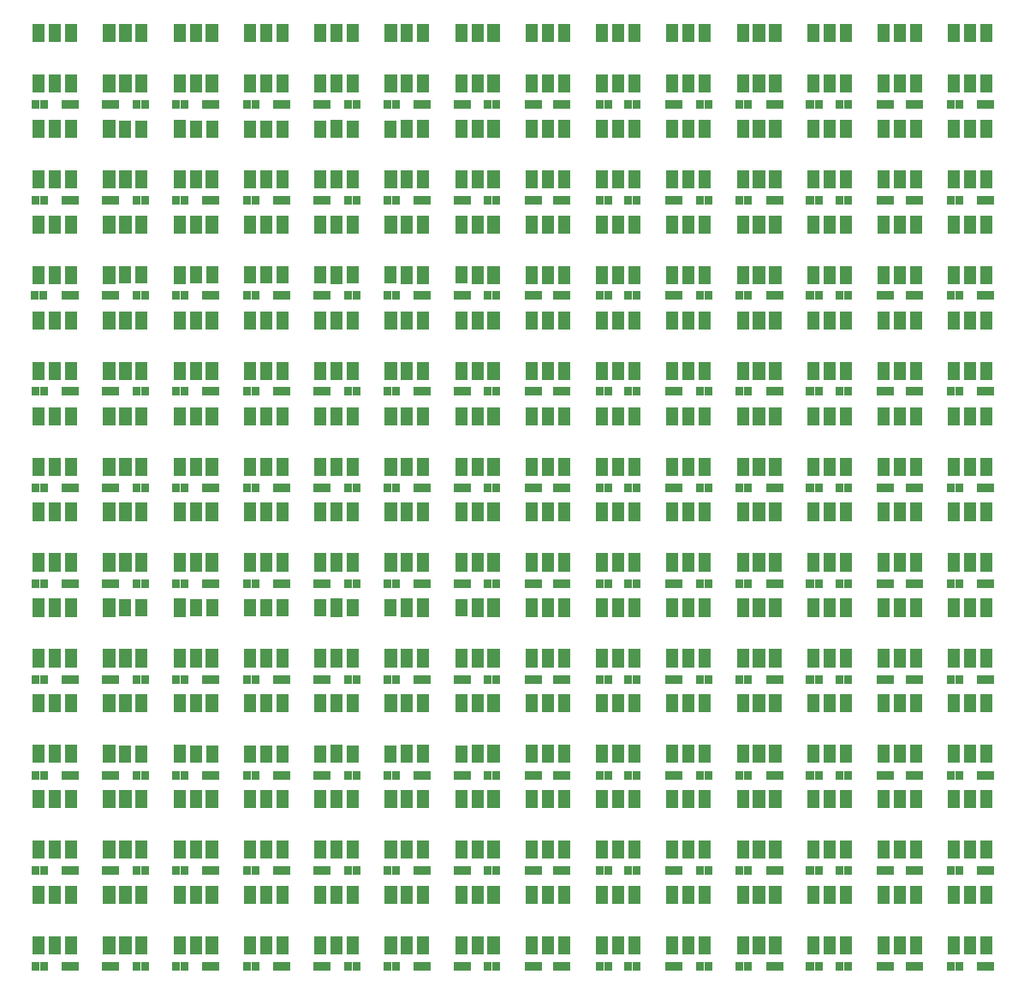
<source format=gts>
G04 Layer: TopSolderMaskLayer*
G04 EasyEDA v6.3.22, 2020-01-04T19:44:14+01:00*
G04 f50fd1600d684b49919d2234b325bca6,43c3eb671339413baca6572c6aa340f4,10*
G04 Gerber Generator version 0.2*
G04 Scale: 100 percent, Rotated: No, Reflected: No *
G04 Dimensions in millimeters *
G04 leading zeros omitted , absolute positions ,3 integer and 3 decimal *
%FSLAX33Y33*%
%MOMM*%
G90*
G71D02*

%ADD22R,1.203198X1.803197*%

%LPD*%
G36*
G01X5348Y90148D02*
G01X5348Y91952D01*
G01X6552Y91952D01*
G01X6552Y90148D01*
G01X5348Y90148D01*
G37*
G36*
G01X3748Y90148D02*
G01X3748Y91952D01*
G01X4951Y91952D01*
G01X4951Y90148D01*
G01X3748Y90148D01*
G37*
G36*
G01X2147Y90148D02*
G01X2147Y91952D01*
G01X3351Y91952D01*
G01X3351Y90148D01*
G01X2147Y90148D01*
G37*
G36*
G01X2147Y95147D02*
G01X2147Y96951D01*
G01X3351Y96951D01*
G01X3351Y95147D01*
G01X2147Y95147D01*
G37*
G36*
G01X3748Y95147D02*
G01X3748Y96951D01*
G01X4951Y96951D01*
G01X4951Y95147D01*
G01X3748Y95147D01*
G37*
G36*
G01X5348Y95147D02*
G01X5348Y96951D01*
G01X6552Y96951D01*
G01X6552Y95147D01*
G01X5348Y95147D01*
G37*
G36*
G01X95853Y90148D02*
G01X95853Y91952D01*
G01X97057Y91952D01*
G01X97057Y90148D01*
G01X95853Y90148D01*
G37*
G36*
G01X94253Y90148D02*
G01X94253Y91952D01*
G01X95457Y91952D01*
G01X95457Y90148D01*
G01X94253Y90148D01*
G37*
G36*
G01X92653Y90148D02*
G01X92653Y91952D01*
G01X93857Y91952D01*
G01X93857Y90148D01*
G01X92653Y90148D01*
G37*
G36*
G01X92653Y95147D02*
G01X92653Y96951D01*
G01X93857Y96951D01*
G01X93857Y95147D01*
G01X92653Y95147D01*
G37*
G36*
G01X94253Y95147D02*
G01X94253Y96951D01*
G01X95457Y96951D01*
G01X95457Y95147D01*
G01X94253Y95147D01*
G37*
G36*
G01X95853Y95147D02*
G01X95853Y96951D01*
G01X97057Y96951D01*
G01X97057Y95147D01*
G01X95853Y95147D01*
G37*
G36*
G01X88891Y90148D02*
G01X88891Y91952D01*
G01X90095Y91952D01*
G01X90095Y90148D01*
G01X88891Y90148D01*
G37*
G36*
G01X87291Y90148D02*
G01X87291Y91952D01*
G01X88495Y91952D01*
G01X88495Y90148D01*
G01X87291Y90148D01*
G37*
G36*
G01X85693Y90148D02*
G01X85693Y91952D01*
G01X86894Y91952D01*
G01X86894Y90148D01*
G01X85693Y90148D01*
G37*
G36*
G01X85693Y95147D02*
G01X85693Y96951D01*
G01X86894Y96951D01*
G01X86894Y95147D01*
G01X85693Y95147D01*
G37*
G36*
G01X87291Y95147D02*
G01X87291Y96951D01*
G01X88495Y96951D01*
G01X88495Y95147D01*
G01X87291Y95147D01*
G37*
G36*
G01X88891Y95147D02*
G01X88891Y96951D01*
G01X90095Y96951D01*
G01X90095Y95147D01*
G01X88891Y95147D01*
G37*
G36*
G01X81931Y90148D02*
G01X81931Y91952D01*
G01X83133Y91952D01*
G01X83133Y90148D01*
G01X81931Y90148D01*
G37*
G36*
G01X80329Y90148D02*
G01X80329Y91952D01*
G01X81532Y91952D01*
G01X81532Y90148D01*
G01X80329Y90148D01*
G37*
G36*
G01X78731Y90148D02*
G01X78731Y91952D01*
G01X79932Y91952D01*
G01X79932Y90148D01*
G01X78731Y90148D01*
G37*
G36*
G01X78731Y95147D02*
G01X78731Y96951D01*
G01X79932Y96951D01*
G01X79932Y95147D01*
G01X78731Y95147D01*
G37*
G36*
G01X80329Y95147D02*
G01X80329Y96951D01*
G01X81532Y96951D01*
G01X81532Y95147D01*
G01X80329Y95147D01*
G37*
G36*
G01X81931Y95147D02*
G01X81931Y96951D01*
G01X83133Y96951D01*
G01X83133Y95147D01*
G01X81931Y95147D01*
G37*
G36*
G01X74969Y90148D02*
G01X74969Y91952D01*
G01X76171Y91952D01*
G01X76171Y90148D01*
G01X74969Y90148D01*
G37*
G36*
G01X73369Y90148D02*
G01X73369Y91952D01*
G01X74570Y91952D01*
G01X74570Y90148D01*
G01X73369Y90148D01*
G37*
G36*
G01X71769Y90148D02*
G01X71769Y91952D01*
G01X72970Y91952D01*
G01X72970Y90148D01*
G01X71769Y90148D01*
G37*
G36*
G01X71769Y95147D02*
G01X71769Y96951D01*
G01X72970Y96951D01*
G01X72970Y95147D01*
G01X71769Y95147D01*
G37*
G36*
G01X73369Y95147D02*
G01X73369Y96951D01*
G01X74570Y96951D01*
G01X74570Y95147D01*
G01X73369Y95147D01*
G37*
G36*
G01X74969Y95147D02*
G01X74969Y96951D01*
G01X76171Y96951D01*
G01X76171Y95147D01*
G01X74969Y95147D01*
G37*
G36*
G01X68007Y90148D02*
G01X68007Y91952D01*
G01X69208Y91952D01*
G01X69208Y90148D01*
G01X68007Y90148D01*
G37*
G36*
G01X66407Y90148D02*
G01X66407Y91952D01*
G01X67608Y91952D01*
G01X67608Y90148D01*
G01X66407Y90148D01*
G37*
G36*
G01X64807Y90148D02*
G01X64807Y91952D01*
G01X66008Y91952D01*
G01X66008Y90148D01*
G01X64807Y90148D01*
G37*
G36*
G01X64807Y95147D02*
G01X64807Y96951D01*
G01X66008Y96951D01*
G01X66008Y95147D01*
G01X64807Y95147D01*
G37*
G36*
G01X66407Y95147D02*
G01X66407Y96951D01*
G01X67608Y96951D01*
G01X67608Y95147D01*
G01X66407Y95147D01*
G37*
G36*
G01X68007Y95147D02*
G01X68007Y96951D01*
G01X69208Y96951D01*
G01X69208Y95147D01*
G01X68007Y95147D01*
G37*
G36*
G01X61045Y90148D02*
G01X61045Y91952D01*
G01X62246Y91952D01*
G01X62246Y90148D01*
G01X61045Y90148D01*
G37*
G36*
G01X59445Y90148D02*
G01X59445Y91952D01*
G01X60646Y91952D01*
G01X60646Y90148D01*
G01X59445Y90148D01*
G37*
G36*
G01X57844Y90148D02*
G01X57844Y91952D01*
G01X59048Y91952D01*
G01X59048Y90148D01*
G01X57844Y90148D01*
G37*
G36*
G01X57844Y95147D02*
G01X57844Y96951D01*
G01X59048Y96951D01*
G01X59048Y95147D01*
G01X57844Y95147D01*
G37*
G36*
G01X59445Y95147D02*
G01X59445Y96951D01*
G01X60646Y96951D01*
G01X60646Y95147D01*
G01X59445Y95147D01*
G37*
G36*
G01X61045Y95147D02*
G01X61045Y96951D01*
G01X62246Y96951D01*
G01X62246Y95147D01*
G01X61045Y95147D01*
G37*
G36*
G01X54083Y90148D02*
G01X54083Y91952D01*
G01X55284Y91952D01*
G01X55284Y90148D01*
G01X54083Y90148D01*
G37*
G36*
G01X52483Y90148D02*
G01X52483Y91952D01*
G01X53684Y91952D01*
G01X53684Y90148D01*
G01X52483Y90148D01*
G37*
G36*
G01X50882Y90148D02*
G01X50882Y91952D01*
G01X52086Y91952D01*
G01X52086Y90148D01*
G01X50882Y90148D01*
G37*
G36*
G01X50882Y95147D02*
G01X50882Y96951D01*
G01X52086Y96951D01*
G01X52086Y95147D01*
G01X50882Y95147D01*
G37*
G36*
G01X52483Y95147D02*
G01X52483Y96951D01*
G01X53684Y96951D01*
G01X53684Y95147D01*
G01X52483Y95147D01*
G37*
G36*
G01X54083Y95147D02*
G01X54083Y96951D01*
G01X55284Y96951D01*
G01X55284Y95147D01*
G01X54083Y95147D01*
G37*
G36*
G01X19272Y90148D02*
G01X19272Y91952D01*
G01X20476Y91952D01*
G01X20476Y90148D01*
G01X19272Y90148D01*
G37*
G36*
G01X17672Y90148D02*
G01X17672Y91952D01*
G01X18876Y91952D01*
G01X18876Y90148D01*
G01X17672Y90148D01*
G37*
G36*
G01X16072Y90148D02*
G01X16072Y91952D01*
G01X17276Y91952D01*
G01X17276Y90148D01*
G01X16072Y90148D01*
G37*
G36*
G01X16072Y95147D02*
G01X16072Y96951D01*
G01X17276Y96951D01*
G01X17276Y95147D01*
G01X16072Y95147D01*
G37*
G36*
G01X17672Y95147D02*
G01X17672Y96951D01*
G01X18876Y96951D01*
G01X18876Y95147D01*
G01X17672Y95147D01*
G37*
G36*
G01X19272Y95147D02*
G01X19272Y96951D01*
G01X20476Y96951D01*
G01X20476Y95147D01*
G01X19272Y95147D01*
G37*
G36*
G01X12310Y90148D02*
G01X12310Y91952D01*
G01X13514Y91952D01*
G01X13514Y90148D01*
G01X12310Y90148D01*
G37*
G36*
G01X10710Y90148D02*
G01X10710Y91952D01*
G01X11914Y91952D01*
G01X11914Y90148D01*
G01X10710Y90148D01*
G37*
G36*
G01X9109Y90148D02*
G01X9109Y91952D01*
G01X10313Y91952D01*
G01X10313Y90148D01*
G01X9109Y90148D01*
G37*
G36*
G01X9109Y95147D02*
G01X9109Y96951D01*
G01X10313Y96951D01*
G01X10313Y95147D01*
G01X9109Y95147D01*
G37*
G36*
G01X10710Y95147D02*
G01X10710Y96951D01*
G01X11914Y96951D01*
G01X11914Y95147D01*
G01X10710Y95147D01*
G37*
G36*
G01X12310Y95147D02*
G01X12310Y96951D01*
G01X13514Y96951D01*
G01X13514Y95147D01*
G01X12310Y95147D01*
G37*
G36*
G01X47121Y90148D02*
G01X47121Y91952D01*
G01X48322Y91952D01*
G01X48322Y90148D01*
G01X47121Y90148D01*
G37*
G36*
G01X45520Y90148D02*
G01X45520Y91952D01*
G01X46722Y91952D01*
G01X46722Y90148D01*
G01X45520Y90148D01*
G37*
G36*
G01X43920Y90148D02*
G01X43920Y91952D01*
G01X45124Y91952D01*
G01X45124Y90148D01*
G01X43920Y90148D01*
G37*
G36*
G01X43920Y95147D02*
G01X43920Y96951D01*
G01X45124Y96951D01*
G01X45124Y95147D01*
G01X43920Y95147D01*
G37*
G36*
G01X45520Y95147D02*
G01X45520Y96951D01*
G01X46722Y96951D01*
G01X46722Y95147D01*
G01X45520Y95147D01*
G37*
G36*
G01X47121Y95147D02*
G01X47121Y96951D01*
G01X48322Y96951D01*
G01X48322Y95147D01*
G01X47121Y95147D01*
G37*
G36*
G01X26234Y90148D02*
G01X26234Y91952D01*
G01X27438Y91952D01*
G01X27438Y90148D01*
G01X26234Y90148D01*
G37*
G36*
G01X24634Y90148D02*
G01X24634Y91952D01*
G01X25838Y91952D01*
G01X25838Y90148D01*
G01X24634Y90148D01*
G37*
G36*
G01X23034Y90148D02*
G01X23034Y91952D01*
G01X24238Y91952D01*
G01X24238Y90148D01*
G01X23034Y90148D01*
G37*
G36*
G01X23034Y95147D02*
G01X23034Y96951D01*
G01X24238Y96951D01*
G01X24238Y95147D01*
G01X23034Y95147D01*
G37*
G36*
G01X24634Y95147D02*
G01X24634Y96951D01*
G01X25838Y96951D01*
G01X25838Y95147D01*
G01X24634Y95147D01*
G37*
G36*
G01X26234Y95147D02*
G01X26234Y96951D01*
G01X27438Y96951D01*
G01X27438Y95147D01*
G01X26234Y95147D01*
G37*
G36*
G01X40158Y90148D02*
G01X40158Y91952D01*
G01X41362Y91952D01*
G01X41362Y90148D01*
G01X40158Y90148D01*
G37*
G36*
G01X38558Y90148D02*
G01X38558Y91952D01*
G01X39762Y91952D01*
G01X39762Y90148D01*
G01X38558Y90148D01*
G37*
G36*
G01X36958Y90148D02*
G01X36958Y91952D01*
G01X38162Y91952D01*
G01X38162Y90148D01*
G01X36958Y90148D01*
G37*
G36*
G01X36958Y95147D02*
G01X36958Y96951D01*
G01X38162Y96951D01*
G01X38162Y95147D01*
G01X36958Y95147D01*
G37*
G36*
G01X38558Y95147D02*
G01X38558Y96951D01*
G01X39762Y96951D01*
G01X39762Y95147D01*
G01X38558Y95147D01*
G37*
G36*
G01X40158Y95147D02*
G01X40158Y96951D01*
G01X41362Y96951D01*
G01X41362Y95147D01*
G01X40158Y95147D01*
G37*
G36*
G01X33196Y90148D02*
G01X33196Y91952D01*
G01X34400Y91952D01*
G01X34400Y90148D01*
G01X33196Y90148D01*
G37*
G36*
G01X31596Y90148D02*
G01X31596Y91952D01*
G01X32800Y91952D01*
G01X32800Y90148D01*
G01X31596Y90148D01*
G37*
G36*
G01X29996Y90148D02*
G01X29996Y91952D01*
G01X31200Y91952D01*
G01X31200Y90148D01*
G01X29996Y90148D01*
G37*
G36*
G01X29996Y95147D02*
G01X29996Y96951D01*
G01X31200Y96951D01*
G01X31200Y95147D01*
G01X29996Y95147D01*
G37*
G36*
G01X31596Y95147D02*
G01X31596Y96951D01*
G01X32800Y96951D01*
G01X32800Y95147D01*
G01X31596Y95147D01*
G37*
G36*
G01X33196Y95147D02*
G01X33196Y96951D01*
G01X34400Y96951D01*
G01X34400Y95147D01*
G01X33196Y95147D01*
G37*
G36*
G01X65571Y88574D02*
G01X65571Y89427D01*
G01X66376Y89427D01*
G01X66376Y88574D01*
G01X65571Y88574D01*
G37*
G36*
G01X64723Y88574D02*
G01X64723Y89427D01*
G01X65528Y89427D01*
G01X65528Y88574D01*
G01X64723Y88574D01*
G37*
G36*
G01X30773Y88574D02*
G01X30773Y89427D01*
G01X31576Y89427D01*
G01X31576Y88574D01*
G01X30773Y88574D01*
G37*
G36*
G01X29925Y88574D02*
G01X29925Y89427D01*
G01X30727Y89427D01*
G01X30727Y88574D01*
G01X29925Y88574D01*
G37*
G36*
G01X37672Y88574D02*
G01X37672Y89427D01*
G01X38474Y89427D01*
G01X38474Y88574D01*
G01X37672Y88574D01*
G37*
G36*
G01X36823Y88574D02*
G01X36823Y89427D01*
G01X37626Y89427D01*
G01X37626Y88574D01*
G01X36823Y88574D01*
G37*
G36*
G01X93371Y88574D02*
G01X93371Y89427D01*
G01X94174Y89427D01*
G01X94174Y88574D01*
G01X93371Y88574D01*
G37*
G36*
G01X92523Y88574D02*
G01X92523Y89427D01*
G01X93326Y89427D01*
G01X93326Y88574D01*
G01X92523Y88574D01*
G37*
G36*
G01X2871Y88574D02*
G01X2871Y89427D01*
G01X3676Y89427D01*
G01X3676Y88574D01*
G01X2871Y88574D01*
G37*
G36*
G01X2023Y88574D02*
G01X2023Y89427D01*
G01X2828Y89427D01*
G01X2828Y88574D01*
G01X2023Y88574D01*
G37*
G36*
G01X44672Y88574D02*
G01X44672Y89427D01*
G01X45475Y89427D01*
G01X45475Y88574D01*
G01X44672Y88574D01*
G37*
G36*
G01X43824Y88574D02*
G01X43824Y89427D01*
G01X44626Y89427D01*
G01X44626Y88574D01*
G01X43824Y88574D01*
G37*
G36*
G01X23773Y88574D02*
G01X23773Y89427D01*
G01X24576Y89427D01*
G01X24576Y88574D01*
G01X23773Y88574D01*
G37*
G36*
G01X22925Y88574D02*
G01X22925Y89427D01*
G01X23727Y89427D01*
G01X23727Y88574D01*
G01X22925Y88574D01*
G37*
G36*
G01X86473Y88574D02*
G01X86473Y89427D01*
G01X87275Y89427D01*
G01X87275Y88574D01*
G01X86473Y88574D01*
G37*
G36*
G01X85624Y88574D02*
G01X85624Y89427D01*
G01X86427Y89427D01*
G01X86427Y88574D01*
G01X85624Y88574D01*
G37*
G36*
G01X51672Y88574D02*
G01X51672Y89427D01*
G01X52475Y89427D01*
G01X52475Y88574D01*
G01X51672Y88574D01*
G37*
G36*
G01X50824Y88574D02*
G01X50824Y89427D01*
G01X51627Y89427D01*
G01X51627Y88574D01*
G01X50824Y88574D01*
G37*
G36*
G01X16773Y88574D02*
G01X16773Y89427D01*
G01X17575Y89427D01*
G01X17575Y88574D01*
G01X16773Y88574D01*
G37*
G36*
G01X15924Y88574D02*
G01X15924Y89427D01*
G01X16727Y89427D01*
G01X16727Y88574D01*
G01X15924Y88574D01*
G37*
G36*
G01X9871Y88574D02*
G01X9871Y89427D01*
G01X10674Y89427D01*
G01X10674Y88574D01*
G01X9871Y88574D01*
G37*
G36*
G01X9023Y88574D02*
G01X9023Y89427D01*
G01X9826Y89427D01*
G01X9826Y88574D01*
G01X9023Y88574D01*
G37*
G36*
G01X58672Y88574D02*
G01X58672Y89427D01*
G01X59475Y89427D01*
G01X59475Y88574D01*
G01X58672Y88574D01*
G37*
G36*
G01X57824Y88574D02*
G01X57824Y89427D01*
G01X58627Y89427D01*
G01X58627Y88574D01*
G01X57824Y88574D01*
G37*
G36*
G01X79473Y88574D02*
G01X79473Y89427D01*
G01X80275Y89427D01*
G01X80275Y88574D01*
G01X79473Y88574D01*
G37*
G36*
G01X78624Y88574D02*
G01X78624Y89427D01*
G01X79427Y89427D01*
G01X79427Y88574D01*
G01X78624Y88574D01*
G37*
G36*
G01X72472Y88574D02*
G01X72472Y89427D01*
G01X73275Y89427D01*
G01X73275Y88574D01*
G01X72472Y88574D01*
G37*
G36*
G01X71624Y88574D02*
G01X71624Y89427D01*
G01X72427Y89427D01*
G01X72427Y88574D01*
G01X71624Y88574D01*
G37*
G36*
G01X61472Y88574D02*
G01X61472Y89427D01*
G01X62274Y89427D01*
G01X62274Y88574D01*
G01X61472Y88574D01*
G37*
G36*
G01X60623Y88574D02*
G01X60623Y89427D01*
G01X61426Y89427D01*
G01X61426Y88574D01*
G01X60623Y88574D01*
G37*
G36*
G01X40672Y88574D02*
G01X40672Y89427D01*
G01X41474Y89427D01*
G01X41474Y88574D01*
G01X40672Y88574D01*
G37*
G36*
G01X39823Y88574D02*
G01X39823Y89427D01*
G01X40626Y89427D01*
G01X40626Y88574D01*
G01X39823Y88574D01*
G37*
G36*
G01X75571Y88574D02*
G01X75571Y89427D01*
G01X76376Y89427D01*
G01X76376Y88574D01*
G01X75571Y88574D01*
G37*
G36*
G01X74723Y88574D02*
G01X74723Y89427D01*
G01X75528Y89427D01*
G01X75528Y88574D01*
G01X74723Y88574D01*
G37*
G36*
G01X68571Y88574D02*
G01X68571Y89427D01*
G01X69376Y89427D01*
G01X69376Y88574D01*
G01X68571Y88574D01*
G37*
G36*
G01X67723Y88574D02*
G01X67723Y89427D01*
G01X68528Y89427D01*
G01X68528Y88574D01*
G01X67723Y88574D01*
G37*
G36*
G01X5871Y88574D02*
G01X5871Y89427D01*
G01X6676Y89427D01*
G01X6676Y88574D01*
G01X5871Y88574D01*
G37*
G36*
G01X5023Y88574D02*
G01X5023Y89427D01*
G01X5828Y89427D01*
G01X5828Y88574D01*
G01X5023Y88574D01*
G37*
G36*
G01X82373Y88574D02*
G01X82373Y89427D01*
G01X83176Y89427D01*
G01X83176Y88574D01*
G01X82373Y88574D01*
G37*
G36*
G01X81525Y88574D02*
G01X81525Y89427D01*
G01X82328Y89427D01*
G01X82328Y88574D01*
G01X81525Y88574D01*
G37*
G36*
G01X19772Y88574D02*
G01X19772Y89427D01*
G01X20575Y89427D01*
G01X20575Y88574D01*
G01X19772Y88574D01*
G37*
G36*
G01X18924Y88574D02*
G01X18924Y89427D01*
G01X19727Y89427D01*
G01X19727Y88574D01*
G01X18924Y88574D01*
G37*
G36*
G01X12871Y88574D02*
G01X12871Y89427D01*
G01X13676Y89427D01*
G01X13676Y88574D01*
G01X12871Y88574D01*
G37*
G36*
G01X12023Y88574D02*
G01X12023Y89427D01*
G01X12828Y89427D01*
G01X12828Y88574D01*
G01X12023Y88574D01*
G37*
G36*
G01X89371Y88574D02*
G01X89371Y89427D01*
G01X90176Y89427D01*
G01X90176Y88574D01*
G01X89371Y88574D01*
G37*
G36*
G01X88523Y88574D02*
G01X88523Y89427D01*
G01X89328Y89427D01*
G01X89328Y88574D01*
G01X88523Y88574D01*
G37*
G36*
G01X26773Y88574D02*
G01X26773Y89427D01*
G01X27575Y89427D01*
G01X27575Y88574D01*
G01X26773Y88574D01*
G37*
G36*
G01X25924Y88574D02*
G01X25924Y89427D01*
G01X26727Y89427D01*
G01X26727Y88574D01*
G01X25924Y88574D01*
G37*
G36*
G01X47573Y88574D02*
G01X47573Y89427D01*
G01X48375Y89427D01*
G01X48375Y88574D01*
G01X47573Y88574D01*
G37*
G36*
G01X46724Y88574D02*
G01X46724Y89427D01*
G01X47527Y89427D01*
G01X47527Y88574D01*
G01X46724Y88574D01*
G37*
G36*
G01X96371Y88574D02*
G01X96371Y89427D01*
G01X97176Y89427D01*
G01X97176Y88574D01*
G01X96371Y88574D01*
G37*
G36*
G01X95523Y88574D02*
G01X95523Y89427D01*
G01X96328Y89427D01*
G01X96328Y88574D01*
G01X95523Y88574D01*
G37*
G36*
G01X33773Y88574D02*
G01X33773Y89427D01*
G01X34576Y89427D01*
G01X34576Y88574D01*
G01X33773Y88574D01*
G37*
G36*
G01X32925Y88574D02*
G01X32925Y89427D01*
G01X33727Y89427D01*
G01X33727Y88574D01*
G01X32925Y88574D01*
G37*
G36*
G01X54471Y88574D02*
G01X54471Y89427D01*
G01X55277Y89427D01*
G01X55277Y88574D01*
G01X54471Y88574D01*
G37*
G36*
G01X53623Y88574D02*
G01X53623Y89427D01*
G01X54428Y89427D01*
G01X54428Y88574D01*
G01X53623Y88574D01*
G37*
G36*
G01X5348Y80677D02*
G01X5348Y82480D01*
G01X6552Y82480D01*
G01X6552Y80677D01*
G01X5348Y80677D01*
G37*
G36*
G01X3748Y80677D02*
G01X3748Y82480D01*
G01X4951Y82480D01*
G01X4951Y80677D01*
G01X3748Y80677D01*
G37*
G36*
G01X2147Y80677D02*
G01X2147Y82480D01*
G01X3351Y82480D01*
G01X3351Y80677D01*
G01X2147Y80677D01*
G37*
G36*
G01X2147Y85676D02*
G01X2147Y87479D01*
G01X3351Y87479D01*
G01X3351Y85676D01*
G01X2147Y85676D01*
G37*
G36*
G01X3748Y85676D02*
G01X3748Y87479D01*
G01X4951Y87479D01*
G01X4951Y85676D01*
G01X3748Y85676D01*
G37*
G36*
G01X5348Y85676D02*
G01X5348Y87479D01*
G01X6552Y87479D01*
G01X6552Y85676D01*
G01X5348Y85676D01*
G37*
G36*
G01X2871Y79074D02*
G01X2871Y79925D01*
G01X3676Y79925D01*
G01X3676Y79074D01*
G01X2871Y79074D01*
G37*
G36*
G01X2023Y79074D02*
G01X2023Y79925D01*
G01X2828Y79925D01*
G01X2828Y79074D01*
G01X2023Y79074D01*
G37*
G36*
G01X5871Y79074D02*
G01X5871Y79925D01*
G01X6676Y79925D01*
G01X6676Y79074D01*
G01X5871Y79074D01*
G37*
G36*
G01X5023Y79074D02*
G01X5023Y79925D01*
G01X5828Y79925D01*
G01X5828Y79074D01*
G01X5023Y79074D01*
G37*
G36*
G01X88891Y80677D02*
G01X88891Y82480D01*
G01X90095Y82480D01*
G01X90095Y80677D01*
G01X88891Y80677D01*
G37*
G36*
G01X87291Y80677D02*
G01X87291Y82480D01*
G01X88495Y82480D01*
G01X88495Y80677D01*
G01X87291Y80677D01*
G37*
G36*
G01X85693Y80677D02*
G01X85693Y82480D01*
G01X86894Y82480D01*
G01X86894Y80677D01*
G01X85693Y80677D01*
G37*
G36*
G01X85693Y85676D02*
G01X85693Y87479D01*
G01X86894Y87479D01*
G01X86894Y85676D01*
G01X85693Y85676D01*
G37*
G36*
G01X87291Y85676D02*
G01X87291Y87479D01*
G01X88495Y87479D01*
G01X88495Y85676D01*
G01X87291Y85676D01*
G37*
G36*
G01X88891Y85676D02*
G01X88891Y87479D01*
G01X90095Y87479D01*
G01X90095Y85676D01*
G01X88891Y85676D01*
G37*
G36*
G01X81931Y80677D02*
G01X81931Y82480D01*
G01X83133Y82480D01*
G01X83133Y80677D01*
G01X81931Y80677D01*
G37*
G36*
G01X80329Y80677D02*
G01X80329Y82480D01*
G01X81532Y82480D01*
G01X81532Y80677D01*
G01X80329Y80677D01*
G37*
G36*
G01X78731Y80677D02*
G01X78731Y82480D01*
G01X79932Y82480D01*
G01X79932Y80677D01*
G01X78731Y80677D01*
G37*
G36*
G01X78731Y85676D02*
G01X78731Y87479D01*
G01X79932Y87479D01*
G01X79932Y85676D01*
G01X78731Y85676D01*
G37*
G36*
G01X80329Y85676D02*
G01X80329Y87479D01*
G01X81532Y87479D01*
G01X81532Y85676D01*
G01X80329Y85676D01*
G37*
G36*
G01X81931Y85676D02*
G01X81931Y87479D01*
G01X83133Y87479D01*
G01X83133Y85676D01*
G01X81931Y85676D01*
G37*
G36*
G01X74969Y80677D02*
G01X74969Y82480D01*
G01X76171Y82480D01*
G01X76171Y80677D01*
G01X74969Y80677D01*
G37*
G36*
G01X73369Y80677D02*
G01X73369Y82480D01*
G01X74570Y82480D01*
G01X74570Y80677D01*
G01X73369Y80677D01*
G37*
G36*
G01X71769Y80677D02*
G01X71769Y82480D01*
G01X72970Y82480D01*
G01X72970Y80677D01*
G01X71769Y80677D01*
G37*
G36*
G01X71769Y85676D02*
G01X71769Y87479D01*
G01X72970Y87479D01*
G01X72970Y85676D01*
G01X71769Y85676D01*
G37*
G36*
G01X73369Y85676D02*
G01X73369Y87479D01*
G01X74570Y87479D01*
G01X74570Y85676D01*
G01X73369Y85676D01*
G37*
G36*
G01X74969Y85676D02*
G01X74969Y87479D01*
G01X76171Y87479D01*
G01X76171Y85676D01*
G01X74969Y85676D01*
G37*
G36*
G01X68007Y80677D02*
G01X68007Y82480D01*
G01X69208Y82480D01*
G01X69208Y80677D01*
G01X68007Y80677D01*
G37*
G36*
G01X66407Y80677D02*
G01X66407Y82480D01*
G01X67608Y82480D01*
G01X67608Y80677D01*
G01X66407Y80677D01*
G37*
G36*
G01X64807Y80677D02*
G01X64807Y82480D01*
G01X66008Y82480D01*
G01X66008Y80677D01*
G01X64807Y80677D01*
G37*
G36*
G01X64807Y85676D02*
G01X64807Y87479D01*
G01X66008Y87479D01*
G01X66008Y85676D01*
G01X64807Y85676D01*
G37*
G36*
G01X66407Y85676D02*
G01X66407Y87479D01*
G01X67608Y87479D01*
G01X67608Y85676D01*
G01X66407Y85676D01*
G37*
G36*
G01X68007Y85676D02*
G01X68007Y87479D01*
G01X69208Y87479D01*
G01X69208Y85676D01*
G01X68007Y85676D01*
G37*
G36*
G01X95853Y80677D02*
G01X95853Y82480D01*
G01X97057Y82480D01*
G01X97057Y80677D01*
G01X95853Y80677D01*
G37*
G36*
G01X94253Y80677D02*
G01X94253Y82480D01*
G01X95457Y82480D01*
G01X95457Y80677D01*
G01X94253Y80677D01*
G37*
G36*
G01X92653Y80677D02*
G01X92653Y82480D01*
G01X93857Y82480D01*
G01X93857Y80677D01*
G01X92653Y80677D01*
G37*
G36*
G01X92653Y85676D02*
G01X92653Y87479D01*
G01X93857Y87479D01*
G01X93857Y85676D01*
G01X92653Y85676D01*
G37*
G36*
G01X94253Y85676D02*
G01X94253Y87479D01*
G01X95457Y87479D01*
G01X95457Y85676D01*
G01X94253Y85676D01*
G37*
G36*
G01X95853Y85676D02*
G01X95853Y87479D01*
G01X97057Y87479D01*
G01X97057Y85676D01*
G01X95853Y85676D01*
G37*
G36*
G01X61045Y80677D02*
G01X61045Y82480D01*
G01X62246Y82480D01*
G01X62246Y80677D01*
G01X61045Y80677D01*
G37*
G36*
G01X59445Y80677D02*
G01X59445Y82480D01*
G01X60646Y82480D01*
G01X60646Y80677D01*
G01X59445Y80677D01*
G37*
G36*
G01X57844Y80677D02*
G01X57844Y82480D01*
G01X59048Y82480D01*
G01X59048Y80677D01*
G01X57844Y80677D01*
G37*
G36*
G01X57844Y85676D02*
G01X57844Y87479D01*
G01X59048Y87479D01*
G01X59048Y85676D01*
G01X57844Y85676D01*
G37*
G36*
G01X59445Y85676D02*
G01X59445Y87479D01*
G01X60646Y87479D01*
G01X60646Y85676D01*
G01X59445Y85676D01*
G37*
G36*
G01X61045Y85676D02*
G01X61045Y87479D01*
G01X62246Y87479D01*
G01X62246Y85676D01*
G01X61045Y85676D01*
G37*
G36*
G01X54083Y80677D02*
G01X54083Y82480D01*
G01X55284Y82480D01*
G01X55284Y80677D01*
G01X54083Y80677D01*
G37*
G36*
G01X52483Y80677D02*
G01X52483Y82480D01*
G01X53684Y82480D01*
G01X53684Y80677D01*
G01X52483Y80677D01*
G37*
G36*
G01X50882Y80677D02*
G01X50882Y82480D01*
G01X52086Y82480D01*
G01X52086Y80677D01*
G01X50882Y80677D01*
G37*
G36*
G01X50882Y85676D02*
G01X50882Y87479D01*
G01X52086Y87479D01*
G01X52086Y85676D01*
G01X50882Y85676D01*
G37*
G36*
G01X52483Y85676D02*
G01X52483Y87479D01*
G01X53684Y87479D01*
G01X53684Y85676D01*
G01X52483Y85676D01*
G37*
G36*
G01X54083Y85676D02*
G01X54083Y87479D01*
G01X55284Y87479D01*
G01X55284Y85676D01*
G01X54083Y85676D01*
G37*
G36*
G01X47121Y80677D02*
G01X47121Y82480D01*
G01X48322Y82480D01*
G01X48322Y80677D01*
G01X47121Y80677D01*
G37*
G36*
G01X45520Y80677D02*
G01X45520Y82480D01*
G01X46722Y82480D01*
G01X46722Y80677D01*
G01X45520Y80677D01*
G37*
G36*
G01X43920Y80677D02*
G01X43920Y82480D01*
G01X45124Y82480D01*
G01X45124Y80677D01*
G01X43920Y80677D01*
G37*
G36*
G01X43920Y85676D02*
G01X43920Y87479D01*
G01X45124Y87479D01*
G01X45124Y85676D01*
G01X43920Y85676D01*
G37*
G36*
G01X45520Y85676D02*
G01X45520Y87479D01*
G01X46722Y87479D01*
G01X46722Y85676D01*
G01X45520Y85676D01*
G37*
G36*
G01X47121Y85676D02*
G01X47121Y87479D01*
G01X48322Y87479D01*
G01X48322Y85676D01*
G01X47121Y85676D01*
G37*
G36*
G01X40158Y80677D02*
G01X40158Y82480D01*
G01X41362Y82480D01*
G01X41362Y80677D01*
G01X40158Y80677D01*
G37*
G36*
G01X38558Y80677D02*
G01X38558Y82480D01*
G01X39762Y82480D01*
G01X39762Y80677D01*
G01X38558Y80677D01*
G37*
G36*
G01X36958Y80677D02*
G01X36958Y82480D01*
G01X38162Y82480D01*
G01X38162Y80677D01*
G01X36958Y80677D01*
G37*
G54D22*
G01X37559Y86577D03*
G36*
G01X38558Y85676D02*
G01X38558Y87479D01*
G01X39762Y87479D01*
G01X39762Y85676D01*
G01X38558Y85676D01*
G37*
G36*
G01X40158Y85676D02*
G01X40158Y87479D01*
G01X41362Y87479D01*
G01X41362Y85676D01*
G01X40158Y85676D01*
G37*
G36*
G01X26234Y80677D02*
G01X26234Y82480D01*
G01X27438Y82480D01*
G01X27438Y80677D01*
G01X26234Y80677D01*
G37*
G36*
G01X24634Y80677D02*
G01X24634Y82480D01*
G01X25838Y82480D01*
G01X25838Y80677D01*
G01X24634Y80677D01*
G37*
G36*
G01X23034Y80677D02*
G01X23034Y82480D01*
G01X24238Y82480D01*
G01X24238Y80677D01*
G01X23034Y80677D01*
G37*
G01X23635Y86577D03*
G01X25235Y86577D03*
G01X26836Y86577D03*
G36*
G01X33196Y80677D02*
G01X33196Y82480D01*
G01X34400Y82480D01*
G01X34400Y80677D01*
G01X33196Y80677D01*
G37*
G36*
G01X31596Y80677D02*
G01X31596Y82480D01*
G01X32800Y82480D01*
G01X32800Y80677D01*
G01X31596Y80677D01*
G37*
G36*
G01X29996Y80677D02*
G01X29996Y82480D01*
G01X31200Y82480D01*
G01X31200Y80677D01*
G01X29996Y80677D01*
G37*
G01X30598Y86577D03*
G36*
G01X31596Y85676D02*
G01X31596Y87479D01*
G01X32800Y87479D01*
G01X32800Y85676D01*
G01X31596Y85676D01*
G37*
G01X33798Y86577D03*
G36*
G01X58672Y79074D02*
G01X58672Y79925D01*
G01X59475Y79925D01*
G01X59475Y79074D01*
G01X58672Y79074D01*
G37*
G36*
G01X57824Y79074D02*
G01X57824Y79925D01*
G01X58627Y79925D01*
G01X58627Y79074D01*
G01X57824Y79074D01*
G37*
G36*
G01X86473Y79074D02*
G01X86473Y79925D01*
G01X87275Y79925D01*
G01X87275Y79074D01*
G01X86473Y79074D01*
G37*
G36*
G01X85624Y79074D02*
G01X85624Y79925D01*
G01X86427Y79925D01*
G01X86427Y79074D01*
G01X85624Y79074D01*
G37*
G36*
G01X51672Y79074D02*
G01X51672Y79925D01*
G01X52475Y79925D01*
G01X52475Y79074D01*
G01X51672Y79074D01*
G37*
G36*
G01X50824Y79074D02*
G01X50824Y79925D01*
G01X51627Y79925D01*
G01X51627Y79074D01*
G01X50824Y79074D01*
G37*
G36*
G01X72472Y79074D02*
G01X72472Y79925D01*
G01X73275Y79925D01*
G01X73275Y79074D01*
G01X72472Y79074D01*
G37*
G36*
G01X71624Y79074D02*
G01X71624Y79925D01*
G01X72427Y79925D01*
G01X72427Y79074D01*
G01X71624Y79074D01*
G37*
G36*
G01X44672Y79074D02*
G01X44672Y79925D01*
G01X45475Y79925D01*
G01X45475Y79074D01*
G01X44672Y79074D01*
G37*
G36*
G01X43824Y79074D02*
G01X43824Y79925D01*
G01X44626Y79925D01*
G01X44626Y79074D01*
G01X43824Y79074D01*
G37*
G36*
G01X65571Y79074D02*
G01X65571Y79925D01*
G01X66376Y79925D01*
G01X66376Y79074D01*
G01X65571Y79074D01*
G37*
G36*
G01X64723Y79074D02*
G01X64723Y79925D01*
G01X65528Y79925D01*
G01X65528Y79074D01*
G01X64723Y79074D01*
G37*
G36*
G01X16773Y79074D02*
G01X16773Y79925D01*
G01X17575Y79925D01*
G01X17575Y79074D01*
G01X16773Y79074D01*
G37*
G36*
G01X15924Y79074D02*
G01X15924Y79925D01*
G01X16727Y79925D01*
G01X16727Y79074D01*
G01X15924Y79074D01*
G37*
G36*
G01X37672Y79074D02*
G01X37672Y79925D01*
G01X38474Y79925D01*
G01X38474Y79074D01*
G01X37672Y79074D01*
G37*
G36*
G01X36823Y79074D02*
G01X36823Y79925D01*
G01X37626Y79925D01*
G01X37626Y79074D01*
G01X36823Y79074D01*
G37*
G36*
G01X93371Y79074D02*
G01X93371Y79925D01*
G01X94174Y79925D01*
G01X94174Y79074D01*
G01X93371Y79074D01*
G37*
G36*
G01X92523Y79074D02*
G01X92523Y79925D01*
G01X93326Y79925D01*
G01X93326Y79074D01*
G01X92523Y79074D01*
G37*
G36*
G01X79473Y79074D02*
G01X79473Y79925D01*
G01X80275Y79925D01*
G01X80275Y79074D01*
G01X79473Y79074D01*
G37*
G36*
G01X78624Y79074D02*
G01X78624Y79925D01*
G01X79427Y79925D01*
G01X79427Y79074D01*
G01X78624Y79074D01*
G37*
G36*
G01X23773Y79074D02*
G01X23773Y79925D01*
G01X24576Y79925D01*
G01X24576Y79074D01*
G01X23773Y79074D01*
G37*
G36*
G01X22925Y79074D02*
G01X22925Y79925D01*
G01X23727Y79925D01*
G01X23727Y79074D01*
G01X22925Y79074D01*
G37*
G36*
G01X30773Y79074D02*
G01X30773Y79925D01*
G01X31576Y79925D01*
G01X31576Y79074D01*
G01X30773Y79074D01*
G37*
G36*
G01X29925Y79074D02*
G01X29925Y79925D01*
G01X30727Y79925D01*
G01X30727Y79074D01*
G01X29925Y79074D01*
G37*
G36*
G01X26773Y79074D02*
G01X26773Y79925D01*
G01X27575Y79925D01*
G01X27575Y79074D01*
G01X26773Y79074D01*
G37*
G36*
G01X25924Y79074D02*
G01X25924Y79925D01*
G01X26727Y79925D01*
G01X26727Y79074D01*
G01X25924Y79074D01*
G37*
G36*
G01X19772Y79074D02*
G01X19772Y79925D01*
G01X20575Y79925D01*
G01X20575Y79074D01*
G01X19772Y79074D01*
G37*
G36*
G01X18924Y79074D02*
G01X18924Y79925D01*
G01X19727Y79925D01*
G01X19727Y79074D01*
G01X18924Y79074D01*
G37*
G36*
G01X40672Y79074D02*
G01X40672Y79925D01*
G01X41474Y79925D01*
G01X41474Y79074D01*
G01X40672Y79074D01*
G37*
G36*
G01X39823Y79074D02*
G01X39823Y79925D01*
G01X40626Y79925D01*
G01X40626Y79074D01*
G01X39823Y79074D01*
G37*
G36*
G01X47573Y79074D02*
G01X47573Y79925D01*
G01X48375Y79925D01*
G01X48375Y79074D01*
G01X47573Y79074D01*
G37*
G36*
G01X46724Y79074D02*
G01X46724Y79925D01*
G01X47527Y79925D01*
G01X47527Y79074D01*
G01X46724Y79074D01*
G37*
G36*
G01X54471Y79074D02*
G01X54471Y79925D01*
G01X55277Y79925D01*
G01X55277Y79074D01*
G01X54471Y79074D01*
G37*
G36*
G01X53623Y79074D02*
G01X53623Y79925D01*
G01X54428Y79925D01*
G01X54428Y79074D01*
G01X53623Y79074D01*
G37*
G36*
G01X61472Y79074D02*
G01X61472Y79925D01*
G01X62274Y79925D01*
G01X62274Y79074D01*
G01X61472Y79074D01*
G37*
G36*
G01X60623Y79074D02*
G01X60623Y79925D01*
G01X61426Y79925D01*
G01X61426Y79074D01*
G01X60623Y79074D01*
G37*
G36*
G01X33773Y79074D02*
G01X33773Y79925D01*
G01X34576Y79925D01*
G01X34576Y79074D01*
G01X33773Y79074D01*
G37*
G36*
G01X32925Y79074D02*
G01X32925Y79925D01*
G01X33727Y79925D01*
G01X33727Y79074D01*
G01X32925Y79074D01*
G37*
G36*
G01X68571Y79074D02*
G01X68571Y79925D01*
G01X69376Y79925D01*
G01X69376Y79074D01*
G01X68571Y79074D01*
G37*
G36*
G01X67723Y79074D02*
G01X67723Y79925D01*
G01X68528Y79925D01*
G01X68528Y79074D01*
G01X67723Y79074D01*
G37*
G36*
G01X75571Y79074D02*
G01X75571Y79925D01*
G01X76376Y79925D01*
G01X76376Y79074D01*
G01X75571Y79074D01*
G37*
G36*
G01X74723Y79074D02*
G01X74723Y79925D01*
G01X75528Y79925D01*
G01X75528Y79074D01*
G01X74723Y79074D01*
G37*
G36*
G01X82373Y79074D02*
G01X82373Y79925D01*
G01X83176Y79925D01*
G01X83176Y79074D01*
G01X82373Y79074D01*
G37*
G36*
G01X81525Y79074D02*
G01X81525Y79925D01*
G01X82328Y79925D01*
G01X82328Y79074D01*
G01X81525Y79074D01*
G37*
G36*
G01X89371Y79074D02*
G01X89371Y79925D01*
G01X90176Y79925D01*
G01X90176Y79074D01*
G01X89371Y79074D01*
G37*
G36*
G01X88523Y79074D02*
G01X88523Y79925D01*
G01X89328Y79925D01*
G01X89328Y79074D01*
G01X88523Y79074D01*
G37*
G36*
G01X96371Y79074D02*
G01X96371Y79925D01*
G01X97176Y79925D01*
G01X97176Y79074D01*
G01X96371Y79074D01*
G37*
G36*
G01X95523Y79074D02*
G01X95523Y79925D01*
G01X96328Y79925D01*
G01X96328Y79074D01*
G01X95523Y79074D01*
G37*
G36*
G01X12310Y80677D02*
G01X12310Y82480D01*
G01X13514Y82480D01*
G01X13514Y80677D01*
G01X12310Y80677D01*
G37*
G36*
G01X10710Y80677D02*
G01X10710Y82480D01*
G01X11914Y82480D01*
G01X11914Y80677D01*
G01X10710Y80677D01*
G37*
G36*
G01X9109Y80677D02*
G01X9109Y82480D01*
G01X10313Y82480D01*
G01X10313Y80677D01*
G01X9109Y80677D01*
G37*
G36*
G01X9109Y85676D02*
G01X9109Y87479D01*
G01X10313Y87479D01*
G01X10313Y85676D01*
G01X9109Y85676D01*
G37*
G01X11311Y86577D03*
G01X12912Y86577D03*
G36*
G01X9871Y79074D02*
G01X9871Y79925D01*
G01X10674Y79925D01*
G01X10674Y79074D01*
G01X9871Y79074D01*
G37*
G36*
G01X9023Y79074D02*
G01X9023Y79925D01*
G01X9826Y79925D01*
G01X9826Y79074D01*
G01X9023Y79074D01*
G37*
G36*
G01X12871Y79074D02*
G01X12871Y79925D01*
G01X13676Y79925D01*
G01X13676Y79074D01*
G01X12871Y79074D01*
G37*
G36*
G01X12023Y79074D02*
G01X12023Y79925D01*
G01X12828Y79925D01*
G01X12828Y79074D01*
G01X12023Y79074D01*
G37*
G36*
G01X33196Y61731D02*
G01X33196Y63534D01*
G01X34400Y63534D01*
G01X34400Y61731D01*
G01X33196Y61731D01*
G37*
G36*
G01X31596Y61731D02*
G01X31596Y63534D01*
G01X32800Y63534D01*
G01X32800Y61731D01*
G01X31596Y61731D01*
G37*
G36*
G01X29996Y61731D02*
G01X29996Y63534D01*
G01X31200Y63534D01*
G01X31200Y61731D01*
G01X29996Y61731D01*
G37*
G36*
G01X29996Y66730D02*
G01X29996Y68533D01*
G01X31200Y68533D01*
G01X31200Y66730D01*
G01X29996Y66730D01*
G37*
G36*
G01X31596Y66730D02*
G01X31596Y68533D01*
G01X32800Y68533D01*
G01X32800Y66730D01*
G01X31596Y66730D01*
G37*
G36*
G01X33196Y66730D02*
G01X33196Y68533D01*
G01X34400Y68533D01*
G01X34400Y66730D01*
G01X33196Y66730D01*
G37*
G36*
G01X88891Y61731D02*
G01X88891Y63534D01*
G01X90095Y63534D01*
G01X90095Y61731D01*
G01X88891Y61731D01*
G37*
G36*
G01X87291Y61731D02*
G01X87291Y63534D01*
G01X88495Y63534D01*
G01X88495Y61731D01*
G01X87291Y61731D01*
G37*
G36*
G01X85693Y61731D02*
G01X85693Y63534D01*
G01X86894Y63534D01*
G01X86894Y61731D01*
G01X85693Y61731D01*
G37*
G36*
G01X85693Y66730D02*
G01X85693Y68533D01*
G01X86894Y68533D01*
G01X86894Y66730D01*
G01X85693Y66730D01*
G37*
G36*
G01X87291Y66730D02*
G01X87291Y68533D01*
G01X88495Y68533D01*
G01X88495Y66730D01*
G01X87291Y66730D01*
G37*
G36*
G01X88891Y66730D02*
G01X88891Y68533D01*
G01X90095Y68533D01*
G01X90095Y66730D01*
G01X88891Y66730D01*
G37*
G36*
G01X81931Y61731D02*
G01X81931Y63534D01*
G01X83133Y63534D01*
G01X83133Y61731D01*
G01X81931Y61731D01*
G37*
G36*
G01X80329Y61731D02*
G01X80329Y63534D01*
G01X81532Y63534D01*
G01X81532Y61731D01*
G01X80329Y61731D01*
G37*
G36*
G01X78731Y61731D02*
G01X78731Y63534D01*
G01X79932Y63534D01*
G01X79932Y61731D01*
G01X78731Y61731D01*
G37*
G36*
G01X78731Y66730D02*
G01X78731Y68533D01*
G01X79932Y68533D01*
G01X79932Y66730D01*
G01X78731Y66730D01*
G37*
G36*
G01X80329Y66730D02*
G01X80329Y68533D01*
G01X81532Y68533D01*
G01X81532Y66730D01*
G01X80329Y66730D01*
G37*
G36*
G01X81931Y66730D02*
G01X81931Y68533D01*
G01X83133Y68533D01*
G01X83133Y66730D01*
G01X81931Y66730D01*
G37*
G36*
G01X74969Y61731D02*
G01X74969Y63534D01*
G01X76171Y63534D01*
G01X76171Y61731D01*
G01X74969Y61731D01*
G37*
G36*
G01X73369Y61731D02*
G01X73369Y63534D01*
G01X74570Y63534D01*
G01X74570Y61731D01*
G01X73369Y61731D01*
G37*
G36*
G01X71769Y61731D02*
G01X71769Y63534D01*
G01X72970Y63534D01*
G01X72970Y61731D01*
G01X71769Y61731D01*
G37*
G36*
G01X71769Y66730D02*
G01X71769Y68533D01*
G01X72970Y68533D01*
G01X72970Y66730D01*
G01X71769Y66730D01*
G37*
G36*
G01X73369Y66730D02*
G01X73369Y68533D01*
G01X74570Y68533D01*
G01X74570Y66730D01*
G01X73369Y66730D01*
G37*
G36*
G01X74969Y66730D02*
G01X74969Y68533D01*
G01X76171Y68533D01*
G01X76171Y66730D01*
G01X74969Y66730D01*
G37*
G36*
G01X68007Y61731D02*
G01X68007Y63534D01*
G01X69208Y63534D01*
G01X69208Y61731D01*
G01X68007Y61731D01*
G37*
G36*
G01X66407Y61731D02*
G01X66407Y63534D01*
G01X67608Y63534D01*
G01X67608Y61731D01*
G01X66407Y61731D01*
G37*
G36*
G01X64807Y61731D02*
G01X64807Y63534D01*
G01X66008Y63534D01*
G01X66008Y61731D01*
G01X64807Y61731D01*
G37*
G36*
G01X64807Y66730D02*
G01X64807Y68533D01*
G01X66008Y68533D01*
G01X66008Y66730D01*
G01X64807Y66730D01*
G37*
G36*
G01X66407Y66730D02*
G01X66407Y68533D01*
G01X67608Y68533D01*
G01X67608Y66730D01*
G01X66407Y66730D01*
G37*
G36*
G01X68007Y66730D02*
G01X68007Y68533D01*
G01X69208Y68533D01*
G01X69208Y66730D01*
G01X68007Y66730D01*
G37*
G36*
G01X61045Y61731D02*
G01X61045Y63534D01*
G01X62246Y63534D01*
G01X62246Y61731D01*
G01X61045Y61731D01*
G37*
G36*
G01X59445Y61731D02*
G01X59445Y63534D01*
G01X60646Y63534D01*
G01X60646Y61731D01*
G01X59445Y61731D01*
G37*
G36*
G01X57844Y61731D02*
G01X57844Y63534D01*
G01X59048Y63534D01*
G01X59048Y61731D01*
G01X57844Y61731D01*
G37*
G36*
G01X57844Y66730D02*
G01X57844Y68533D01*
G01X59048Y68533D01*
G01X59048Y66730D01*
G01X57844Y66730D01*
G37*
G36*
G01X59445Y66730D02*
G01X59445Y68533D01*
G01X60646Y68533D01*
G01X60646Y66730D01*
G01X59445Y66730D01*
G37*
G36*
G01X61045Y66730D02*
G01X61045Y68533D01*
G01X62246Y68533D01*
G01X62246Y66730D01*
G01X61045Y66730D01*
G37*
G36*
G01X54083Y61731D02*
G01X54083Y63534D01*
G01X55284Y63534D01*
G01X55284Y61731D01*
G01X54083Y61731D01*
G37*
G36*
G01X52483Y61731D02*
G01X52483Y63534D01*
G01X53684Y63534D01*
G01X53684Y61731D01*
G01X52483Y61731D01*
G37*
G36*
G01X50882Y61731D02*
G01X50882Y63534D01*
G01X52086Y63534D01*
G01X52086Y61731D01*
G01X50882Y61731D01*
G37*
G36*
G01X50882Y66730D02*
G01X50882Y68533D01*
G01X52086Y68533D01*
G01X52086Y66730D01*
G01X50882Y66730D01*
G37*
G36*
G01X52483Y66730D02*
G01X52483Y68533D01*
G01X53684Y68533D01*
G01X53684Y66730D01*
G01X52483Y66730D01*
G37*
G36*
G01X54083Y66730D02*
G01X54083Y68533D01*
G01X55284Y68533D01*
G01X55284Y66730D01*
G01X54083Y66730D01*
G37*
G36*
G01X47121Y61731D02*
G01X47121Y63534D01*
G01X48322Y63534D01*
G01X48322Y61731D01*
G01X47121Y61731D01*
G37*
G36*
G01X45520Y61731D02*
G01X45520Y63534D01*
G01X46722Y63534D01*
G01X46722Y61731D01*
G01X45520Y61731D01*
G37*
G36*
G01X43920Y61731D02*
G01X43920Y63534D01*
G01X45124Y63534D01*
G01X45124Y61731D01*
G01X43920Y61731D01*
G37*
G36*
G01X43920Y66730D02*
G01X43920Y68533D01*
G01X45124Y68533D01*
G01X45124Y66730D01*
G01X43920Y66730D01*
G37*
G36*
G01X45520Y66730D02*
G01X45520Y68533D01*
G01X46722Y68533D01*
G01X46722Y66730D01*
G01X45520Y66730D01*
G37*
G36*
G01X47121Y66730D02*
G01X47121Y68533D01*
G01X48322Y68533D01*
G01X48322Y66730D01*
G01X47121Y66730D01*
G37*
G36*
G01X40158Y61731D02*
G01X40158Y63534D01*
G01X41362Y63534D01*
G01X41362Y61731D01*
G01X40158Y61731D01*
G37*
G36*
G01X38558Y61731D02*
G01X38558Y63534D01*
G01X39762Y63534D01*
G01X39762Y61731D01*
G01X38558Y61731D01*
G37*
G36*
G01X36958Y61731D02*
G01X36958Y63534D01*
G01X38162Y63534D01*
G01X38162Y61731D01*
G01X36958Y61731D01*
G37*
G36*
G01X36958Y66730D02*
G01X36958Y68533D01*
G01X38162Y68533D01*
G01X38162Y66730D01*
G01X36958Y66730D01*
G37*
G36*
G01X38558Y66730D02*
G01X38558Y68533D01*
G01X39762Y68533D01*
G01X39762Y66730D01*
G01X38558Y66730D01*
G37*
G36*
G01X40158Y66730D02*
G01X40158Y68533D01*
G01X41362Y68533D01*
G01X41362Y66730D01*
G01X40158Y66730D01*
G37*
G36*
G01X95853Y61731D02*
G01X95853Y63534D01*
G01X97057Y63534D01*
G01X97057Y61731D01*
G01X95853Y61731D01*
G37*
G36*
G01X94253Y61731D02*
G01X94253Y63534D01*
G01X95457Y63534D01*
G01X95457Y61731D01*
G01X94253Y61731D01*
G37*
G36*
G01X92653Y61731D02*
G01X92653Y63534D01*
G01X93857Y63534D01*
G01X93857Y61731D01*
G01X92653Y61731D01*
G37*
G36*
G01X92653Y66730D02*
G01X92653Y68533D01*
G01X93857Y68533D01*
G01X93857Y66730D01*
G01X92653Y66730D01*
G37*
G36*
G01X94253Y66730D02*
G01X94253Y68533D01*
G01X95457Y68533D01*
G01X95457Y66730D01*
G01X94253Y66730D01*
G37*
G36*
G01X95853Y66730D02*
G01X95853Y68533D01*
G01X97057Y68533D01*
G01X97057Y66730D01*
G01X95853Y66730D01*
G37*
G36*
G01X26234Y61731D02*
G01X26234Y63534D01*
G01X27438Y63534D01*
G01X27438Y61731D01*
G01X26234Y61731D01*
G37*
G36*
G01X24634Y61731D02*
G01X24634Y63534D01*
G01X25838Y63534D01*
G01X25838Y61731D01*
G01X24634Y61731D01*
G37*
G36*
G01X23034Y61731D02*
G01X23034Y63534D01*
G01X24238Y63534D01*
G01X24238Y61731D01*
G01X23034Y61731D01*
G37*
G36*
G01X23034Y66730D02*
G01X23034Y68533D01*
G01X24238Y68533D01*
G01X24238Y66730D01*
G01X23034Y66730D01*
G37*
G36*
G01X24634Y66730D02*
G01X24634Y68533D01*
G01X25838Y68533D01*
G01X25838Y66730D01*
G01X24634Y66730D01*
G37*
G36*
G01X26234Y66730D02*
G01X26234Y68533D01*
G01X27438Y68533D01*
G01X27438Y66730D01*
G01X26234Y66730D01*
G37*
G36*
G01X19272Y61731D02*
G01X19272Y63534D01*
G01X20476Y63534D01*
G01X20476Y61731D01*
G01X19272Y61731D01*
G37*
G36*
G01X17672Y61731D02*
G01X17672Y63534D01*
G01X18876Y63534D01*
G01X18876Y61731D01*
G01X17672Y61731D01*
G37*
G36*
G01X16072Y61731D02*
G01X16072Y63534D01*
G01X17276Y63534D01*
G01X17276Y61731D01*
G01X16072Y61731D01*
G37*
G36*
G01X16072Y66730D02*
G01X16072Y68533D01*
G01X17276Y68533D01*
G01X17276Y66730D01*
G01X16072Y66730D01*
G37*
G36*
G01X17672Y66730D02*
G01X17672Y68533D01*
G01X18876Y68533D01*
G01X18876Y66730D01*
G01X17672Y66730D01*
G37*
G36*
G01X19272Y66730D02*
G01X19272Y68533D01*
G01X20476Y68533D01*
G01X20476Y66730D01*
G01X19272Y66730D01*
G37*
G36*
G01X12310Y61731D02*
G01X12310Y63534D01*
G01X13514Y63534D01*
G01X13514Y61731D01*
G01X12310Y61731D01*
G37*
G36*
G01X10710Y61731D02*
G01X10710Y63534D01*
G01X11914Y63534D01*
G01X11914Y61731D01*
G01X10710Y61731D01*
G37*
G36*
G01X9109Y61731D02*
G01X9109Y63534D01*
G01X10313Y63534D01*
G01X10313Y61731D01*
G01X9109Y61731D01*
G37*
G36*
G01X9109Y66730D02*
G01X9109Y68533D01*
G01X10313Y68533D01*
G01X10313Y66730D01*
G01X9109Y66730D01*
G37*
G36*
G01X10710Y66730D02*
G01X10710Y68533D01*
G01X11914Y68533D01*
G01X11914Y66730D01*
G01X10710Y66730D01*
G37*
G36*
G01X12310Y66730D02*
G01X12310Y68533D01*
G01X13514Y68533D01*
G01X13514Y66730D01*
G01X12310Y66730D01*
G37*
G36*
G01X5348Y61731D02*
G01X5348Y63534D01*
G01X6552Y63534D01*
G01X6552Y61731D01*
G01X5348Y61731D01*
G37*
G36*
G01X3748Y61731D02*
G01X3748Y63534D01*
G01X4951Y63534D01*
G01X4951Y61731D01*
G01X3748Y61731D01*
G37*
G36*
G01X2147Y61731D02*
G01X2147Y63534D01*
G01X3351Y63534D01*
G01X3351Y61731D01*
G01X2147Y61731D01*
G37*
G36*
G01X2147Y66730D02*
G01X2147Y68533D01*
G01X3351Y68533D01*
G01X3351Y66730D01*
G01X2147Y66730D01*
G37*
G36*
G01X3748Y66730D02*
G01X3748Y68533D01*
G01X4951Y68533D01*
G01X4951Y66730D01*
G01X3748Y66730D01*
G37*
G36*
G01X5348Y66730D02*
G01X5348Y68533D01*
G01X6552Y68533D01*
G01X6552Y66730D01*
G01X5348Y66730D01*
G37*
G36*
G01X95853Y71203D02*
G01X95853Y73006D01*
G01X97057Y73006D01*
G01X97057Y71203D01*
G01X95853Y71203D01*
G37*
G36*
G01X94253Y71203D02*
G01X94253Y73006D01*
G01X95457Y73006D01*
G01X95457Y71203D01*
G01X94253Y71203D01*
G37*
G36*
G01X92653Y71203D02*
G01X92653Y73006D01*
G01X93857Y73006D01*
G01X93857Y71203D01*
G01X92653Y71203D01*
G37*
G36*
G01X92653Y76204D02*
G01X92653Y78007D01*
G01X93857Y78007D01*
G01X93857Y76204D01*
G01X92653Y76204D01*
G37*
G36*
G01X94253Y76204D02*
G01X94253Y78007D01*
G01X95457Y78007D01*
G01X95457Y76204D01*
G01X94253Y76204D01*
G37*
G36*
G01X95853Y76204D02*
G01X95853Y78007D01*
G01X97057Y78007D01*
G01X97057Y76204D01*
G01X95853Y76204D01*
G37*
G36*
G01X5348Y71203D02*
G01X5348Y73006D01*
G01X6552Y73006D01*
G01X6552Y71203D01*
G01X5348Y71203D01*
G37*
G36*
G01X3748Y71203D02*
G01X3748Y73006D01*
G01X4951Y73006D01*
G01X4951Y71203D01*
G01X3748Y71203D01*
G37*
G36*
G01X2147Y71203D02*
G01X2147Y73006D01*
G01X3351Y73006D01*
G01X3351Y71203D01*
G01X2147Y71203D01*
G37*
G36*
G01X2147Y76204D02*
G01X2147Y78007D01*
G01X3351Y78007D01*
G01X3351Y76204D01*
G01X2147Y76204D01*
G37*
G36*
G01X3748Y76204D02*
G01X3748Y78007D01*
G01X4951Y78007D01*
G01X4951Y76204D01*
G01X3748Y76204D01*
G37*
G36*
G01X5348Y76204D02*
G01X5348Y78007D01*
G01X6552Y78007D01*
G01X6552Y76204D01*
G01X5348Y76204D01*
G37*
G01X12912Y72105D03*
G01X11311Y72105D03*
G36*
G01X9109Y71203D02*
G01X9109Y73006D01*
G01X10313Y73006D01*
G01X10313Y71203D01*
G01X9109Y71203D01*
G37*
G36*
G01X9109Y76204D02*
G01X9109Y78007D01*
G01X10313Y78007D01*
G01X10313Y76204D01*
G01X9109Y76204D01*
G37*
G36*
G01X10710Y76204D02*
G01X10710Y78007D01*
G01X11914Y78007D01*
G01X11914Y76204D01*
G01X10710Y76204D01*
G37*
G36*
G01X12310Y76204D02*
G01X12310Y78007D01*
G01X13514Y78007D01*
G01X13514Y76204D01*
G01X12310Y76204D01*
G37*
G01X19874Y72105D03*
G01X18273Y72105D03*
G36*
G01X16072Y71203D02*
G01X16072Y73006D01*
G01X17276Y73006D01*
G01X17276Y71203D01*
G01X16072Y71203D01*
G37*
G36*
G01X16072Y76204D02*
G01X16072Y78007D01*
G01X17276Y78007D01*
G01X17276Y76204D01*
G01X16072Y76204D01*
G37*
G36*
G01X17672Y76204D02*
G01X17672Y78007D01*
G01X18876Y78007D01*
G01X18876Y76204D01*
G01X17672Y76204D01*
G37*
G36*
G01X19272Y76204D02*
G01X19272Y78007D01*
G01X20476Y78007D01*
G01X20476Y76204D01*
G01X19272Y76204D01*
G37*
G36*
G01X88891Y71203D02*
G01X88891Y73006D01*
G01X90095Y73006D01*
G01X90095Y71203D01*
G01X88891Y71203D01*
G37*
G36*
G01X87291Y71203D02*
G01X87291Y73006D01*
G01X88495Y73006D01*
G01X88495Y71203D01*
G01X87291Y71203D01*
G37*
G36*
G01X85693Y71203D02*
G01X85693Y73006D01*
G01X86894Y73006D01*
G01X86894Y71203D01*
G01X85693Y71203D01*
G37*
G36*
G01X85693Y76204D02*
G01X85693Y78007D01*
G01X86894Y78007D01*
G01X86894Y76204D01*
G01X85693Y76204D01*
G37*
G36*
G01X87291Y76204D02*
G01X87291Y78007D01*
G01X88495Y78007D01*
G01X88495Y76204D01*
G01X87291Y76204D01*
G37*
G36*
G01X88891Y76204D02*
G01X88891Y78007D01*
G01X90095Y78007D01*
G01X90095Y76204D01*
G01X88891Y76204D01*
G37*
G01X26836Y72105D03*
G01X25235Y72105D03*
G01X23635Y72105D03*
G36*
G01X23034Y76204D02*
G01X23034Y78007D01*
G01X24238Y78007D01*
G01X24238Y76204D01*
G01X23034Y76204D01*
G37*
G36*
G01X24634Y76204D02*
G01X24634Y78007D01*
G01X25838Y78007D01*
G01X25838Y76204D01*
G01X24634Y76204D01*
G37*
G36*
G01X26234Y76204D02*
G01X26234Y78007D01*
G01X27438Y78007D01*
G01X27438Y76204D01*
G01X26234Y76204D01*
G37*
G01X33798Y72105D03*
G36*
G01X31596Y71203D02*
G01X31596Y73006D01*
G01X32800Y73006D01*
G01X32800Y71203D01*
G01X31596Y71203D01*
G37*
G01X30598Y72105D03*
G36*
G01X29996Y76204D02*
G01X29996Y78007D01*
G01X31200Y78007D01*
G01X31200Y76204D01*
G01X29996Y76204D01*
G37*
G36*
G01X31596Y76204D02*
G01X31596Y78007D01*
G01X32800Y78007D01*
G01X32800Y76204D01*
G01X31596Y76204D01*
G37*
G36*
G01X33196Y76204D02*
G01X33196Y78007D01*
G01X34400Y78007D01*
G01X34400Y76204D01*
G01X33196Y76204D01*
G37*
G36*
G01X81931Y71203D02*
G01X81931Y73006D01*
G01X83133Y73006D01*
G01X83133Y71203D01*
G01X81931Y71203D01*
G37*
G36*
G01X80329Y71203D02*
G01X80329Y73006D01*
G01X81532Y73006D01*
G01X81532Y71203D01*
G01X80329Y71203D01*
G37*
G36*
G01X78731Y71203D02*
G01X78731Y73006D01*
G01X79932Y73006D01*
G01X79932Y71203D01*
G01X78731Y71203D01*
G37*
G36*
G01X78731Y76204D02*
G01X78731Y78007D01*
G01X79932Y78007D01*
G01X79932Y76204D01*
G01X78731Y76204D01*
G37*
G36*
G01X80329Y76204D02*
G01X80329Y78007D01*
G01X81532Y78007D01*
G01X81532Y76204D01*
G01X80329Y76204D01*
G37*
G36*
G01X81931Y76204D02*
G01X81931Y78007D01*
G01X83133Y78007D01*
G01X83133Y76204D01*
G01X81931Y76204D01*
G37*
G36*
G01X40158Y71203D02*
G01X40158Y73006D01*
G01X41362Y73006D01*
G01X41362Y71203D01*
G01X40158Y71203D01*
G37*
G36*
G01X38558Y71203D02*
G01X38558Y73006D01*
G01X39762Y73006D01*
G01X39762Y71203D01*
G01X38558Y71203D01*
G37*
G01X37559Y72105D03*
G36*
G01X36958Y76204D02*
G01X36958Y78007D01*
G01X38162Y78007D01*
G01X38162Y76204D01*
G01X36958Y76204D01*
G37*
G36*
G01X38558Y76204D02*
G01X38558Y78007D01*
G01X39762Y78007D01*
G01X39762Y76204D01*
G01X38558Y76204D01*
G37*
G36*
G01X40158Y76204D02*
G01X40158Y78007D01*
G01X41362Y78007D01*
G01X41362Y76204D01*
G01X40158Y76204D01*
G37*
G36*
G01X47121Y71203D02*
G01X47121Y73006D01*
G01X48322Y73006D01*
G01X48322Y71203D01*
G01X47121Y71203D01*
G37*
G36*
G01X45520Y71203D02*
G01X45520Y73006D01*
G01X46722Y73006D01*
G01X46722Y71203D01*
G01X45520Y71203D01*
G37*
G01X44522Y72105D03*
G36*
G01X43920Y76204D02*
G01X43920Y78007D01*
G01X45124Y78007D01*
G01X45124Y76204D01*
G01X43920Y76204D01*
G37*
G36*
G01X45520Y76204D02*
G01X45520Y78007D01*
G01X46722Y78007D01*
G01X46722Y76204D01*
G01X45520Y76204D01*
G37*
G36*
G01X47121Y76204D02*
G01X47121Y78007D01*
G01X48322Y78007D01*
G01X48322Y76204D01*
G01X47121Y76204D01*
G37*
G36*
G01X74969Y71203D02*
G01X74969Y73006D01*
G01X76171Y73006D01*
G01X76171Y71203D01*
G01X74969Y71203D01*
G37*
G36*
G01X73369Y71203D02*
G01X73369Y73006D01*
G01X74570Y73006D01*
G01X74570Y71203D01*
G01X73369Y71203D01*
G37*
G36*
G01X71769Y71203D02*
G01X71769Y73006D01*
G01X72970Y73006D01*
G01X72970Y71203D01*
G01X71769Y71203D01*
G37*
G36*
G01X71769Y76204D02*
G01X71769Y78007D01*
G01X72970Y78007D01*
G01X72970Y76204D01*
G01X71769Y76204D01*
G37*
G36*
G01X73369Y76204D02*
G01X73369Y78007D01*
G01X74570Y78007D01*
G01X74570Y76204D01*
G01X73369Y76204D01*
G37*
G36*
G01X74969Y76204D02*
G01X74969Y78007D01*
G01X76171Y78007D01*
G01X76171Y76204D01*
G01X74969Y76204D01*
G37*
G36*
G01X54083Y71203D02*
G01X54083Y73006D01*
G01X55284Y73006D01*
G01X55284Y71203D01*
G01X54083Y71203D01*
G37*
G36*
G01X52483Y71203D02*
G01X52483Y73006D01*
G01X53684Y73006D01*
G01X53684Y71203D01*
G01X52483Y71203D01*
G37*
G36*
G01X50882Y71203D02*
G01X50882Y73006D01*
G01X52086Y73006D01*
G01X52086Y71203D01*
G01X50882Y71203D01*
G37*
G36*
G01X50882Y76204D02*
G01X50882Y78007D01*
G01X52086Y78007D01*
G01X52086Y76204D01*
G01X50882Y76204D01*
G37*
G36*
G01X52483Y76204D02*
G01X52483Y78007D01*
G01X53684Y78007D01*
G01X53684Y76204D01*
G01X52483Y76204D01*
G37*
G36*
G01X54083Y76204D02*
G01X54083Y78007D01*
G01X55284Y78007D01*
G01X55284Y76204D01*
G01X54083Y76204D01*
G37*
G36*
G01X61045Y71203D02*
G01X61045Y73006D01*
G01X62246Y73006D01*
G01X62246Y71203D01*
G01X61045Y71203D01*
G37*
G36*
G01X59445Y71203D02*
G01X59445Y73006D01*
G01X60646Y73006D01*
G01X60646Y71203D01*
G01X59445Y71203D01*
G37*
G36*
G01X57844Y71203D02*
G01X57844Y73006D01*
G01X59048Y73006D01*
G01X59048Y71203D01*
G01X57844Y71203D01*
G37*
G36*
G01X57844Y76204D02*
G01X57844Y78007D01*
G01X59048Y78007D01*
G01X59048Y76204D01*
G01X57844Y76204D01*
G37*
G36*
G01X59445Y76204D02*
G01X59445Y78007D01*
G01X60646Y78007D01*
G01X60646Y76204D01*
G01X59445Y76204D01*
G37*
G36*
G01X61045Y76204D02*
G01X61045Y78007D01*
G01X62246Y78007D01*
G01X62246Y76204D01*
G01X61045Y76204D01*
G37*
G36*
G01X68007Y71203D02*
G01X68007Y73006D01*
G01X69208Y73006D01*
G01X69208Y71203D01*
G01X68007Y71203D01*
G37*
G36*
G01X66407Y71203D02*
G01X66407Y73006D01*
G01X67608Y73006D01*
G01X67608Y71203D01*
G01X66407Y71203D01*
G37*
G36*
G01X64807Y71203D02*
G01X64807Y73006D01*
G01X66008Y73006D01*
G01X66008Y71203D01*
G01X64807Y71203D01*
G37*
G36*
G01X64807Y76204D02*
G01X64807Y78007D01*
G01X66008Y78007D01*
G01X66008Y76204D01*
G01X64807Y76204D01*
G37*
G36*
G01X66407Y76204D02*
G01X66407Y78007D01*
G01X67608Y78007D01*
G01X67608Y76204D01*
G01X66407Y76204D01*
G37*
G36*
G01X68007Y76204D02*
G01X68007Y78007D01*
G01X69208Y78007D01*
G01X69208Y76204D01*
G01X68007Y76204D01*
G37*
G36*
G01X79473Y60174D02*
G01X79473Y61025D01*
G01X80275Y61025D01*
G01X80275Y60174D01*
G01X79473Y60174D01*
G37*
G36*
G01X78624Y60174D02*
G01X78624Y61025D01*
G01X79427Y61025D01*
G01X79427Y60174D01*
G01X78624Y60174D01*
G37*
G36*
G01X23773Y60174D02*
G01X23773Y61025D01*
G01X24576Y61025D01*
G01X24576Y60174D01*
G01X23773Y60174D01*
G37*
G36*
G01X22925Y60174D02*
G01X22925Y61025D01*
G01X23727Y61025D01*
G01X23727Y60174D01*
G01X22925Y60174D01*
G37*
G36*
G01X58672Y60174D02*
G01X58672Y61025D01*
G01X59475Y61025D01*
G01X59475Y60174D01*
G01X58672Y60174D01*
G37*
G36*
G01X57824Y60174D02*
G01X57824Y61025D01*
G01X58627Y61025D01*
G01X58627Y60174D01*
G01X57824Y60174D01*
G37*
G36*
G01X16773Y60174D02*
G01X16773Y61025D01*
G01X17575Y61025D01*
G01X17575Y60174D01*
G01X16773Y60174D01*
G37*
G36*
G01X15924Y60174D02*
G01X15924Y61025D01*
G01X16727Y61025D01*
G01X16727Y60174D01*
G01X15924Y60174D01*
G37*
G36*
G01X86473Y60174D02*
G01X86473Y61025D01*
G01X87275Y61025D01*
G01X87275Y60174D01*
G01X86473Y60174D01*
G37*
G36*
G01X85624Y60174D02*
G01X85624Y61025D01*
G01X86427Y61025D01*
G01X86427Y60174D01*
G01X85624Y60174D01*
G37*
G36*
G01X9871Y60174D02*
G01X9871Y61025D01*
G01X10674Y61025D01*
G01X10674Y60174D01*
G01X9871Y60174D01*
G37*
G36*
G01X9023Y60174D02*
G01X9023Y61025D01*
G01X9826Y61025D01*
G01X9826Y60174D01*
G01X9023Y60174D01*
G37*
G36*
G01X51672Y60174D02*
G01X51672Y61025D01*
G01X52475Y61025D01*
G01X52475Y60174D01*
G01X51672Y60174D01*
G37*
G36*
G01X50824Y60174D02*
G01X50824Y61025D01*
G01X51627Y61025D01*
G01X51627Y60174D01*
G01X50824Y60174D01*
G37*
G36*
G01X2871Y60174D02*
G01X2871Y61025D01*
G01X3676Y61025D01*
G01X3676Y60174D01*
G01X2871Y60174D01*
G37*
G36*
G01X2023Y60174D02*
G01X2023Y61025D01*
G01X2828Y61025D01*
G01X2828Y60174D01*
G01X2023Y60174D01*
G37*
G36*
G01X72472Y60174D02*
G01X72472Y61025D01*
G01X73275Y61025D01*
G01X73275Y60174D01*
G01X72472Y60174D01*
G37*
G36*
G01X71624Y60174D02*
G01X71624Y61025D01*
G01X72427Y61025D01*
G01X72427Y60174D01*
G01X71624Y60174D01*
G37*
G36*
G01X93371Y69674D02*
G01X93371Y70527D01*
G01X94174Y70527D01*
G01X94174Y69674D01*
G01X93371Y69674D01*
G37*
G36*
G01X92523Y69674D02*
G01X92523Y70527D01*
G01X93326Y70527D01*
G01X93326Y69674D01*
G01X92523Y69674D01*
G37*
G36*
G01X2772Y69674D02*
G01X2772Y70527D01*
G01X3575Y70527D01*
G01X3575Y69674D01*
G01X2772Y69674D01*
G37*
G36*
G01X1924Y69674D02*
G01X1924Y70527D01*
G01X2726Y70527D01*
G01X2726Y69674D01*
G01X1924Y69674D01*
G37*
G36*
G01X44672Y60174D02*
G01X44672Y61025D01*
G01X45475Y61025D01*
G01X45475Y60174D01*
G01X44672Y60174D01*
G37*
G36*
G01X43824Y60174D02*
G01X43824Y61025D01*
G01X44626Y61025D01*
G01X44626Y60174D01*
G01X43824Y60174D01*
G37*
G36*
G01X9871Y69674D02*
G01X9871Y70527D01*
G01X10674Y70527D01*
G01X10674Y69674D01*
G01X9871Y69674D01*
G37*
G36*
G01X9023Y69674D02*
G01X9023Y70527D01*
G01X9826Y70527D01*
G01X9826Y69674D01*
G01X9023Y69674D01*
G37*
G36*
G01X86473Y69674D02*
G01X86473Y70527D01*
G01X87275Y70527D01*
G01X87275Y69674D01*
G01X86473Y69674D01*
G37*
G36*
G01X85624Y69674D02*
G01X85624Y70527D01*
G01X86427Y70527D01*
G01X86427Y69674D01*
G01X85624Y69674D01*
G37*
G36*
G01X16773Y69674D02*
G01X16773Y70527D01*
G01X17575Y70527D01*
G01X17575Y69674D01*
G01X16773Y69674D01*
G37*
G36*
G01X15924Y69674D02*
G01X15924Y70527D01*
G01X16727Y70527D01*
G01X16727Y69674D01*
G01X15924Y69674D01*
G37*
G36*
G01X23773Y69674D02*
G01X23773Y70527D01*
G01X24576Y70527D01*
G01X24576Y69674D01*
G01X23773Y69674D01*
G37*
G36*
G01X22925Y69674D02*
G01X22925Y70527D01*
G01X23727Y70527D01*
G01X23727Y69674D01*
G01X22925Y69674D01*
G37*
G36*
G01X79473Y69674D02*
G01X79473Y70527D01*
G01X80275Y70527D01*
G01X80275Y69674D01*
G01X79473Y69674D01*
G37*
G36*
G01X78624Y69674D02*
G01X78624Y70527D01*
G01X79427Y70527D01*
G01X79427Y69674D01*
G01X78624Y69674D01*
G37*
G36*
G01X30773Y69674D02*
G01X30773Y70527D01*
G01X31576Y70527D01*
G01X31576Y69674D01*
G01X30773Y69674D01*
G37*
G36*
G01X29925Y69674D02*
G01X29925Y70527D01*
G01X30727Y70527D01*
G01X30727Y69674D01*
G01X29925Y69674D01*
G37*
G36*
G01X37672Y60174D02*
G01X37672Y61025D01*
G01X38474Y61025D01*
G01X38474Y60174D01*
G01X37672Y60174D01*
G37*
G36*
G01X36823Y60174D02*
G01X36823Y61025D01*
G01X37626Y61025D01*
G01X37626Y60174D01*
G01X36823Y60174D01*
G37*
G36*
G01X65571Y60174D02*
G01X65571Y61025D01*
G01X66376Y61025D01*
G01X66376Y60174D01*
G01X65571Y60174D01*
G37*
G36*
G01X64723Y60174D02*
G01X64723Y61025D01*
G01X65528Y61025D01*
G01X65528Y60174D01*
G01X64723Y60174D01*
G37*
G36*
G01X37672Y69674D02*
G01X37672Y70527D01*
G01X38474Y70527D01*
G01X38474Y69674D01*
G01X37672Y69674D01*
G37*
G36*
G01X36823Y69674D02*
G01X36823Y70527D01*
G01X37626Y70527D01*
G01X37626Y69674D01*
G01X36823Y69674D01*
G37*
G36*
G01X72472Y69674D02*
G01X72472Y70527D01*
G01X73275Y70527D01*
G01X73275Y69674D01*
G01X72472Y69674D01*
G37*
G36*
G01X71624Y69674D02*
G01X71624Y70527D01*
G01X72427Y70527D01*
G01X72427Y69674D01*
G01X71624Y69674D01*
G37*
G36*
G01X44672Y69674D02*
G01X44672Y70527D01*
G01X45475Y70527D01*
G01X45475Y69674D01*
G01X44672Y69674D01*
G37*
G36*
G01X43824Y69674D02*
G01X43824Y70527D01*
G01X44626Y70527D01*
G01X44626Y69674D01*
G01X43824Y69674D01*
G37*
G36*
G01X93371Y60174D02*
G01X93371Y61025D01*
G01X94174Y61025D01*
G01X94174Y60174D01*
G01X93371Y60174D01*
G37*
G36*
G01X92523Y60174D02*
G01X92523Y61025D01*
G01X93326Y61025D01*
G01X93326Y60174D01*
G01X92523Y60174D01*
G37*
G36*
G01X51672Y69674D02*
G01X51672Y70527D01*
G01X52475Y70527D01*
G01X52475Y69674D01*
G01X51672Y69674D01*
G37*
G36*
G01X50824Y69674D02*
G01X50824Y70527D01*
G01X51627Y70527D01*
G01X51627Y69674D01*
G01X50824Y69674D01*
G37*
G36*
G01X65571Y69674D02*
G01X65571Y70527D01*
G01X66376Y70527D01*
G01X66376Y69674D01*
G01X65571Y69674D01*
G37*
G36*
G01X64723Y69674D02*
G01X64723Y70527D01*
G01X65528Y70527D01*
G01X65528Y69674D01*
G01X64723Y69674D01*
G37*
G36*
G01X58672Y69674D02*
G01X58672Y70527D01*
G01X59475Y70527D01*
G01X59475Y69674D01*
G01X58672Y69674D01*
G37*
G36*
G01X57824Y69674D02*
G01X57824Y70527D01*
G01X58627Y70527D01*
G01X58627Y69674D01*
G01X57824Y69674D01*
G37*
G36*
G01X30773Y60174D02*
G01X30773Y61025D01*
G01X31576Y61025D01*
G01X31576Y60174D01*
G01X30773Y60174D01*
G37*
G36*
G01X29925Y60174D02*
G01X29925Y61025D01*
G01X30727Y61025D01*
G01X30727Y60174D01*
G01X29925Y60174D01*
G37*
G36*
G01X61472Y69674D02*
G01X61472Y70527D01*
G01X62274Y70527D01*
G01X62274Y69674D01*
G01X61472Y69674D01*
G37*
G36*
G01X60623Y69674D02*
G01X60623Y70527D01*
G01X61426Y70527D01*
G01X61426Y69674D01*
G01X60623Y69674D01*
G37*
G36*
G01X68571Y69674D02*
G01X68571Y70527D01*
G01X69376Y70527D01*
G01X69376Y69674D01*
G01X68571Y69674D01*
G37*
G36*
G01X67723Y69674D02*
G01X67723Y70527D01*
G01X68528Y70527D01*
G01X68528Y69674D01*
G01X67723Y69674D01*
G37*
G36*
G01X47573Y69674D02*
G01X47573Y70527D01*
G01X48375Y70527D01*
G01X48375Y69674D01*
G01X47573Y69674D01*
G37*
G36*
G01X46724Y69674D02*
G01X46724Y70527D01*
G01X47527Y70527D01*
G01X47527Y69674D01*
G01X46724Y69674D01*
G37*
G36*
G01X40672Y69674D02*
G01X40672Y70527D01*
G01X41474Y70527D01*
G01X41474Y69674D01*
G01X40672Y69674D01*
G37*
G36*
G01X39823Y69674D02*
G01X39823Y70527D01*
G01X40626Y70527D01*
G01X40626Y69674D01*
G01X39823Y69674D01*
G37*
G36*
G01X75571Y69674D02*
G01X75571Y70527D01*
G01X76376Y70527D01*
G01X76376Y69674D01*
G01X75571Y69674D01*
G37*
G36*
G01X74723Y69674D02*
G01X74723Y70527D01*
G01X75528Y70527D01*
G01X75528Y69674D01*
G01X74723Y69674D01*
G37*
G36*
G01X33773Y69674D02*
G01X33773Y70527D01*
G01X34576Y70527D01*
G01X34576Y69674D01*
G01X33773Y69674D01*
G37*
G36*
G01X32925Y69674D02*
G01X32925Y70527D01*
G01X33727Y70527D01*
G01X33727Y69674D01*
G01X32925Y69674D01*
G37*
G36*
G01X26773Y69674D02*
G01X26773Y70527D01*
G01X27575Y70527D01*
G01X27575Y69674D01*
G01X26773Y69674D01*
G37*
G36*
G01X25924Y69674D02*
G01X25924Y70527D01*
G01X26727Y70527D01*
G01X26727Y69674D01*
G01X25924Y69674D01*
G37*
G36*
G01X82373Y69674D02*
G01X82373Y70527D01*
G01X83176Y70527D01*
G01X83176Y69674D01*
G01X82373Y69674D01*
G37*
G36*
G01X81525Y69674D02*
G01X81525Y70527D01*
G01X82328Y70527D01*
G01X82328Y69674D01*
G01X81525Y69674D01*
G37*
G36*
G01X19772Y69674D02*
G01X19772Y70527D01*
G01X20575Y70527D01*
G01X20575Y69674D01*
G01X19772Y69674D01*
G37*
G36*
G01X18924Y69674D02*
G01X18924Y70527D01*
G01X19727Y70527D01*
G01X19727Y69674D01*
G01X18924Y69674D01*
G37*
G36*
G01X12871Y69674D02*
G01X12871Y70527D01*
G01X13676Y70527D01*
G01X13676Y69674D01*
G01X12871Y69674D01*
G37*
G36*
G01X12023Y69674D02*
G01X12023Y70527D01*
G01X12828Y70527D01*
G01X12828Y69674D01*
G01X12023Y69674D01*
G37*
G36*
G01X89371Y69674D02*
G01X89371Y70527D01*
G01X90176Y70527D01*
G01X90176Y69674D01*
G01X89371Y69674D01*
G37*
G36*
G01X88523Y69674D02*
G01X88523Y70527D01*
G01X89328Y70527D01*
G01X89328Y69674D01*
G01X88523Y69674D01*
G37*
G36*
G01X5871Y69674D02*
G01X5871Y70527D01*
G01X6676Y70527D01*
G01X6676Y69674D01*
G01X5871Y69674D01*
G37*
G36*
G01X5023Y69674D02*
G01X5023Y70527D01*
G01X5828Y70527D01*
G01X5828Y69674D01*
G01X5023Y69674D01*
G37*
G36*
G01X96371Y69674D02*
G01X96371Y70527D01*
G01X97176Y70527D01*
G01X97176Y69674D01*
G01X96371Y69674D01*
G37*
G36*
G01X95523Y69674D02*
G01X95523Y70527D01*
G01X96328Y70527D01*
G01X96328Y69674D01*
G01X95523Y69674D01*
G37*
G36*
G01X5871Y60174D02*
G01X5871Y61025D01*
G01X6676Y61025D01*
G01X6676Y60174D01*
G01X5871Y60174D01*
G37*
G36*
G01X5023Y60174D02*
G01X5023Y61025D01*
G01X5828Y61025D01*
G01X5828Y60174D01*
G01X5023Y60174D01*
G37*
G36*
G01X12871Y60174D02*
G01X12871Y61025D01*
G01X13676Y61025D01*
G01X13676Y60174D01*
G01X12871Y60174D01*
G37*
G36*
G01X12023Y60174D02*
G01X12023Y61025D01*
G01X12828Y61025D01*
G01X12828Y60174D01*
G01X12023Y60174D01*
G37*
G36*
G01X19772Y60174D02*
G01X19772Y61025D01*
G01X20575Y61025D01*
G01X20575Y60174D01*
G01X19772Y60174D01*
G37*
G36*
G01X18924Y60174D02*
G01X18924Y61025D01*
G01X19727Y61025D01*
G01X19727Y60174D01*
G01X18924Y60174D01*
G37*
G36*
G01X26773Y60174D02*
G01X26773Y61025D01*
G01X27575Y61025D01*
G01X27575Y60174D01*
G01X26773Y60174D01*
G37*
G36*
G01X25924Y60174D02*
G01X25924Y61025D01*
G01X26727Y61025D01*
G01X26727Y60174D01*
G01X25924Y60174D01*
G37*
G36*
G01X54471Y69674D02*
G01X54471Y70527D01*
G01X55277Y70527D01*
G01X55277Y69674D01*
G01X54471Y69674D01*
G37*
G36*
G01X53623Y69674D02*
G01X53623Y70527D01*
G01X54428Y70527D01*
G01X54428Y69674D01*
G01X53623Y69674D01*
G37*
G36*
G01X33773Y60174D02*
G01X33773Y61025D01*
G01X34576Y61025D01*
G01X34576Y60174D01*
G01X33773Y60174D01*
G37*
G36*
G01X32925Y60174D02*
G01X32925Y61025D01*
G01X33727Y61025D01*
G01X33727Y60174D01*
G01X32925Y60174D01*
G37*
G36*
G01X40672Y60174D02*
G01X40672Y61025D01*
G01X41474Y61025D01*
G01X41474Y60174D01*
G01X40672Y60174D01*
G37*
G36*
G01X39823Y60174D02*
G01X39823Y61025D01*
G01X40626Y61025D01*
G01X40626Y60174D01*
G01X39823Y60174D01*
G37*
G36*
G01X47573Y60174D02*
G01X47573Y61025D01*
G01X48375Y61025D01*
G01X48375Y60174D01*
G01X47573Y60174D01*
G37*
G36*
G01X46724Y60174D02*
G01X46724Y61025D01*
G01X47527Y61025D01*
G01X47527Y60174D01*
G01X46724Y60174D01*
G37*
G36*
G01X54471Y60174D02*
G01X54471Y61025D01*
G01X55277Y61025D01*
G01X55277Y60174D01*
G01X54471Y60174D01*
G37*
G36*
G01X53623Y60174D02*
G01X53623Y61025D01*
G01X54428Y61025D01*
G01X54428Y60174D01*
G01X53623Y60174D01*
G37*
G36*
G01X61472Y60174D02*
G01X61472Y61025D01*
G01X62274Y61025D01*
G01X62274Y60174D01*
G01X61472Y60174D01*
G37*
G36*
G01X60623Y60174D02*
G01X60623Y61025D01*
G01X61426Y61025D01*
G01X61426Y60174D01*
G01X60623Y60174D01*
G37*
G36*
G01X68571Y60174D02*
G01X68571Y61025D01*
G01X69376Y61025D01*
G01X69376Y60174D01*
G01X68571Y60174D01*
G37*
G36*
G01X67723Y60174D02*
G01X67723Y61025D01*
G01X68528Y61025D01*
G01X68528Y60174D01*
G01X67723Y60174D01*
G37*
G36*
G01X75571Y60174D02*
G01X75571Y61025D01*
G01X76376Y61025D01*
G01X76376Y60174D01*
G01X75571Y60174D01*
G37*
G36*
G01X74723Y60174D02*
G01X74723Y61025D01*
G01X75528Y61025D01*
G01X75528Y60174D01*
G01X74723Y60174D01*
G37*
G36*
G01X82373Y60174D02*
G01X82373Y61025D01*
G01X83176Y61025D01*
G01X83176Y60174D01*
G01X82373Y60174D01*
G37*
G36*
G01X81525Y60174D02*
G01X81525Y61025D01*
G01X82328Y61025D01*
G01X82328Y60174D01*
G01X81525Y60174D01*
G37*
G36*
G01X89371Y60174D02*
G01X89371Y61025D01*
G01X90176Y61025D01*
G01X90176Y60174D01*
G01X89371Y60174D01*
G37*
G36*
G01X88523Y60174D02*
G01X88523Y61025D01*
G01X89328Y61025D01*
G01X89328Y60174D01*
G01X88523Y60174D01*
G37*
G36*
G01X96371Y60174D02*
G01X96371Y61025D01*
G01X97176Y61025D01*
G01X97176Y60174D01*
G01X96371Y60174D01*
G37*
G36*
G01X95523Y60174D02*
G01X95523Y61025D01*
G01X96328Y61025D01*
G01X96328Y60174D01*
G01X95523Y60174D01*
G37*
G36*
G01X5348Y33316D02*
G01X5348Y35119D01*
G01X6552Y35119D01*
G01X6552Y33316D01*
G01X5348Y33316D01*
G37*
G36*
G01X3748Y33316D02*
G01X3748Y35119D01*
G01X4951Y35119D01*
G01X4951Y33316D01*
G01X3748Y33316D01*
G37*
G36*
G01X2147Y33316D02*
G01X2147Y35119D01*
G01X3351Y35119D01*
G01X3351Y33316D01*
G01X2147Y33316D01*
G37*
G36*
G01X2147Y38315D02*
G01X2147Y40118D01*
G01X3351Y40118D01*
G01X3351Y38315D01*
G01X2147Y38315D01*
G37*
G36*
G01X3748Y38315D02*
G01X3748Y40118D01*
G01X4951Y40118D01*
G01X4951Y38315D01*
G01X3748Y38315D01*
G37*
G36*
G01X5348Y38315D02*
G01X5348Y40118D01*
G01X6552Y40118D01*
G01X6552Y38315D01*
G01X5348Y38315D01*
G37*
G36*
G01X95853Y42788D02*
G01X95853Y44591D01*
G01X97057Y44591D01*
G01X97057Y42788D01*
G01X95853Y42788D01*
G37*
G36*
G01X94253Y42788D02*
G01X94253Y44591D01*
G01X95457Y44591D01*
G01X95457Y42788D01*
G01X94253Y42788D01*
G37*
G36*
G01X92653Y42788D02*
G01X92653Y44591D01*
G01X93857Y44591D01*
G01X93857Y42788D01*
G01X92653Y42788D01*
G37*
G36*
G01X92653Y47786D02*
G01X92653Y49590D01*
G01X93857Y49590D01*
G01X93857Y47786D01*
G01X92653Y47786D01*
G37*
G36*
G01X94253Y47786D02*
G01X94253Y49590D01*
G01X95457Y49590D01*
G01X95457Y47786D01*
G01X94253Y47786D01*
G37*
G36*
G01X95853Y47786D02*
G01X95853Y49590D01*
G01X97057Y49590D01*
G01X97057Y47786D01*
G01X95853Y47786D01*
G37*
G36*
G01X88891Y42788D02*
G01X88891Y44591D01*
G01X90095Y44591D01*
G01X90095Y42788D01*
G01X88891Y42788D01*
G37*
G36*
G01X87291Y42788D02*
G01X87291Y44591D01*
G01X88495Y44591D01*
G01X88495Y42788D01*
G01X87291Y42788D01*
G37*
G36*
G01X85693Y42788D02*
G01X85693Y44591D01*
G01X86894Y44591D01*
G01X86894Y42788D01*
G01X85693Y42788D01*
G37*
G36*
G01X85693Y47786D02*
G01X85693Y49590D01*
G01X86894Y49590D01*
G01X86894Y47786D01*
G01X85693Y47786D01*
G37*
G36*
G01X87291Y47786D02*
G01X87291Y49590D01*
G01X88495Y49590D01*
G01X88495Y47786D01*
G01X87291Y47786D01*
G37*
G36*
G01X88891Y47786D02*
G01X88891Y49590D01*
G01X90095Y49590D01*
G01X90095Y47786D01*
G01X88891Y47786D01*
G37*
G36*
G01X81931Y42788D02*
G01X81931Y44591D01*
G01X83133Y44591D01*
G01X83133Y42788D01*
G01X81931Y42788D01*
G37*
G36*
G01X80331Y42788D02*
G01X80331Y44591D01*
G01X81532Y44591D01*
G01X81532Y42788D01*
G01X80331Y42788D01*
G37*
G36*
G01X78731Y42788D02*
G01X78731Y44591D01*
G01X79932Y44591D01*
G01X79932Y42788D01*
G01X78731Y42788D01*
G37*
G36*
G01X78731Y47786D02*
G01X78731Y49590D01*
G01X79932Y49590D01*
G01X79932Y47786D01*
G01X78731Y47786D01*
G37*
G36*
G01X80331Y47786D02*
G01X80331Y49590D01*
G01X81532Y49590D01*
G01X81532Y47786D01*
G01X80331Y47786D01*
G37*
G36*
G01X81931Y47786D02*
G01X81931Y49590D01*
G01X83133Y49590D01*
G01X83133Y47786D01*
G01X81931Y47786D01*
G37*
G36*
G01X74969Y42788D02*
G01X74969Y44591D01*
G01X76171Y44591D01*
G01X76171Y42788D01*
G01X74969Y42788D01*
G37*
G36*
G01X73369Y42788D02*
G01X73369Y44591D01*
G01X74570Y44591D01*
G01X74570Y42788D01*
G01X73369Y42788D01*
G37*
G36*
G01X71769Y42788D02*
G01X71769Y44591D01*
G01X72970Y44591D01*
G01X72970Y42788D01*
G01X71769Y42788D01*
G37*
G36*
G01X71769Y47786D02*
G01X71769Y49590D01*
G01X72970Y49590D01*
G01X72970Y47786D01*
G01X71769Y47786D01*
G37*
G36*
G01X73369Y47786D02*
G01X73369Y49590D01*
G01X74570Y49590D01*
G01X74570Y47786D01*
G01X73369Y47786D01*
G37*
G36*
G01X74969Y47786D02*
G01X74969Y49590D01*
G01X76171Y49590D01*
G01X76171Y47786D01*
G01X74969Y47786D01*
G37*
G36*
G01X68007Y42788D02*
G01X68007Y44591D01*
G01X69208Y44591D01*
G01X69208Y42788D01*
G01X68007Y42788D01*
G37*
G36*
G01X66407Y42788D02*
G01X66407Y44591D01*
G01X67608Y44591D01*
G01X67608Y42788D01*
G01X66407Y42788D01*
G37*
G36*
G01X64807Y42788D02*
G01X64807Y44591D01*
G01X66008Y44591D01*
G01X66008Y42788D01*
G01X64807Y42788D01*
G37*
G36*
G01X64807Y47786D02*
G01X64807Y49590D01*
G01X66008Y49590D01*
G01X66008Y47786D01*
G01X64807Y47786D01*
G37*
G36*
G01X66407Y47786D02*
G01X66407Y49590D01*
G01X67608Y49590D01*
G01X67608Y47786D01*
G01X66407Y47786D01*
G37*
G36*
G01X68007Y47786D02*
G01X68007Y49590D01*
G01X69208Y49590D01*
G01X69208Y47786D01*
G01X68007Y47786D01*
G37*
G36*
G01X61045Y42788D02*
G01X61045Y44591D01*
G01X62246Y44591D01*
G01X62246Y42788D01*
G01X61045Y42788D01*
G37*
G36*
G01X59445Y42788D02*
G01X59445Y44591D01*
G01X60646Y44591D01*
G01X60646Y42788D01*
G01X59445Y42788D01*
G37*
G36*
G01X57844Y42788D02*
G01X57844Y44591D01*
G01X59048Y44591D01*
G01X59048Y42788D01*
G01X57844Y42788D01*
G37*
G36*
G01X57844Y47786D02*
G01X57844Y49590D01*
G01X59048Y49590D01*
G01X59048Y47786D01*
G01X57844Y47786D01*
G37*
G36*
G01X59445Y47786D02*
G01X59445Y49590D01*
G01X60646Y49590D01*
G01X60646Y47786D01*
G01X59445Y47786D01*
G37*
G36*
G01X61045Y47786D02*
G01X61045Y49590D01*
G01X62246Y49590D01*
G01X62246Y47786D01*
G01X61045Y47786D01*
G37*
G36*
G01X54083Y42788D02*
G01X54083Y44591D01*
G01X55284Y44591D01*
G01X55284Y42788D01*
G01X54083Y42788D01*
G37*
G36*
G01X52483Y42788D02*
G01X52483Y44591D01*
G01X53684Y44591D01*
G01X53684Y42788D01*
G01X52483Y42788D01*
G37*
G36*
G01X50882Y42788D02*
G01X50882Y44591D01*
G01X52086Y44591D01*
G01X52086Y42788D01*
G01X50882Y42788D01*
G37*
G36*
G01X50882Y47786D02*
G01X50882Y49590D01*
G01X52086Y49590D01*
G01X52086Y47786D01*
G01X50882Y47786D01*
G37*
G36*
G01X52483Y47786D02*
G01X52483Y49590D01*
G01X53684Y49590D01*
G01X53684Y47786D01*
G01X52483Y47786D01*
G37*
G36*
G01X54083Y47786D02*
G01X54083Y49590D01*
G01X55284Y49590D01*
G01X55284Y47786D01*
G01X54083Y47786D01*
G37*
G36*
G01X47121Y42788D02*
G01X47121Y44591D01*
G01X48322Y44591D01*
G01X48322Y42788D01*
G01X47121Y42788D01*
G37*
G36*
G01X45520Y42788D02*
G01X45520Y44591D01*
G01X46722Y44591D01*
G01X46722Y42788D01*
G01X45520Y42788D01*
G37*
G36*
G01X43920Y42788D02*
G01X43920Y44591D01*
G01X45124Y44591D01*
G01X45124Y42788D01*
G01X43920Y42788D01*
G37*
G36*
G01X43920Y47786D02*
G01X43920Y49590D01*
G01X45124Y49590D01*
G01X45124Y47786D01*
G01X43920Y47786D01*
G37*
G36*
G01X45520Y47786D02*
G01X45520Y49590D01*
G01X46722Y49590D01*
G01X46722Y47786D01*
G01X45520Y47786D01*
G37*
G36*
G01X47121Y47786D02*
G01X47121Y49590D01*
G01X48322Y49590D01*
G01X48322Y47786D01*
G01X47121Y47786D01*
G37*
G36*
G01X40158Y42788D02*
G01X40158Y44591D01*
G01X41362Y44591D01*
G01X41362Y42788D01*
G01X40158Y42788D01*
G37*
G36*
G01X38558Y42788D02*
G01X38558Y44591D01*
G01X39762Y44591D01*
G01X39762Y42788D01*
G01X38558Y42788D01*
G37*
G36*
G01X36958Y42788D02*
G01X36958Y44591D01*
G01X38162Y44591D01*
G01X38162Y42788D01*
G01X36958Y42788D01*
G37*
G36*
G01X36958Y47786D02*
G01X36958Y49590D01*
G01X38162Y49590D01*
G01X38162Y47786D01*
G01X36958Y47786D01*
G37*
G36*
G01X38558Y47786D02*
G01X38558Y49590D01*
G01X39762Y49590D01*
G01X39762Y47786D01*
G01X38558Y47786D01*
G37*
G36*
G01X40158Y47786D02*
G01X40158Y49590D01*
G01X41362Y49590D01*
G01X41362Y47786D01*
G01X40158Y47786D01*
G37*
G36*
G01X33196Y42788D02*
G01X33196Y44591D01*
G01X34400Y44591D01*
G01X34400Y42788D01*
G01X33196Y42788D01*
G37*
G36*
G01X31596Y42788D02*
G01X31596Y44591D01*
G01X32800Y44591D01*
G01X32800Y42788D01*
G01X31596Y42788D01*
G37*
G36*
G01X29996Y42788D02*
G01X29996Y44591D01*
G01X31200Y44591D01*
G01X31200Y42788D01*
G01X29996Y42788D01*
G37*
G36*
G01X29996Y47786D02*
G01X29996Y49590D01*
G01X31200Y49590D01*
G01X31200Y47786D01*
G01X29996Y47786D01*
G37*
G36*
G01X31596Y47786D02*
G01X31596Y49590D01*
G01X32800Y49590D01*
G01X32800Y47786D01*
G01X31596Y47786D01*
G37*
G36*
G01X33196Y47786D02*
G01X33196Y49590D01*
G01X34400Y49590D01*
G01X34400Y47786D01*
G01X33196Y47786D01*
G37*
G36*
G01X26234Y42788D02*
G01X26234Y44591D01*
G01X27438Y44591D01*
G01X27438Y42788D01*
G01X26234Y42788D01*
G37*
G36*
G01X24634Y42788D02*
G01X24634Y44591D01*
G01X25838Y44591D01*
G01X25838Y42788D01*
G01X24634Y42788D01*
G37*
G36*
G01X23034Y42788D02*
G01X23034Y44591D01*
G01X24238Y44591D01*
G01X24238Y42788D01*
G01X23034Y42788D01*
G37*
G36*
G01X23034Y47786D02*
G01X23034Y49590D01*
G01X24238Y49590D01*
G01X24238Y47786D01*
G01X23034Y47786D01*
G37*
G36*
G01X24634Y47786D02*
G01X24634Y49590D01*
G01X25838Y49590D01*
G01X25838Y47786D01*
G01X24634Y47786D01*
G37*
G36*
G01X26234Y47786D02*
G01X26234Y49590D01*
G01X27438Y49590D01*
G01X27438Y47786D01*
G01X26234Y47786D01*
G37*
G36*
G01X19272Y42788D02*
G01X19272Y44591D01*
G01X20476Y44591D01*
G01X20476Y42788D01*
G01X19272Y42788D01*
G37*
G36*
G01X17672Y42788D02*
G01X17672Y44591D01*
G01X18876Y44591D01*
G01X18876Y42788D01*
G01X17672Y42788D01*
G37*
G36*
G01X16072Y42788D02*
G01X16072Y44591D01*
G01X17276Y44591D01*
G01X17276Y42788D01*
G01X16072Y42788D01*
G37*
G36*
G01X16072Y47786D02*
G01X16072Y49590D01*
G01X17276Y49590D01*
G01X17276Y47786D01*
G01X16072Y47786D01*
G37*
G36*
G01X17672Y47786D02*
G01X17672Y49590D01*
G01X18876Y49590D01*
G01X18876Y47786D01*
G01X17672Y47786D01*
G37*
G36*
G01X19272Y47786D02*
G01X19272Y49590D01*
G01X20476Y49590D01*
G01X20476Y47786D01*
G01X19272Y47786D01*
G37*
G36*
G01X12310Y42788D02*
G01X12310Y44591D01*
G01X13514Y44591D01*
G01X13514Y42788D01*
G01X12310Y42788D01*
G37*
G36*
G01X10710Y42788D02*
G01X10710Y44591D01*
G01X11914Y44591D01*
G01X11914Y42788D01*
G01X10710Y42788D01*
G37*
G36*
G01X9109Y42788D02*
G01X9109Y44591D01*
G01X10313Y44591D01*
G01X10313Y42788D01*
G01X9109Y42788D01*
G37*
G36*
G01X9109Y47786D02*
G01X9109Y49590D01*
G01X10313Y49590D01*
G01X10313Y47786D01*
G01X9109Y47786D01*
G37*
G36*
G01X10710Y47786D02*
G01X10710Y49590D01*
G01X11914Y49590D01*
G01X11914Y47786D01*
G01X10710Y47786D01*
G37*
G36*
G01X12310Y47786D02*
G01X12310Y49590D01*
G01X13514Y49590D01*
G01X13514Y47786D01*
G01X12310Y47786D01*
G37*
G36*
G01X5348Y42788D02*
G01X5348Y44591D01*
G01X6552Y44591D01*
G01X6552Y42788D01*
G01X5348Y42788D01*
G37*
G36*
G01X3748Y42788D02*
G01X3748Y44591D01*
G01X4951Y44591D01*
G01X4951Y42788D01*
G01X3748Y42788D01*
G37*
G36*
G01X2147Y42788D02*
G01X2147Y44591D01*
G01X3351Y44591D01*
G01X3351Y42788D01*
G01X2147Y42788D01*
G37*
G36*
G01X2147Y47786D02*
G01X2147Y49590D01*
G01X3351Y49590D01*
G01X3351Y47786D01*
G01X2147Y47786D01*
G37*
G36*
G01X3748Y47786D02*
G01X3748Y49590D01*
G01X4951Y49590D01*
G01X4951Y47786D01*
G01X3748Y47786D01*
G37*
G36*
G01X5348Y47786D02*
G01X5348Y49590D01*
G01X6552Y49590D01*
G01X6552Y47786D01*
G01X5348Y47786D01*
G37*
G36*
G01X95853Y52259D02*
G01X95853Y54063D01*
G01X97057Y54063D01*
G01X97057Y52259D01*
G01X95853Y52259D01*
G37*
G36*
G01X94253Y52259D02*
G01X94253Y54063D01*
G01X95457Y54063D01*
G01X95457Y52259D01*
G01X94253Y52259D01*
G37*
G36*
G01X92653Y52259D02*
G01X92653Y54063D01*
G01X93857Y54063D01*
G01X93857Y52259D01*
G01X92653Y52259D01*
G37*
G36*
G01X92653Y57258D02*
G01X92653Y59061D01*
G01X93857Y59061D01*
G01X93857Y57258D01*
G01X92653Y57258D01*
G37*
G36*
G01X94253Y57258D02*
G01X94253Y59061D01*
G01X95457Y59061D01*
G01X95457Y57258D01*
G01X94253Y57258D01*
G37*
G36*
G01X95853Y57258D02*
G01X95853Y59061D01*
G01X97057Y59061D01*
G01X97057Y57258D01*
G01X95853Y57258D01*
G37*
G36*
G01X88891Y52259D02*
G01X88891Y54063D01*
G01X90095Y54063D01*
G01X90095Y52259D01*
G01X88891Y52259D01*
G37*
G36*
G01X87291Y52259D02*
G01X87291Y54063D01*
G01X88495Y54063D01*
G01X88495Y52259D01*
G01X87291Y52259D01*
G37*
G36*
G01X85693Y52259D02*
G01X85693Y54063D01*
G01X86894Y54063D01*
G01X86894Y52259D01*
G01X85693Y52259D01*
G37*
G36*
G01X85693Y57258D02*
G01X85693Y59061D01*
G01X86894Y59061D01*
G01X86894Y57258D01*
G01X85693Y57258D01*
G37*
G36*
G01X87291Y57258D02*
G01X87291Y59061D01*
G01X88495Y59061D01*
G01X88495Y57258D01*
G01X87291Y57258D01*
G37*
G36*
G01X88891Y57258D02*
G01X88891Y59061D01*
G01X90095Y59061D01*
G01X90095Y57258D01*
G01X88891Y57258D01*
G37*
G36*
G01X81931Y52259D02*
G01X81931Y54063D01*
G01X83133Y54063D01*
G01X83133Y52259D01*
G01X81931Y52259D01*
G37*
G36*
G01X80331Y52259D02*
G01X80331Y54063D01*
G01X81532Y54063D01*
G01X81532Y52259D01*
G01X80331Y52259D01*
G37*
G36*
G01X78731Y52259D02*
G01X78731Y54063D01*
G01X79932Y54063D01*
G01X79932Y52259D01*
G01X78731Y52259D01*
G37*
G36*
G01X78731Y57258D02*
G01X78731Y59061D01*
G01X79932Y59061D01*
G01X79932Y57258D01*
G01X78731Y57258D01*
G37*
G36*
G01X80331Y57258D02*
G01X80331Y59061D01*
G01X81532Y59061D01*
G01X81532Y57258D01*
G01X80331Y57258D01*
G37*
G36*
G01X81931Y57258D02*
G01X81931Y59061D01*
G01X83133Y59061D01*
G01X83133Y57258D01*
G01X81931Y57258D01*
G37*
G36*
G01X74969Y52259D02*
G01X74969Y54063D01*
G01X76171Y54063D01*
G01X76171Y52259D01*
G01X74969Y52259D01*
G37*
G36*
G01X73369Y52259D02*
G01X73369Y54063D01*
G01X74570Y54063D01*
G01X74570Y52259D01*
G01X73369Y52259D01*
G37*
G36*
G01X71769Y52259D02*
G01X71769Y54063D01*
G01X72970Y54063D01*
G01X72970Y52259D01*
G01X71769Y52259D01*
G37*
G36*
G01X71769Y57258D02*
G01X71769Y59061D01*
G01X72970Y59061D01*
G01X72970Y57258D01*
G01X71769Y57258D01*
G37*
G36*
G01X73369Y57258D02*
G01X73369Y59061D01*
G01X74570Y59061D01*
G01X74570Y57258D01*
G01X73369Y57258D01*
G37*
G36*
G01X74969Y57258D02*
G01X74969Y59061D01*
G01X76171Y59061D01*
G01X76171Y57258D01*
G01X74969Y57258D01*
G37*
G36*
G01X68007Y52259D02*
G01X68007Y54063D01*
G01X69208Y54063D01*
G01X69208Y52259D01*
G01X68007Y52259D01*
G37*
G36*
G01X66407Y52259D02*
G01X66407Y54063D01*
G01X67608Y54063D01*
G01X67608Y52259D01*
G01X66407Y52259D01*
G37*
G36*
G01X64807Y52259D02*
G01X64807Y54063D01*
G01X66008Y54063D01*
G01X66008Y52259D01*
G01X64807Y52259D01*
G37*
G36*
G01X64807Y57258D02*
G01X64807Y59061D01*
G01X66008Y59061D01*
G01X66008Y57258D01*
G01X64807Y57258D01*
G37*
G36*
G01X66407Y57258D02*
G01X66407Y59061D01*
G01X67608Y59061D01*
G01X67608Y57258D01*
G01X66407Y57258D01*
G37*
G36*
G01X68007Y57258D02*
G01X68007Y59061D01*
G01X69208Y59061D01*
G01X69208Y57258D01*
G01X68007Y57258D01*
G37*
G36*
G01X61045Y52259D02*
G01X61045Y54063D01*
G01X62246Y54063D01*
G01X62246Y52259D01*
G01X61045Y52259D01*
G37*
G36*
G01X59445Y52259D02*
G01X59445Y54063D01*
G01X60646Y54063D01*
G01X60646Y52259D01*
G01X59445Y52259D01*
G37*
G36*
G01X57844Y52259D02*
G01X57844Y54063D01*
G01X59048Y54063D01*
G01X59048Y52259D01*
G01X57844Y52259D01*
G37*
G36*
G01X57844Y57258D02*
G01X57844Y59061D01*
G01X59048Y59061D01*
G01X59048Y57258D01*
G01X57844Y57258D01*
G37*
G36*
G01X59445Y57258D02*
G01X59445Y59061D01*
G01X60646Y59061D01*
G01X60646Y57258D01*
G01X59445Y57258D01*
G37*
G36*
G01X61045Y57258D02*
G01X61045Y59061D01*
G01X62246Y59061D01*
G01X62246Y57258D01*
G01X61045Y57258D01*
G37*
G36*
G01X54083Y52259D02*
G01X54083Y54063D01*
G01X55284Y54063D01*
G01X55284Y52259D01*
G01X54083Y52259D01*
G37*
G36*
G01X52483Y52259D02*
G01X52483Y54063D01*
G01X53684Y54063D01*
G01X53684Y52259D01*
G01X52483Y52259D01*
G37*
G36*
G01X50882Y52259D02*
G01X50882Y54063D01*
G01X52086Y54063D01*
G01X52086Y52259D01*
G01X50882Y52259D01*
G37*
G36*
G01X50882Y57258D02*
G01X50882Y59061D01*
G01X52086Y59061D01*
G01X52086Y57258D01*
G01X50882Y57258D01*
G37*
G36*
G01X52483Y57258D02*
G01X52483Y59061D01*
G01X53684Y59061D01*
G01X53684Y57258D01*
G01X52483Y57258D01*
G37*
G36*
G01X54083Y57258D02*
G01X54083Y59061D01*
G01X55284Y59061D01*
G01X55284Y57258D01*
G01X54083Y57258D01*
G37*
G36*
G01X47121Y52259D02*
G01X47121Y54063D01*
G01X48322Y54063D01*
G01X48322Y52259D01*
G01X47121Y52259D01*
G37*
G36*
G01X45520Y52259D02*
G01X45520Y54063D01*
G01X46722Y54063D01*
G01X46722Y52259D01*
G01X45520Y52259D01*
G37*
G36*
G01X43920Y52259D02*
G01X43920Y54063D01*
G01X45124Y54063D01*
G01X45124Y52259D01*
G01X43920Y52259D01*
G37*
G36*
G01X43920Y57258D02*
G01X43920Y59061D01*
G01X45124Y59061D01*
G01X45124Y57258D01*
G01X43920Y57258D01*
G37*
G36*
G01X45520Y57258D02*
G01X45520Y59061D01*
G01X46722Y59061D01*
G01X46722Y57258D01*
G01X45520Y57258D01*
G37*
G36*
G01X47121Y57258D02*
G01X47121Y59061D01*
G01X48322Y59061D01*
G01X48322Y57258D01*
G01X47121Y57258D01*
G37*
G36*
G01X40158Y52259D02*
G01X40158Y54063D01*
G01X41362Y54063D01*
G01X41362Y52259D01*
G01X40158Y52259D01*
G37*
G36*
G01X38558Y52259D02*
G01X38558Y54063D01*
G01X39762Y54063D01*
G01X39762Y52259D01*
G01X38558Y52259D01*
G37*
G36*
G01X36958Y52259D02*
G01X36958Y54063D01*
G01X38162Y54063D01*
G01X38162Y52259D01*
G01X36958Y52259D01*
G37*
G36*
G01X36958Y57258D02*
G01X36958Y59061D01*
G01X38162Y59061D01*
G01X38162Y57258D01*
G01X36958Y57258D01*
G37*
G36*
G01X38558Y57258D02*
G01X38558Y59061D01*
G01X39762Y59061D01*
G01X39762Y57258D01*
G01X38558Y57258D01*
G37*
G36*
G01X40158Y57258D02*
G01X40158Y59061D01*
G01X41362Y59061D01*
G01X41362Y57258D01*
G01X40158Y57258D01*
G37*
G36*
G01X33196Y52259D02*
G01X33196Y54063D01*
G01X34400Y54063D01*
G01X34400Y52259D01*
G01X33196Y52259D01*
G37*
G36*
G01X31596Y52259D02*
G01X31596Y54063D01*
G01X32800Y54063D01*
G01X32800Y52259D01*
G01X31596Y52259D01*
G37*
G36*
G01X29996Y52259D02*
G01X29996Y54063D01*
G01X31200Y54063D01*
G01X31200Y52259D01*
G01X29996Y52259D01*
G37*
G36*
G01X29996Y57258D02*
G01X29996Y59061D01*
G01X31200Y59061D01*
G01X31200Y57258D01*
G01X29996Y57258D01*
G37*
G36*
G01X31596Y57258D02*
G01X31596Y59061D01*
G01X32800Y59061D01*
G01X32800Y57258D01*
G01X31596Y57258D01*
G37*
G36*
G01X33196Y57258D02*
G01X33196Y59061D01*
G01X34400Y59061D01*
G01X34400Y57258D01*
G01X33196Y57258D01*
G37*
G36*
G01X26234Y52259D02*
G01X26234Y54063D01*
G01X27438Y54063D01*
G01X27438Y52259D01*
G01X26234Y52259D01*
G37*
G36*
G01X24634Y52259D02*
G01X24634Y54063D01*
G01X25838Y54063D01*
G01X25838Y52259D01*
G01X24634Y52259D01*
G37*
G36*
G01X23034Y52259D02*
G01X23034Y54063D01*
G01X24238Y54063D01*
G01X24238Y52259D01*
G01X23034Y52259D01*
G37*
G36*
G01X23034Y57258D02*
G01X23034Y59061D01*
G01X24238Y59061D01*
G01X24238Y57258D01*
G01X23034Y57258D01*
G37*
G36*
G01X24634Y57258D02*
G01X24634Y59061D01*
G01X25838Y59061D01*
G01X25838Y57258D01*
G01X24634Y57258D01*
G37*
G36*
G01X26234Y57258D02*
G01X26234Y59061D01*
G01X27438Y59061D01*
G01X27438Y57258D01*
G01X26234Y57258D01*
G37*
G36*
G01X19272Y52259D02*
G01X19272Y54063D01*
G01X20476Y54063D01*
G01X20476Y52259D01*
G01X19272Y52259D01*
G37*
G36*
G01X17672Y52259D02*
G01X17672Y54063D01*
G01X18876Y54063D01*
G01X18876Y52259D01*
G01X17672Y52259D01*
G37*
G36*
G01X16072Y52259D02*
G01X16072Y54063D01*
G01X17276Y54063D01*
G01X17276Y52259D01*
G01X16072Y52259D01*
G37*
G36*
G01X16072Y57258D02*
G01X16072Y59061D01*
G01X17276Y59061D01*
G01X17276Y57258D01*
G01X16072Y57258D01*
G37*
G36*
G01X17672Y57258D02*
G01X17672Y59061D01*
G01X18876Y59061D01*
G01X18876Y57258D01*
G01X17672Y57258D01*
G37*
G36*
G01X19272Y57258D02*
G01X19272Y59061D01*
G01X20476Y59061D01*
G01X20476Y57258D01*
G01X19272Y57258D01*
G37*
G36*
G01X12310Y52259D02*
G01X12310Y54063D01*
G01X13514Y54063D01*
G01X13514Y52259D01*
G01X12310Y52259D01*
G37*
G36*
G01X10710Y52259D02*
G01X10710Y54063D01*
G01X11914Y54063D01*
G01X11914Y52259D01*
G01X10710Y52259D01*
G37*
G36*
G01X9109Y52259D02*
G01X9109Y54063D01*
G01X10313Y54063D01*
G01X10313Y52259D01*
G01X9109Y52259D01*
G37*
G36*
G01X9109Y57258D02*
G01X9109Y59061D01*
G01X10313Y59061D01*
G01X10313Y57258D01*
G01X9109Y57258D01*
G37*
G36*
G01X10710Y57258D02*
G01X10710Y59061D01*
G01X11914Y59061D01*
G01X11914Y57258D01*
G01X10710Y57258D01*
G37*
G36*
G01X12310Y57258D02*
G01X12310Y59061D01*
G01X13514Y59061D01*
G01X13514Y57258D01*
G01X12310Y57258D01*
G37*
G36*
G01X5348Y52259D02*
G01X5348Y54063D01*
G01X6552Y54063D01*
G01X6552Y52259D01*
G01X5348Y52259D01*
G37*
G36*
G01X3748Y52259D02*
G01X3748Y54063D01*
G01X4951Y54063D01*
G01X4951Y52259D01*
G01X3748Y52259D01*
G37*
G36*
G01X2147Y52259D02*
G01X2147Y54063D01*
G01X3351Y54063D01*
G01X3351Y52259D01*
G01X2147Y52259D01*
G37*
G36*
G01X2147Y57258D02*
G01X2147Y59061D01*
G01X3351Y59061D01*
G01X3351Y57258D01*
G01X2147Y57258D01*
G37*
G36*
G01X3748Y57258D02*
G01X3748Y59061D01*
G01X4951Y59061D01*
G01X4951Y57258D01*
G01X3748Y57258D01*
G37*
G36*
G01X5348Y57258D02*
G01X5348Y59061D01*
G01X6552Y59061D01*
G01X6552Y57258D01*
G01X5348Y57258D01*
G37*
G36*
G01X2871Y50672D02*
G01X2871Y51525D01*
G01X3676Y51525D01*
G01X3676Y50672D01*
G01X2871Y50672D01*
G37*
G36*
G01X2023Y50672D02*
G01X2023Y51525D01*
G01X2828Y51525D01*
G01X2828Y50672D01*
G01X2023Y50672D01*
G37*
G36*
G01X9871Y50672D02*
G01X9871Y51525D01*
G01X10674Y51525D01*
G01X10674Y50672D01*
G01X9871Y50672D01*
G37*
G36*
G01X9023Y50672D02*
G01X9023Y51525D01*
G01X9826Y51525D01*
G01X9826Y50672D01*
G01X9023Y50672D01*
G37*
G36*
G01X16773Y50672D02*
G01X16773Y51525D01*
G01X17575Y51525D01*
G01X17575Y50672D01*
G01X16773Y50672D01*
G37*
G36*
G01X15924Y50672D02*
G01X15924Y51525D01*
G01X16727Y51525D01*
G01X16727Y50672D01*
G01X15924Y50672D01*
G37*
G36*
G01X23773Y50672D02*
G01X23773Y51525D01*
G01X24576Y51525D01*
G01X24576Y50672D01*
G01X23773Y50672D01*
G37*
G36*
G01X22925Y50672D02*
G01X22925Y51525D01*
G01X23727Y51525D01*
G01X23727Y50672D01*
G01X22925Y50672D01*
G37*
G36*
G01X30773Y50672D02*
G01X30773Y51525D01*
G01X31576Y51525D01*
G01X31576Y50672D01*
G01X30773Y50672D01*
G37*
G36*
G01X29925Y50672D02*
G01X29925Y51525D01*
G01X30727Y51525D01*
G01X30727Y50672D01*
G01X29925Y50672D01*
G37*
G36*
G01X37672Y50672D02*
G01X37672Y51525D01*
G01X38474Y51525D01*
G01X38474Y50672D01*
G01X37672Y50672D01*
G37*
G36*
G01X36823Y50672D02*
G01X36823Y51525D01*
G01X37626Y51525D01*
G01X37626Y50672D01*
G01X36823Y50672D01*
G37*
G36*
G01X44672Y50672D02*
G01X44672Y51525D01*
G01X45475Y51525D01*
G01X45475Y50672D01*
G01X44672Y50672D01*
G37*
G36*
G01X43824Y50672D02*
G01X43824Y51525D01*
G01X44626Y51525D01*
G01X44626Y50672D01*
G01X43824Y50672D01*
G37*
G36*
G01X51672Y50672D02*
G01X51672Y51525D01*
G01X52475Y51525D01*
G01X52475Y50672D01*
G01X51672Y50672D01*
G37*
G36*
G01X50824Y50672D02*
G01X50824Y51525D01*
G01X51627Y51525D01*
G01X51627Y50672D01*
G01X50824Y50672D01*
G37*
G36*
G01X58672Y50672D02*
G01X58672Y51525D01*
G01X59475Y51525D01*
G01X59475Y50672D01*
G01X58672Y50672D01*
G37*
G36*
G01X57824Y50672D02*
G01X57824Y51525D01*
G01X58627Y51525D01*
G01X58627Y50672D01*
G01X57824Y50672D01*
G37*
G36*
G01X65571Y50672D02*
G01X65571Y51525D01*
G01X66376Y51525D01*
G01X66376Y50672D01*
G01X65571Y50672D01*
G37*
G36*
G01X64723Y50672D02*
G01X64723Y51525D01*
G01X65528Y51525D01*
G01X65528Y50672D01*
G01X64723Y50672D01*
G37*
G36*
G01X72472Y50672D02*
G01X72472Y51525D01*
G01X73275Y51525D01*
G01X73275Y50672D01*
G01X72472Y50672D01*
G37*
G36*
G01X71624Y50672D02*
G01X71624Y51525D01*
G01X72427Y51525D01*
G01X72427Y50672D01*
G01X71624Y50672D01*
G37*
G36*
G01X79473Y50672D02*
G01X79473Y51525D01*
G01X80275Y51525D01*
G01X80275Y50672D01*
G01X79473Y50672D01*
G37*
G36*
G01X78624Y50672D02*
G01X78624Y51525D01*
G01X79427Y51525D01*
G01X79427Y50672D01*
G01X78624Y50672D01*
G37*
G36*
G01X86473Y50672D02*
G01X86473Y51525D01*
G01X87275Y51525D01*
G01X87275Y50672D01*
G01X86473Y50672D01*
G37*
G36*
G01X85624Y50672D02*
G01X85624Y51525D01*
G01X86427Y51525D01*
G01X86427Y50672D01*
G01X85624Y50672D01*
G37*
G36*
G01X93371Y50672D02*
G01X93371Y51525D01*
G01X94174Y51525D01*
G01X94174Y50672D01*
G01X93371Y50672D01*
G37*
G36*
G01X92523Y50672D02*
G01X92523Y51525D01*
G01X93326Y51525D01*
G01X93326Y50672D01*
G01X92523Y50672D01*
G37*
G36*
G01X2871Y41172D02*
G01X2871Y42026D01*
G01X3676Y42026D01*
G01X3676Y41172D01*
G01X2871Y41172D01*
G37*
G36*
G01X2023Y41172D02*
G01X2023Y42026D01*
G01X2828Y42026D01*
G01X2828Y41172D01*
G01X2023Y41172D01*
G37*
G36*
G01X9871Y41172D02*
G01X9871Y42026D01*
G01X10674Y42026D01*
G01X10674Y41172D01*
G01X9871Y41172D01*
G37*
G36*
G01X9023Y41172D02*
G01X9023Y42026D01*
G01X9826Y42026D01*
G01X9826Y41172D01*
G01X9023Y41172D01*
G37*
G36*
G01X16773Y41172D02*
G01X16773Y42026D01*
G01X17575Y42026D01*
G01X17575Y41172D01*
G01X16773Y41172D01*
G37*
G36*
G01X15924Y41172D02*
G01X15924Y42026D01*
G01X16727Y42026D01*
G01X16727Y41172D01*
G01X15924Y41172D01*
G37*
G36*
G01X23773Y41172D02*
G01X23773Y42026D01*
G01X24576Y42026D01*
G01X24576Y41172D01*
G01X23773Y41172D01*
G37*
G36*
G01X22925Y41172D02*
G01X22925Y42026D01*
G01X23727Y42026D01*
G01X23727Y41172D01*
G01X22925Y41172D01*
G37*
G36*
G01X30773Y41172D02*
G01X30773Y42026D01*
G01X31576Y42026D01*
G01X31576Y41172D01*
G01X30773Y41172D01*
G37*
G36*
G01X29925Y41172D02*
G01X29925Y42026D01*
G01X30727Y42026D01*
G01X30727Y41172D01*
G01X29925Y41172D01*
G37*
G36*
G01X37672Y41172D02*
G01X37672Y42026D01*
G01X38474Y42026D01*
G01X38474Y41172D01*
G01X37672Y41172D01*
G37*
G36*
G01X36823Y41172D02*
G01X36823Y42026D01*
G01X37626Y42026D01*
G01X37626Y41172D01*
G01X36823Y41172D01*
G37*
G36*
G01X44672Y41172D02*
G01X44672Y42026D01*
G01X45475Y42026D01*
G01X45475Y41172D01*
G01X44672Y41172D01*
G37*
G36*
G01X43824Y41172D02*
G01X43824Y42026D01*
G01X44626Y42026D01*
G01X44626Y41172D01*
G01X43824Y41172D01*
G37*
G36*
G01X51672Y41172D02*
G01X51672Y42026D01*
G01X52475Y42026D01*
G01X52475Y41172D01*
G01X51672Y41172D01*
G37*
G36*
G01X50824Y41172D02*
G01X50824Y42026D01*
G01X51627Y42026D01*
G01X51627Y41172D01*
G01X50824Y41172D01*
G37*
G36*
G01X58672Y41172D02*
G01X58672Y42026D01*
G01X59475Y42026D01*
G01X59475Y41172D01*
G01X58672Y41172D01*
G37*
G36*
G01X57824Y41172D02*
G01X57824Y42026D01*
G01X58627Y42026D01*
G01X58627Y41172D01*
G01X57824Y41172D01*
G37*
G36*
G01X65571Y41172D02*
G01X65571Y42026D01*
G01X66376Y42026D01*
G01X66376Y41172D01*
G01X65571Y41172D01*
G37*
G36*
G01X64723Y41172D02*
G01X64723Y42026D01*
G01X65528Y42026D01*
G01X65528Y41172D01*
G01X64723Y41172D01*
G37*
G36*
G01X72472Y41172D02*
G01X72472Y42026D01*
G01X73275Y42026D01*
G01X73275Y41172D01*
G01X72472Y41172D01*
G37*
G36*
G01X71624Y41172D02*
G01X71624Y42026D01*
G01X72427Y42026D01*
G01X72427Y41172D01*
G01X71624Y41172D01*
G37*
G36*
G01X79473Y41172D02*
G01X79473Y42026D01*
G01X80275Y42026D01*
G01X80275Y41172D01*
G01X79473Y41172D01*
G37*
G36*
G01X78624Y41172D02*
G01X78624Y42026D01*
G01X79427Y42026D01*
G01X79427Y41172D01*
G01X78624Y41172D01*
G37*
G36*
G01X86473Y41172D02*
G01X86473Y42026D01*
G01X87275Y42026D01*
G01X87275Y41172D01*
G01X86473Y41172D01*
G37*
G36*
G01X85624Y41172D02*
G01X85624Y42026D01*
G01X86427Y42026D01*
G01X86427Y41172D01*
G01X85624Y41172D01*
G37*
G36*
G01X93371Y41172D02*
G01X93371Y42026D01*
G01X94174Y42026D01*
G01X94174Y41172D01*
G01X93371Y41172D01*
G37*
G36*
G01X92523Y41172D02*
G01X92523Y42026D01*
G01X93326Y42026D01*
G01X93326Y41172D01*
G01X92523Y41172D01*
G37*
G36*
G01X2871Y31673D02*
G01X2871Y32526D01*
G01X3676Y32526D01*
G01X3676Y31673D01*
G01X2871Y31673D01*
G37*
G36*
G01X2023Y31673D02*
G01X2023Y32526D01*
G01X2828Y32526D01*
G01X2828Y31673D01*
G01X2023Y31673D01*
G37*
G36*
G01X5871Y50672D02*
G01X5871Y51525D01*
G01X6676Y51525D01*
G01X6676Y50672D01*
G01X5871Y50672D01*
G37*
G36*
G01X5023Y50672D02*
G01X5023Y51525D01*
G01X5828Y51525D01*
G01X5828Y50672D01*
G01X5023Y50672D01*
G37*
G36*
G01X12871Y50672D02*
G01X12871Y51525D01*
G01X13676Y51525D01*
G01X13676Y50672D01*
G01X12871Y50672D01*
G37*
G36*
G01X12023Y50672D02*
G01X12023Y51525D01*
G01X12828Y51525D01*
G01X12828Y50672D01*
G01X12023Y50672D01*
G37*
G36*
G01X19772Y50672D02*
G01X19772Y51525D01*
G01X20575Y51525D01*
G01X20575Y50672D01*
G01X19772Y50672D01*
G37*
G36*
G01X18924Y50672D02*
G01X18924Y51525D01*
G01X19727Y51525D01*
G01X19727Y50672D01*
G01X18924Y50672D01*
G37*
G36*
G01X26773Y50672D02*
G01X26773Y51525D01*
G01X27575Y51525D01*
G01X27575Y50672D01*
G01X26773Y50672D01*
G37*
G36*
G01X25924Y50672D02*
G01X25924Y51525D01*
G01X26727Y51525D01*
G01X26727Y50672D01*
G01X25924Y50672D01*
G37*
G36*
G01X33773Y50672D02*
G01X33773Y51525D01*
G01X34576Y51525D01*
G01X34576Y50672D01*
G01X33773Y50672D01*
G37*
G36*
G01X32925Y50672D02*
G01X32925Y51525D01*
G01X33727Y51525D01*
G01X33727Y50672D01*
G01X32925Y50672D01*
G37*
G36*
G01X40672Y50672D02*
G01X40672Y51525D01*
G01X41474Y51525D01*
G01X41474Y50672D01*
G01X40672Y50672D01*
G37*
G36*
G01X39823Y50672D02*
G01X39823Y51525D01*
G01X40626Y51525D01*
G01X40626Y50672D01*
G01X39823Y50672D01*
G37*
G36*
G01X47573Y50672D02*
G01X47573Y51525D01*
G01X48375Y51525D01*
G01X48375Y50672D01*
G01X47573Y50672D01*
G37*
G36*
G01X46724Y50672D02*
G01X46724Y51525D01*
G01X47527Y51525D01*
G01X47527Y50672D01*
G01X46724Y50672D01*
G37*
G36*
G01X54471Y50672D02*
G01X54471Y51525D01*
G01X55277Y51525D01*
G01X55277Y50672D01*
G01X54471Y50672D01*
G37*
G36*
G01X53623Y50672D02*
G01X53623Y51525D01*
G01X54428Y51525D01*
G01X54428Y50672D01*
G01X53623Y50672D01*
G37*
G36*
G01X61472Y50672D02*
G01X61472Y51525D01*
G01X62274Y51525D01*
G01X62274Y50672D01*
G01X61472Y50672D01*
G37*
G36*
G01X60623Y50672D02*
G01X60623Y51525D01*
G01X61426Y51525D01*
G01X61426Y50672D01*
G01X60623Y50672D01*
G37*
G36*
G01X68571Y50672D02*
G01X68571Y51525D01*
G01X69376Y51525D01*
G01X69376Y50672D01*
G01X68571Y50672D01*
G37*
G36*
G01X67723Y50672D02*
G01X67723Y51525D01*
G01X68528Y51525D01*
G01X68528Y50672D01*
G01X67723Y50672D01*
G37*
G36*
G01X75571Y50672D02*
G01X75571Y51525D01*
G01X76376Y51525D01*
G01X76376Y50672D01*
G01X75571Y50672D01*
G37*
G36*
G01X74723Y50672D02*
G01X74723Y51525D01*
G01X75528Y51525D01*
G01X75528Y50672D01*
G01X74723Y50672D01*
G37*
G36*
G01X82373Y50672D02*
G01X82373Y51525D01*
G01X83176Y51525D01*
G01X83176Y50672D01*
G01X82373Y50672D01*
G37*
G36*
G01X81525Y50672D02*
G01X81525Y51525D01*
G01X82328Y51525D01*
G01X82328Y50672D01*
G01X81525Y50672D01*
G37*
G36*
G01X89371Y50672D02*
G01X89371Y51525D01*
G01X90176Y51525D01*
G01X90176Y50672D01*
G01X89371Y50672D01*
G37*
G36*
G01X88523Y50672D02*
G01X88523Y51525D01*
G01X89328Y51525D01*
G01X89328Y50672D01*
G01X88523Y50672D01*
G37*
G36*
G01X96371Y50672D02*
G01X96371Y51525D01*
G01X97176Y51525D01*
G01X97176Y50672D01*
G01X96371Y50672D01*
G37*
G36*
G01X95523Y50672D02*
G01X95523Y51525D01*
G01X96328Y51525D01*
G01X96328Y50672D01*
G01X95523Y50672D01*
G37*
G36*
G01X5871Y41172D02*
G01X5871Y42026D01*
G01X6676Y42026D01*
G01X6676Y41172D01*
G01X5871Y41172D01*
G37*
G36*
G01X5023Y41172D02*
G01X5023Y42026D01*
G01X5828Y42026D01*
G01X5828Y41172D01*
G01X5023Y41172D01*
G37*
G36*
G01X12871Y41172D02*
G01X12871Y42026D01*
G01X13676Y42026D01*
G01X13676Y41172D01*
G01X12871Y41172D01*
G37*
G36*
G01X12023Y41172D02*
G01X12023Y42026D01*
G01X12828Y42026D01*
G01X12828Y41172D01*
G01X12023Y41172D01*
G37*
G36*
G01X19772Y41172D02*
G01X19772Y42026D01*
G01X20575Y42026D01*
G01X20575Y41172D01*
G01X19772Y41172D01*
G37*
G36*
G01X18924Y41172D02*
G01X18924Y42026D01*
G01X19727Y42026D01*
G01X19727Y41172D01*
G01X18924Y41172D01*
G37*
G36*
G01X26773Y41172D02*
G01X26773Y42026D01*
G01X27575Y42026D01*
G01X27575Y41172D01*
G01X26773Y41172D01*
G37*
G36*
G01X25924Y41172D02*
G01X25924Y42026D01*
G01X26727Y42026D01*
G01X26727Y41172D01*
G01X25924Y41172D01*
G37*
G36*
G01X33773Y41172D02*
G01X33773Y42026D01*
G01X34576Y42026D01*
G01X34576Y41172D01*
G01X33773Y41172D01*
G37*
G36*
G01X32925Y41172D02*
G01X32925Y42026D01*
G01X33727Y42026D01*
G01X33727Y41172D01*
G01X32925Y41172D01*
G37*
G36*
G01X40672Y41172D02*
G01X40672Y42026D01*
G01X41474Y42026D01*
G01X41474Y41172D01*
G01X40672Y41172D01*
G37*
G36*
G01X39823Y41172D02*
G01X39823Y42026D01*
G01X40626Y42026D01*
G01X40626Y41172D01*
G01X39823Y41172D01*
G37*
G36*
G01X47573Y41172D02*
G01X47573Y42026D01*
G01X48375Y42026D01*
G01X48375Y41172D01*
G01X47573Y41172D01*
G37*
G36*
G01X46724Y41172D02*
G01X46724Y42026D01*
G01X47527Y42026D01*
G01X47527Y41172D01*
G01X46724Y41172D01*
G37*
G36*
G01X54471Y41172D02*
G01X54471Y42026D01*
G01X55277Y42026D01*
G01X55277Y41172D01*
G01X54471Y41172D01*
G37*
G36*
G01X53623Y41172D02*
G01X53623Y42026D01*
G01X54428Y42026D01*
G01X54428Y41172D01*
G01X53623Y41172D01*
G37*
G36*
G01X61472Y41172D02*
G01X61472Y42026D01*
G01X62274Y42026D01*
G01X62274Y41172D01*
G01X61472Y41172D01*
G37*
G36*
G01X60623Y41172D02*
G01X60623Y42026D01*
G01X61426Y42026D01*
G01X61426Y41172D01*
G01X60623Y41172D01*
G37*
G36*
G01X68571Y41172D02*
G01X68571Y42026D01*
G01X69376Y42026D01*
G01X69376Y41172D01*
G01X68571Y41172D01*
G37*
G36*
G01X67723Y41172D02*
G01X67723Y42026D01*
G01X68528Y42026D01*
G01X68528Y41172D01*
G01X67723Y41172D01*
G37*
G36*
G01X75571Y41172D02*
G01X75571Y42026D01*
G01X76376Y42026D01*
G01X76376Y41172D01*
G01X75571Y41172D01*
G37*
G36*
G01X74723Y41172D02*
G01X74723Y42026D01*
G01X75528Y42026D01*
G01X75528Y41172D01*
G01X74723Y41172D01*
G37*
G36*
G01X82373Y41172D02*
G01X82373Y42026D01*
G01X83176Y42026D01*
G01X83176Y41172D01*
G01X82373Y41172D01*
G37*
G36*
G01X81525Y41172D02*
G01X81525Y42026D01*
G01X82328Y42026D01*
G01X82328Y41172D01*
G01X81525Y41172D01*
G37*
G36*
G01X89371Y41172D02*
G01X89371Y42026D01*
G01X90176Y42026D01*
G01X90176Y41172D01*
G01X89371Y41172D01*
G37*
G36*
G01X88523Y41172D02*
G01X88523Y42026D01*
G01X89328Y42026D01*
G01X89328Y41172D01*
G01X88523Y41172D01*
G37*
G36*
G01X96371Y41172D02*
G01X96371Y42026D01*
G01X97176Y42026D01*
G01X97176Y41172D01*
G01X96371Y41172D01*
G37*
G36*
G01X95523Y41172D02*
G01X95523Y42026D01*
G01X96328Y42026D01*
G01X96328Y41172D01*
G01X95523Y41172D01*
G37*
G36*
G01X5871Y31673D02*
G01X5871Y32526D01*
G01X6676Y32526D01*
G01X6676Y31673D01*
G01X5871Y31673D01*
G37*
G36*
G01X5023Y31673D02*
G01X5023Y32526D01*
G01X5828Y32526D01*
G01X5828Y31673D01*
G01X5023Y31673D01*
G37*
G36*
G01X33196Y14370D02*
G01X33196Y16174D01*
G01X34400Y16174D01*
G01X34400Y14370D01*
G01X33196Y14370D01*
G37*
G36*
G01X31596Y14370D02*
G01X31596Y16174D01*
G01X32800Y16174D01*
G01X32800Y14370D01*
G01X31596Y14370D01*
G37*
G36*
G01X29996Y14370D02*
G01X29996Y16174D01*
G01X31200Y16174D01*
G01X31200Y14370D01*
G01X29996Y14370D01*
G37*
G36*
G01X29996Y19369D02*
G01X29996Y21172D01*
G01X31200Y21172D01*
G01X31200Y19369D01*
G01X29996Y19369D01*
G37*
G36*
G01X31596Y19369D02*
G01X31596Y21172D01*
G01X32800Y21172D01*
G01X32800Y19369D01*
G01X31596Y19369D01*
G37*
G36*
G01X33196Y19369D02*
G01X33196Y21172D01*
G01X34400Y21172D01*
G01X34400Y19369D01*
G01X33196Y19369D01*
G37*
G36*
G01X88891Y4898D02*
G01X88891Y6702D01*
G01X90095Y6702D01*
G01X90095Y4898D01*
G01X88891Y4898D01*
G37*
G36*
G01X87291Y4898D02*
G01X87291Y6702D01*
G01X88495Y6702D01*
G01X88495Y4898D01*
G01X87291Y4898D01*
G37*
G36*
G01X85693Y4898D02*
G01X85693Y6702D01*
G01X86894Y6702D01*
G01X86894Y4898D01*
G01X85693Y4898D01*
G37*
G36*
G01X85693Y9897D02*
G01X85693Y11701D01*
G01X86894Y11701D01*
G01X86894Y9897D01*
G01X85693Y9897D01*
G37*
G36*
G01X87291Y9897D02*
G01X87291Y11701D01*
G01X88495Y11701D01*
G01X88495Y9897D01*
G01X87291Y9897D01*
G37*
G36*
G01X88891Y9897D02*
G01X88891Y11701D01*
G01X90095Y11701D01*
G01X90095Y9897D01*
G01X88891Y9897D01*
G37*
G36*
G01X81931Y4898D02*
G01X81931Y6702D01*
G01X83133Y6702D01*
G01X83133Y4898D01*
G01X81931Y4898D01*
G37*
G36*
G01X80331Y4898D02*
G01X80331Y6702D01*
G01X81532Y6702D01*
G01X81532Y4898D01*
G01X80331Y4898D01*
G37*
G36*
G01X78731Y4898D02*
G01X78731Y6702D01*
G01X79932Y6702D01*
G01X79932Y4898D01*
G01X78731Y4898D01*
G37*
G36*
G01X78731Y9897D02*
G01X78731Y11701D01*
G01X79932Y11701D01*
G01X79932Y9897D01*
G01X78731Y9897D01*
G37*
G36*
G01X80331Y9897D02*
G01X80331Y11701D01*
G01X81532Y11701D01*
G01X81532Y9897D01*
G01X80331Y9897D01*
G37*
G36*
G01X81931Y9897D02*
G01X81931Y11701D01*
G01X83133Y11701D01*
G01X83133Y9897D01*
G01X81931Y9897D01*
G37*
G36*
G01X74969Y4898D02*
G01X74969Y6702D01*
G01X76171Y6702D01*
G01X76171Y4898D01*
G01X74969Y4898D01*
G37*
G36*
G01X73369Y4898D02*
G01X73369Y6702D01*
G01X74570Y6702D01*
G01X74570Y4898D01*
G01X73369Y4898D01*
G37*
G36*
G01X71769Y4898D02*
G01X71769Y6702D01*
G01X72970Y6702D01*
G01X72970Y4898D01*
G01X71769Y4898D01*
G37*
G36*
G01X71769Y9897D02*
G01X71769Y11701D01*
G01X72970Y11701D01*
G01X72970Y9897D01*
G01X71769Y9897D01*
G37*
G36*
G01X73369Y9897D02*
G01X73369Y11701D01*
G01X74570Y11701D01*
G01X74570Y9897D01*
G01X73369Y9897D01*
G37*
G36*
G01X74969Y9897D02*
G01X74969Y11701D01*
G01X76171Y11701D01*
G01X76171Y9897D01*
G01X74969Y9897D01*
G37*
G36*
G01X68007Y4898D02*
G01X68007Y6702D01*
G01X69208Y6702D01*
G01X69208Y4898D01*
G01X68007Y4898D01*
G37*
G36*
G01X66407Y4898D02*
G01X66407Y6702D01*
G01X67608Y6702D01*
G01X67608Y4898D01*
G01X66407Y4898D01*
G37*
G36*
G01X64807Y4898D02*
G01X64807Y6702D01*
G01X66008Y6702D01*
G01X66008Y4898D01*
G01X64807Y4898D01*
G37*
G36*
G01X64807Y9897D02*
G01X64807Y11701D01*
G01X66008Y11701D01*
G01X66008Y9897D01*
G01X64807Y9897D01*
G37*
G36*
G01X66407Y9897D02*
G01X66407Y11701D01*
G01X67608Y11701D01*
G01X67608Y9897D01*
G01X66407Y9897D01*
G37*
G36*
G01X68007Y9897D02*
G01X68007Y11701D01*
G01X69208Y11701D01*
G01X69208Y9897D01*
G01X68007Y9897D01*
G37*
G36*
G01X61045Y4898D02*
G01X61045Y6702D01*
G01X62246Y6702D01*
G01X62246Y4898D01*
G01X61045Y4898D01*
G37*
G36*
G01X59445Y4898D02*
G01X59445Y6702D01*
G01X60646Y6702D01*
G01X60646Y4898D01*
G01X59445Y4898D01*
G37*
G36*
G01X57844Y4898D02*
G01X57844Y6702D01*
G01X59048Y6702D01*
G01X59048Y4898D01*
G01X57844Y4898D01*
G37*
G36*
G01X57844Y9897D02*
G01X57844Y11701D01*
G01X59048Y11701D01*
G01X59048Y9897D01*
G01X57844Y9897D01*
G37*
G36*
G01X59445Y9897D02*
G01X59445Y11701D01*
G01X60646Y11701D01*
G01X60646Y9897D01*
G01X59445Y9897D01*
G37*
G36*
G01X61045Y9897D02*
G01X61045Y11701D01*
G01X62246Y11701D01*
G01X62246Y9897D01*
G01X61045Y9897D01*
G37*
G36*
G01X54083Y4898D02*
G01X54083Y6702D01*
G01X55284Y6702D01*
G01X55284Y4898D01*
G01X54083Y4898D01*
G37*
G36*
G01X52483Y4898D02*
G01X52483Y6702D01*
G01X53684Y6702D01*
G01X53684Y4898D01*
G01X52483Y4898D01*
G37*
G36*
G01X50882Y4898D02*
G01X50882Y6702D01*
G01X52086Y6702D01*
G01X52086Y4898D01*
G01X50882Y4898D01*
G37*
G36*
G01X50882Y9897D02*
G01X50882Y11701D01*
G01X52086Y11701D01*
G01X52086Y9897D01*
G01X50882Y9897D01*
G37*
G36*
G01X52483Y9897D02*
G01X52483Y11701D01*
G01X53684Y11701D01*
G01X53684Y9897D01*
G01X52483Y9897D01*
G37*
G36*
G01X54083Y9897D02*
G01X54083Y11701D01*
G01X55284Y11701D01*
G01X55284Y9897D01*
G01X54083Y9897D01*
G37*
G36*
G01X47121Y4898D02*
G01X47121Y6702D01*
G01X48322Y6702D01*
G01X48322Y4898D01*
G01X47121Y4898D01*
G37*
G36*
G01X45520Y4898D02*
G01X45520Y6702D01*
G01X46722Y6702D01*
G01X46722Y4898D01*
G01X45520Y4898D01*
G37*
G36*
G01X43920Y4898D02*
G01X43920Y6702D01*
G01X45124Y6702D01*
G01X45124Y4898D01*
G01X43920Y4898D01*
G37*
G36*
G01X43920Y9897D02*
G01X43920Y11701D01*
G01X45124Y11701D01*
G01X45124Y9897D01*
G01X43920Y9897D01*
G37*
G36*
G01X45520Y9897D02*
G01X45520Y11701D01*
G01X46722Y11701D01*
G01X46722Y9897D01*
G01X45520Y9897D01*
G37*
G36*
G01X47121Y9897D02*
G01X47121Y11701D01*
G01X48322Y11701D01*
G01X48322Y9897D01*
G01X47121Y9897D01*
G37*
G36*
G01X40158Y4898D02*
G01X40158Y6702D01*
G01X41362Y6702D01*
G01X41362Y4898D01*
G01X40158Y4898D01*
G37*
G36*
G01X38558Y4898D02*
G01X38558Y6702D01*
G01X39762Y6702D01*
G01X39762Y4898D01*
G01X38558Y4898D01*
G37*
G36*
G01X36958Y4898D02*
G01X36958Y6702D01*
G01X38162Y6702D01*
G01X38162Y4898D01*
G01X36958Y4898D01*
G37*
G36*
G01X36958Y9897D02*
G01X36958Y11701D01*
G01X38162Y11701D01*
G01X38162Y9897D01*
G01X36958Y9897D01*
G37*
G36*
G01X38558Y9897D02*
G01X38558Y11701D01*
G01X39762Y11701D01*
G01X39762Y9897D01*
G01X38558Y9897D01*
G37*
G36*
G01X40158Y9897D02*
G01X40158Y11701D01*
G01X41362Y11701D01*
G01X41362Y9897D01*
G01X40158Y9897D01*
G37*
G36*
G01X33196Y4898D02*
G01X33196Y6702D01*
G01X34400Y6702D01*
G01X34400Y4898D01*
G01X33196Y4898D01*
G37*
G36*
G01X31596Y4898D02*
G01X31596Y6702D01*
G01X32800Y6702D01*
G01X32800Y4898D01*
G01X31596Y4898D01*
G37*
G36*
G01X29996Y4898D02*
G01X29996Y6702D01*
G01X31200Y6702D01*
G01X31200Y4898D01*
G01X29996Y4898D01*
G37*
G36*
G01X29996Y9897D02*
G01X29996Y11701D01*
G01X31200Y11701D01*
G01X31200Y9897D01*
G01X29996Y9897D01*
G37*
G36*
G01X31596Y9897D02*
G01X31596Y11701D01*
G01X32800Y11701D01*
G01X32800Y9897D01*
G01X31596Y9897D01*
G37*
G36*
G01X33196Y9897D02*
G01X33196Y11701D01*
G01X34400Y11701D01*
G01X34400Y9897D01*
G01X33196Y9897D01*
G37*
G36*
G01X26234Y4898D02*
G01X26234Y6702D01*
G01X27438Y6702D01*
G01X27438Y4898D01*
G01X26234Y4898D01*
G37*
G36*
G01X24634Y4898D02*
G01X24634Y6702D01*
G01X25838Y6702D01*
G01X25838Y4898D01*
G01X24634Y4898D01*
G37*
G36*
G01X23034Y4898D02*
G01X23034Y6702D01*
G01X24238Y6702D01*
G01X24238Y4898D01*
G01X23034Y4898D01*
G37*
G36*
G01X23034Y9897D02*
G01X23034Y11701D01*
G01X24238Y11701D01*
G01X24238Y9897D01*
G01X23034Y9897D01*
G37*
G36*
G01X24634Y9897D02*
G01X24634Y11701D01*
G01X25838Y11701D01*
G01X25838Y9897D01*
G01X24634Y9897D01*
G37*
G36*
G01X26234Y9897D02*
G01X26234Y11701D01*
G01X27438Y11701D01*
G01X27438Y9897D01*
G01X26234Y9897D01*
G37*
G36*
G01X19272Y4898D02*
G01X19272Y6702D01*
G01X20476Y6702D01*
G01X20476Y4898D01*
G01X19272Y4898D01*
G37*
G36*
G01X17672Y4898D02*
G01X17672Y6702D01*
G01X18876Y6702D01*
G01X18876Y4898D01*
G01X17672Y4898D01*
G37*
G36*
G01X16072Y4898D02*
G01X16072Y6702D01*
G01X17276Y6702D01*
G01X17276Y4898D01*
G01X16072Y4898D01*
G37*
G36*
G01X16072Y9897D02*
G01X16072Y11701D01*
G01X17276Y11701D01*
G01X17276Y9897D01*
G01X16072Y9897D01*
G37*
G36*
G01X17672Y9897D02*
G01X17672Y11701D01*
G01X18876Y11701D01*
G01X18876Y9897D01*
G01X17672Y9897D01*
G37*
G36*
G01X19272Y9897D02*
G01X19272Y11701D01*
G01X20476Y11701D01*
G01X20476Y9897D01*
G01X19272Y9897D01*
G37*
G36*
G01X12310Y4898D02*
G01X12310Y6702D01*
G01X13514Y6702D01*
G01X13514Y4898D01*
G01X12310Y4898D01*
G37*
G36*
G01X10710Y4898D02*
G01X10710Y6702D01*
G01X11914Y6702D01*
G01X11914Y4898D01*
G01X10710Y4898D01*
G37*
G36*
G01X9109Y4898D02*
G01X9109Y6702D01*
G01X10313Y6702D01*
G01X10313Y4898D01*
G01X9109Y4898D01*
G37*
G36*
G01X9109Y9897D02*
G01X9109Y11701D01*
G01X10313Y11701D01*
G01X10313Y9897D01*
G01X9109Y9897D01*
G37*
G36*
G01X10710Y9897D02*
G01X10710Y11701D01*
G01X11914Y11701D01*
G01X11914Y9897D01*
G01X10710Y9897D01*
G37*
G36*
G01X12310Y9897D02*
G01X12310Y11701D01*
G01X13514Y11701D01*
G01X13514Y9897D01*
G01X12310Y9897D01*
G37*
G36*
G01X5348Y4898D02*
G01X5348Y6702D01*
G01X6552Y6702D01*
G01X6552Y4898D01*
G01X5348Y4898D01*
G37*
G36*
G01X3748Y4898D02*
G01X3748Y6702D01*
G01X4951Y6702D01*
G01X4951Y4898D01*
G01X3748Y4898D01*
G37*
G36*
G01X2147Y4898D02*
G01X2147Y6702D01*
G01X3351Y6702D01*
G01X3351Y4898D01*
G01X2147Y4898D01*
G37*
G36*
G01X2147Y9897D02*
G01X2147Y11701D01*
G01X3351Y11701D01*
G01X3351Y9897D01*
G01X2147Y9897D01*
G37*
G36*
G01X3748Y9897D02*
G01X3748Y11701D01*
G01X4951Y11701D01*
G01X4951Y9897D01*
G01X3748Y9897D01*
G37*
G36*
G01X5348Y9897D02*
G01X5348Y11701D01*
G01X6552Y11701D01*
G01X6552Y9897D01*
G01X5348Y9897D01*
G37*
G36*
G01X95853Y14370D02*
G01X95853Y16174D01*
G01X97057Y16174D01*
G01X97057Y14370D01*
G01X95853Y14370D01*
G37*
G36*
G01X94253Y14370D02*
G01X94253Y16174D01*
G01X95457Y16174D01*
G01X95457Y14370D01*
G01X94253Y14370D01*
G37*
G36*
G01X92653Y14370D02*
G01X92653Y16174D01*
G01X93857Y16174D01*
G01X93857Y14370D01*
G01X92653Y14370D01*
G37*
G36*
G01X92653Y19369D02*
G01X92653Y21172D01*
G01X93857Y21172D01*
G01X93857Y19369D01*
G01X92653Y19369D01*
G37*
G36*
G01X94253Y19369D02*
G01X94253Y21172D01*
G01X95457Y21172D01*
G01X95457Y19369D01*
G01X94253Y19369D01*
G37*
G36*
G01X95853Y19369D02*
G01X95853Y21172D01*
G01X97057Y21172D01*
G01X97057Y19369D01*
G01X95853Y19369D01*
G37*
G36*
G01X88891Y14370D02*
G01X88891Y16174D01*
G01X90095Y16174D01*
G01X90095Y14370D01*
G01X88891Y14370D01*
G37*
G36*
G01X87291Y14370D02*
G01X87291Y16174D01*
G01X88495Y16174D01*
G01X88495Y14370D01*
G01X87291Y14370D01*
G37*
G36*
G01X85693Y14370D02*
G01X85693Y16174D01*
G01X86894Y16174D01*
G01X86894Y14370D01*
G01X85693Y14370D01*
G37*
G36*
G01X85693Y19369D02*
G01X85693Y21172D01*
G01X86894Y21172D01*
G01X86894Y19369D01*
G01X85693Y19369D01*
G37*
G36*
G01X87291Y19369D02*
G01X87291Y21172D01*
G01X88495Y21172D01*
G01X88495Y19369D01*
G01X87291Y19369D01*
G37*
G36*
G01X88891Y19369D02*
G01X88891Y21172D01*
G01X90095Y21172D01*
G01X90095Y19369D01*
G01X88891Y19369D01*
G37*
G36*
G01X81931Y14370D02*
G01X81931Y16174D01*
G01X83133Y16174D01*
G01X83133Y14370D01*
G01X81931Y14370D01*
G37*
G36*
G01X80331Y14370D02*
G01X80331Y16174D01*
G01X81532Y16174D01*
G01X81532Y14370D01*
G01X80331Y14370D01*
G37*
G36*
G01X78731Y14370D02*
G01X78731Y16174D01*
G01X79932Y16174D01*
G01X79932Y14370D01*
G01X78731Y14370D01*
G37*
G36*
G01X78731Y19369D02*
G01X78731Y21172D01*
G01X79932Y21172D01*
G01X79932Y19369D01*
G01X78731Y19369D01*
G37*
G36*
G01X80331Y19369D02*
G01X80331Y21172D01*
G01X81532Y21172D01*
G01X81532Y19369D01*
G01X80331Y19369D01*
G37*
G36*
G01X81931Y19369D02*
G01X81931Y21172D01*
G01X83133Y21172D01*
G01X83133Y19369D01*
G01X81931Y19369D01*
G37*
G36*
G01X74969Y14370D02*
G01X74969Y16174D01*
G01X76171Y16174D01*
G01X76171Y14370D01*
G01X74969Y14370D01*
G37*
G36*
G01X73369Y14370D02*
G01X73369Y16174D01*
G01X74570Y16174D01*
G01X74570Y14370D01*
G01X73369Y14370D01*
G37*
G36*
G01X71769Y14370D02*
G01X71769Y16174D01*
G01X72970Y16174D01*
G01X72970Y14370D01*
G01X71769Y14370D01*
G37*
G36*
G01X71769Y19369D02*
G01X71769Y21172D01*
G01X72970Y21172D01*
G01X72970Y19369D01*
G01X71769Y19369D01*
G37*
G36*
G01X73369Y19369D02*
G01X73369Y21172D01*
G01X74570Y21172D01*
G01X74570Y19369D01*
G01X73369Y19369D01*
G37*
G36*
G01X74969Y19369D02*
G01X74969Y21172D01*
G01X76171Y21172D01*
G01X76171Y19369D01*
G01X74969Y19369D01*
G37*
G36*
G01X68007Y14370D02*
G01X68007Y16174D01*
G01X69208Y16174D01*
G01X69208Y14370D01*
G01X68007Y14370D01*
G37*
G36*
G01X66407Y14370D02*
G01X66407Y16174D01*
G01X67608Y16174D01*
G01X67608Y14370D01*
G01X66407Y14370D01*
G37*
G36*
G01X64807Y14370D02*
G01X64807Y16174D01*
G01X66008Y16174D01*
G01X66008Y14370D01*
G01X64807Y14370D01*
G37*
G36*
G01X64807Y19369D02*
G01X64807Y21172D01*
G01X66008Y21172D01*
G01X66008Y19369D01*
G01X64807Y19369D01*
G37*
G36*
G01X66407Y19369D02*
G01X66407Y21172D01*
G01X67608Y21172D01*
G01X67608Y19369D01*
G01X66407Y19369D01*
G37*
G36*
G01X68007Y19369D02*
G01X68007Y21172D01*
G01X69208Y21172D01*
G01X69208Y19369D01*
G01X68007Y19369D01*
G37*
G36*
G01X61045Y14370D02*
G01X61045Y16174D01*
G01X62246Y16174D01*
G01X62246Y14370D01*
G01X61045Y14370D01*
G37*
G36*
G01X59445Y14370D02*
G01X59445Y16174D01*
G01X60646Y16174D01*
G01X60646Y14370D01*
G01X59445Y14370D01*
G37*
G36*
G01X57844Y14370D02*
G01X57844Y16174D01*
G01X59048Y16174D01*
G01X59048Y14370D01*
G01X57844Y14370D01*
G37*
G36*
G01X57844Y19369D02*
G01X57844Y21172D01*
G01X59048Y21172D01*
G01X59048Y19369D01*
G01X57844Y19369D01*
G37*
G36*
G01X59445Y19369D02*
G01X59445Y21172D01*
G01X60646Y21172D01*
G01X60646Y19369D01*
G01X59445Y19369D01*
G37*
G36*
G01X61045Y19369D02*
G01X61045Y21172D01*
G01X62246Y21172D01*
G01X62246Y19369D01*
G01X61045Y19369D01*
G37*
G36*
G01X54083Y14370D02*
G01X54083Y16174D01*
G01X55284Y16174D01*
G01X55284Y14370D01*
G01X54083Y14370D01*
G37*
G36*
G01X52483Y14370D02*
G01X52483Y16174D01*
G01X53684Y16174D01*
G01X53684Y14370D01*
G01X52483Y14370D01*
G37*
G36*
G01X50882Y14370D02*
G01X50882Y16174D01*
G01X52086Y16174D01*
G01X52086Y14370D01*
G01X50882Y14370D01*
G37*
G36*
G01X50882Y19369D02*
G01X50882Y21172D01*
G01X52086Y21172D01*
G01X52086Y19369D01*
G01X50882Y19369D01*
G37*
G36*
G01X52483Y19369D02*
G01X52483Y21172D01*
G01X53684Y21172D01*
G01X53684Y19369D01*
G01X52483Y19369D01*
G37*
G36*
G01X54083Y19369D02*
G01X54083Y21172D01*
G01X55284Y21172D01*
G01X55284Y19369D01*
G01X54083Y19369D01*
G37*
G36*
G01X47121Y14370D02*
G01X47121Y16174D01*
G01X48322Y16174D01*
G01X48322Y14370D01*
G01X47121Y14370D01*
G37*
G36*
G01X45520Y14370D02*
G01X45520Y16174D01*
G01X46722Y16174D01*
G01X46722Y14370D01*
G01X45520Y14370D01*
G37*
G36*
G01X43920Y14370D02*
G01X43920Y16174D01*
G01X45124Y16174D01*
G01X45124Y14370D01*
G01X43920Y14370D01*
G37*
G36*
G01X43920Y19369D02*
G01X43920Y21172D01*
G01X45124Y21172D01*
G01X45124Y19369D01*
G01X43920Y19369D01*
G37*
G36*
G01X45520Y19369D02*
G01X45520Y21172D01*
G01X46722Y21172D01*
G01X46722Y19369D01*
G01X45520Y19369D01*
G37*
G36*
G01X47121Y19369D02*
G01X47121Y21172D01*
G01X48322Y21172D01*
G01X48322Y19369D01*
G01X47121Y19369D01*
G37*
G36*
G01X40158Y14370D02*
G01X40158Y16174D01*
G01X41362Y16174D01*
G01X41362Y14370D01*
G01X40158Y14370D01*
G37*
G36*
G01X38558Y14370D02*
G01X38558Y16174D01*
G01X39762Y16174D01*
G01X39762Y14370D01*
G01X38558Y14370D01*
G37*
G36*
G01X36958Y14370D02*
G01X36958Y16174D01*
G01X38162Y16174D01*
G01X38162Y14370D01*
G01X36958Y14370D01*
G37*
G36*
G01X36958Y19369D02*
G01X36958Y21172D01*
G01X38162Y21172D01*
G01X38162Y19369D01*
G01X36958Y19369D01*
G37*
G36*
G01X38558Y19369D02*
G01X38558Y21172D01*
G01X39762Y21172D01*
G01X39762Y19369D01*
G01X38558Y19369D01*
G37*
G36*
G01X40158Y19369D02*
G01X40158Y21172D01*
G01X41362Y21172D01*
G01X41362Y19369D01*
G01X40158Y19369D01*
G37*
G36*
G01X95853Y4898D02*
G01X95853Y6702D01*
G01X97057Y6702D01*
G01X97057Y4898D01*
G01X95853Y4898D01*
G37*
G36*
G01X94253Y4898D02*
G01X94253Y6702D01*
G01X95457Y6702D01*
G01X95457Y4898D01*
G01X94253Y4898D01*
G37*
G36*
G01X92653Y4898D02*
G01X92653Y6702D01*
G01X93857Y6702D01*
G01X93857Y4898D01*
G01X92653Y4898D01*
G37*
G36*
G01X92653Y9897D02*
G01X92653Y11701D01*
G01X93857Y11701D01*
G01X93857Y9897D01*
G01X92653Y9897D01*
G37*
G36*
G01X94253Y9897D02*
G01X94253Y11701D01*
G01X95457Y11701D01*
G01X95457Y9897D01*
G01X94253Y9897D01*
G37*
G36*
G01X95853Y9897D02*
G01X95853Y11701D01*
G01X97057Y11701D01*
G01X97057Y9897D01*
G01X95853Y9897D01*
G37*
G36*
G01X26234Y14370D02*
G01X26234Y16174D01*
G01X27438Y16174D01*
G01X27438Y14370D01*
G01X26234Y14370D01*
G37*
G36*
G01X24634Y14370D02*
G01X24634Y16174D01*
G01X25838Y16174D01*
G01X25838Y14370D01*
G01X24634Y14370D01*
G37*
G36*
G01X23034Y14370D02*
G01X23034Y16174D01*
G01X24238Y16174D01*
G01X24238Y14370D01*
G01X23034Y14370D01*
G37*
G36*
G01X23034Y19369D02*
G01X23034Y21172D01*
G01X24238Y21172D01*
G01X24238Y19369D01*
G01X23034Y19369D01*
G37*
G36*
G01X24634Y19369D02*
G01X24634Y21172D01*
G01X25838Y21172D01*
G01X25838Y19369D01*
G01X24634Y19369D01*
G37*
G36*
G01X26234Y19369D02*
G01X26234Y21172D01*
G01X27438Y21172D01*
G01X27438Y19369D01*
G01X26234Y19369D01*
G37*
G36*
G01X19272Y14370D02*
G01X19272Y16174D01*
G01X20476Y16174D01*
G01X20476Y14370D01*
G01X19272Y14370D01*
G37*
G36*
G01X17672Y14370D02*
G01X17672Y16174D01*
G01X18876Y16174D01*
G01X18876Y14370D01*
G01X17672Y14370D01*
G37*
G36*
G01X16072Y14370D02*
G01X16072Y16174D01*
G01X17276Y16174D01*
G01X17276Y14370D01*
G01X16072Y14370D01*
G37*
G36*
G01X16072Y19369D02*
G01X16072Y21172D01*
G01X17276Y21172D01*
G01X17276Y19369D01*
G01X16072Y19369D01*
G37*
G36*
G01X17672Y19369D02*
G01X17672Y21172D01*
G01X18876Y21172D01*
G01X18876Y19369D01*
G01X17672Y19369D01*
G37*
G36*
G01X19272Y19369D02*
G01X19272Y21172D01*
G01X20476Y21172D01*
G01X20476Y19369D01*
G01X19272Y19369D01*
G37*
G36*
G01X12310Y14370D02*
G01X12310Y16174D01*
G01X13514Y16174D01*
G01X13514Y14370D01*
G01X12310Y14370D01*
G37*
G36*
G01X10710Y14370D02*
G01X10710Y16174D01*
G01X11914Y16174D01*
G01X11914Y14370D01*
G01X10710Y14370D01*
G37*
G36*
G01X9109Y14370D02*
G01X9109Y16174D01*
G01X10313Y16174D01*
G01X10313Y14370D01*
G01X9109Y14370D01*
G37*
G36*
G01X9109Y19369D02*
G01X9109Y21172D01*
G01X10313Y21172D01*
G01X10313Y19369D01*
G01X9109Y19369D01*
G37*
G36*
G01X10710Y19369D02*
G01X10710Y21172D01*
G01X11914Y21172D01*
G01X11914Y19369D01*
G01X10710Y19369D01*
G37*
G36*
G01X12310Y19369D02*
G01X12310Y21172D01*
G01X13514Y21172D01*
G01X13514Y19369D01*
G01X12310Y19369D01*
G37*
G36*
G01X5348Y14370D02*
G01X5348Y16174D01*
G01X6552Y16174D01*
G01X6552Y14370D01*
G01X5348Y14370D01*
G37*
G36*
G01X3748Y14370D02*
G01X3748Y16174D01*
G01X4951Y16174D01*
G01X4951Y14370D01*
G01X3748Y14370D01*
G37*
G36*
G01X2147Y14370D02*
G01X2147Y16174D01*
G01X3351Y16174D01*
G01X3351Y14370D01*
G01X2147Y14370D01*
G37*
G36*
G01X2147Y19369D02*
G01X2147Y21172D01*
G01X3351Y21172D01*
G01X3351Y19369D01*
G01X2147Y19369D01*
G37*
G36*
G01X3748Y19369D02*
G01X3748Y21172D01*
G01X4951Y21172D01*
G01X4951Y19369D01*
G01X3748Y19369D01*
G37*
G36*
G01X5348Y19369D02*
G01X5348Y21172D01*
G01X6552Y21172D01*
G01X6552Y19369D01*
G01X5348Y19369D01*
G37*
G36*
G01X95853Y23842D02*
G01X95853Y25645D01*
G01X97057Y25645D01*
G01X97057Y23842D01*
G01X95853Y23842D01*
G37*
G36*
G01X94253Y23842D02*
G01X94253Y25645D01*
G01X95457Y25645D01*
G01X95457Y23842D01*
G01X94253Y23842D01*
G37*
G36*
G01X92653Y23842D02*
G01X92653Y25645D01*
G01X93857Y25645D01*
G01X93857Y23842D01*
G01X92653Y23842D01*
G37*
G36*
G01X92653Y28843D02*
G01X92653Y30646D01*
G01X93857Y30646D01*
G01X93857Y28843D01*
G01X92653Y28843D01*
G37*
G36*
G01X94253Y28843D02*
G01X94253Y30646D01*
G01X95457Y30646D01*
G01X95457Y28843D01*
G01X94253Y28843D01*
G37*
G36*
G01X95853Y28843D02*
G01X95853Y30646D01*
G01X97057Y30646D01*
G01X97057Y28843D01*
G01X95853Y28843D01*
G37*
G36*
G01X88891Y23842D02*
G01X88891Y25645D01*
G01X90095Y25645D01*
G01X90095Y23842D01*
G01X88891Y23842D01*
G37*
G36*
G01X87291Y23842D02*
G01X87291Y25645D01*
G01X88495Y25645D01*
G01X88495Y23842D01*
G01X87291Y23842D01*
G37*
G36*
G01X85693Y23842D02*
G01X85693Y25645D01*
G01X86894Y25645D01*
G01X86894Y23842D01*
G01X85693Y23842D01*
G37*
G36*
G01X85693Y28843D02*
G01X85693Y30646D01*
G01X86894Y30646D01*
G01X86894Y28843D01*
G01X85693Y28843D01*
G37*
G36*
G01X87291Y28843D02*
G01X87291Y30646D01*
G01X88495Y30646D01*
G01X88495Y28843D01*
G01X87291Y28843D01*
G37*
G36*
G01X88891Y28843D02*
G01X88891Y30646D01*
G01X90095Y30646D01*
G01X90095Y28843D01*
G01X88891Y28843D01*
G37*
G36*
G01X81931Y23842D02*
G01X81931Y25645D01*
G01X83133Y25645D01*
G01X83133Y23842D01*
G01X81931Y23842D01*
G37*
G36*
G01X80331Y23842D02*
G01X80331Y25645D01*
G01X81532Y25645D01*
G01X81532Y23842D01*
G01X80331Y23842D01*
G37*
G36*
G01X78731Y23842D02*
G01X78731Y25645D01*
G01X79932Y25645D01*
G01X79932Y23842D01*
G01X78731Y23842D01*
G37*
G36*
G01X78731Y28843D02*
G01X78731Y30646D01*
G01X79932Y30646D01*
G01X79932Y28843D01*
G01X78731Y28843D01*
G37*
G36*
G01X80331Y28843D02*
G01X80331Y30646D01*
G01X81532Y30646D01*
G01X81532Y28843D01*
G01X80331Y28843D01*
G37*
G36*
G01X81931Y28843D02*
G01X81931Y30646D01*
G01X83133Y30646D01*
G01X83133Y28843D01*
G01X81931Y28843D01*
G37*
G36*
G01X74969Y23842D02*
G01X74969Y25645D01*
G01X76171Y25645D01*
G01X76171Y23842D01*
G01X74969Y23842D01*
G37*
G36*
G01X73369Y23842D02*
G01X73369Y25645D01*
G01X74570Y25645D01*
G01X74570Y23842D01*
G01X73369Y23842D01*
G37*
G36*
G01X71769Y23842D02*
G01X71769Y25645D01*
G01X72970Y25645D01*
G01X72970Y23842D01*
G01X71769Y23842D01*
G37*
G36*
G01X71769Y28843D02*
G01X71769Y30646D01*
G01X72970Y30646D01*
G01X72970Y28843D01*
G01X71769Y28843D01*
G37*
G36*
G01X73369Y28843D02*
G01X73369Y30646D01*
G01X74570Y30646D01*
G01X74570Y28843D01*
G01X73369Y28843D01*
G37*
G36*
G01X74969Y28843D02*
G01X74969Y30646D01*
G01X76171Y30646D01*
G01X76171Y28843D01*
G01X74969Y28843D01*
G37*
G36*
G01X68007Y23842D02*
G01X68007Y25645D01*
G01X69208Y25645D01*
G01X69208Y23842D01*
G01X68007Y23842D01*
G37*
G36*
G01X66407Y23842D02*
G01X66407Y25645D01*
G01X67608Y25645D01*
G01X67608Y23842D01*
G01X66407Y23842D01*
G37*
G36*
G01X64807Y23842D02*
G01X64807Y25645D01*
G01X66008Y25645D01*
G01X66008Y23842D01*
G01X64807Y23842D01*
G37*
G36*
G01X64807Y28843D02*
G01X64807Y30646D01*
G01X66008Y30646D01*
G01X66008Y28843D01*
G01X64807Y28843D01*
G37*
G36*
G01X66407Y28843D02*
G01X66407Y30646D01*
G01X67608Y30646D01*
G01X67608Y28843D01*
G01X66407Y28843D01*
G37*
G36*
G01X68007Y28843D02*
G01X68007Y30646D01*
G01X69208Y30646D01*
G01X69208Y28843D01*
G01X68007Y28843D01*
G37*
G36*
G01X61045Y23842D02*
G01X61045Y25645D01*
G01X62246Y25645D01*
G01X62246Y23842D01*
G01X61045Y23842D01*
G37*
G36*
G01X59445Y23842D02*
G01X59445Y25645D01*
G01X60646Y25645D01*
G01X60646Y23842D01*
G01X59445Y23842D01*
G37*
G36*
G01X57844Y23842D02*
G01X57844Y25645D01*
G01X59048Y25645D01*
G01X59048Y23842D01*
G01X57844Y23842D01*
G37*
G36*
G01X57844Y28843D02*
G01X57844Y30646D01*
G01X59048Y30646D01*
G01X59048Y28843D01*
G01X57844Y28843D01*
G37*
G36*
G01X59445Y28843D02*
G01X59445Y30646D01*
G01X60646Y30646D01*
G01X60646Y28843D01*
G01X59445Y28843D01*
G37*
G36*
G01X61045Y28843D02*
G01X61045Y30646D01*
G01X62246Y30646D01*
G01X62246Y28843D01*
G01X61045Y28843D01*
G37*
G36*
G01X54083Y23842D02*
G01X54083Y25645D01*
G01X55284Y25645D01*
G01X55284Y23842D01*
G01X54083Y23842D01*
G37*
G36*
G01X52483Y23842D02*
G01X52483Y25645D01*
G01X53684Y25645D01*
G01X53684Y23842D01*
G01X52483Y23842D01*
G37*
G36*
G01X50882Y23842D02*
G01X50882Y25645D01*
G01X52086Y25645D01*
G01X52086Y23842D01*
G01X50882Y23842D01*
G37*
G36*
G01X50882Y28843D02*
G01X50882Y30646D01*
G01X52086Y30646D01*
G01X52086Y28843D01*
G01X50882Y28843D01*
G37*
G36*
G01X52483Y28843D02*
G01X52483Y30646D01*
G01X53684Y30646D01*
G01X53684Y28843D01*
G01X52483Y28843D01*
G37*
G36*
G01X54083Y28843D02*
G01X54083Y30646D01*
G01X55284Y30646D01*
G01X55284Y28843D01*
G01X54083Y28843D01*
G37*
G36*
G01X47121Y23842D02*
G01X47121Y25645D01*
G01X48322Y25645D01*
G01X48322Y23842D01*
G01X47121Y23842D01*
G37*
G36*
G01X45520Y23842D02*
G01X45520Y25645D01*
G01X46722Y25645D01*
G01X46722Y23842D01*
G01X45520Y23842D01*
G37*
G01X44522Y24743D03*
G36*
G01X43920Y28843D02*
G01X43920Y30646D01*
G01X45124Y30646D01*
G01X45124Y28843D01*
G01X43920Y28843D01*
G37*
G36*
G01X45520Y28843D02*
G01X45520Y30646D01*
G01X46722Y30646D01*
G01X46722Y28843D01*
G01X45520Y28843D01*
G37*
G36*
G01X47121Y28843D02*
G01X47121Y30646D01*
G01X48322Y30646D01*
G01X48322Y28843D01*
G01X47121Y28843D01*
G37*
G36*
G01X40158Y23842D02*
G01X40158Y25645D01*
G01X41362Y25645D01*
G01X41362Y23842D01*
G01X40158Y23842D01*
G37*
G36*
G01X38558Y23842D02*
G01X38558Y25645D01*
G01X39762Y25645D01*
G01X39762Y23842D01*
G01X38558Y23842D01*
G37*
G01X37559Y24743D03*
G36*
G01X36958Y28843D02*
G01X36958Y30646D01*
G01X38162Y30646D01*
G01X38162Y28843D01*
G01X36958Y28843D01*
G37*
G36*
G01X38558Y28843D02*
G01X38558Y30646D01*
G01X39762Y30646D01*
G01X39762Y28843D01*
G01X38558Y28843D01*
G37*
G36*
G01X40158Y28843D02*
G01X40158Y30646D01*
G01X41362Y30646D01*
G01X41362Y28843D01*
G01X40158Y28843D01*
G37*
G01X33798Y24743D03*
G36*
G01X31596Y23842D02*
G01X31596Y25645D01*
G01X32800Y25645D01*
G01X32800Y23842D01*
G01X31596Y23842D01*
G37*
G01X30598Y24743D03*
G36*
G01X29996Y28843D02*
G01X29996Y30646D01*
G01X31200Y30646D01*
G01X31200Y28843D01*
G01X29996Y28843D01*
G37*
G36*
G01X31596Y28843D02*
G01X31596Y30646D01*
G01X32800Y30646D01*
G01X32800Y28843D01*
G01X31596Y28843D01*
G37*
G36*
G01X33196Y28843D02*
G01X33196Y30646D01*
G01X34400Y30646D01*
G01X34400Y28843D01*
G01X33196Y28843D01*
G37*
G01X26836Y24743D03*
G01X25235Y24743D03*
G01X23635Y24743D03*
G36*
G01X23034Y28843D02*
G01X23034Y30646D01*
G01X24238Y30646D01*
G01X24238Y28843D01*
G01X23034Y28843D01*
G37*
G36*
G01X24634Y28843D02*
G01X24634Y30646D01*
G01X25838Y30646D01*
G01X25838Y28843D01*
G01X24634Y28843D01*
G37*
G36*
G01X26234Y28843D02*
G01X26234Y30646D01*
G01X27438Y30646D01*
G01X27438Y28843D01*
G01X26234Y28843D01*
G37*
G01X19874Y24743D03*
G01X18273Y24743D03*
G36*
G01X16072Y23842D02*
G01X16072Y25645D01*
G01X17276Y25645D01*
G01X17276Y23842D01*
G01X16072Y23842D01*
G37*
G36*
G01X16072Y28843D02*
G01X16072Y30646D01*
G01X17276Y30646D01*
G01X17276Y28843D01*
G01X16072Y28843D01*
G37*
G36*
G01X17672Y28843D02*
G01X17672Y30646D01*
G01X18876Y30646D01*
G01X18876Y28843D01*
G01X17672Y28843D01*
G37*
G36*
G01X19272Y28843D02*
G01X19272Y30646D01*
G01X20476Y30646D01*
G01X20476Y28843D01*
G01X19272Y28843D01*
G37*
G01X12912Y24743D03*
G01X11311Y24743D03*
G36*
G01X9109Y23842D02*
G01X9109Y25645D01*
G01X10313Y25645D01*
G01X10313Y23842D01*
G01X9109Y23842D01*
G37*
G36*
G01X9109Y28843D02*
G01X9109Y30646D01*
G01X10313Y30646D01*
G01X10313Y28843D01*
G01X9109Y28843D01*
G37*
G36*
G01X10710Y28843D02*
G01X10710Y30646D01*
G01X11914Y30646D01*
G01X11914Y28843D01*
G01X10710Y28843D01*
G37*
G36*
G01X12310Y28843D02*
G01X12310Y30646D01*
G01X13514Y30646D01*
G01X13514Y28843D01*
G01X12310Y28843D01*
G37*
G36*
G01X5348Y23842D02*
G01X5348Y25645D01*
G01X6552Y25645D01*
G01X6552Y23842D01*
G01X5348Y23842D01*
G37*
G36*
G01X3748Y23842D02*
G01X3748Y25645D01*
G01X4951Y25645D01*
G01X4951Y23842D01*
G01X3748Y23842D01*
G37*
G36*
G01X2147Y23842D02*
G01X2147Y25645D01*
G01X3351Y25645D01*
G01X3351Y23842D01*
G01X2147Y23842D01*
G37*
G36*
G01X2147Y28843D02*
G01X2147Y30646D01*
G01X3351Y30646D01*
G01X3351Y28843D01*
G01X2147Y28843D01*
G37*
G36*
G01X3748Y28843D02*
G01X3748Y30646D01*
G01X4951Y30646D01*
G01X4951Y28843D01*
G01X3748Y28843D01*
G37*
G36*
G01X5348Y28843D02*
G01X5348Y30646D01*
G01X6552Y30646D01*
G01X6552Y28843D01*
G01X5348Y28843D01*
G37*
G36*
G01X95853Y33316D02*
G01X95853Y35119D01*
G01X97057Y35119D01*
G01X97057Y33316D01*
G01X95853Y33316D01*
G37*
G36*
G01X94253Y33316D02*
G01X94253Y35119D01*
G01X95457Y35119D01*
G01X95457Y33316D01*
G01X94253Y33316D01*
G37*
G36*
G01X92653Y33316D02*
G01X92653Y35119D01*
G01X93857Y35119D01*
G01X93857Y33316D01*
G01X92653Y33316D01*
G37*
G36*
G01X92653Y38315D02*
G01X92653Y40118D01*
G01X93857Y40118D01*
G01X93857Y38315D01*
G01X92653Y38315D01*
G37*
G36*
G01X94253Y38315D02*
G01X94253Y40118D01*
G01X95457Y40118D01*
G01X95457Y38315D01*
G01X94253Y38315D01*
G37*
G36*
G01X95853Y38315D02*
G01X95853Y40118D01*
G01X97057Y40118D01*
G01X97057Y38315D01*
G01X95853Y38315D01*
G37*
G36*
G01X12310Y33316D02*
G01X12310Y35119D01*
G01X13514Y35119D01*
G01X13514Y33316D01*
G01X12310Y33316D01*
G37*
G36*
G01X10710Y33316D02*
G01X10710Y35119D01*
G01X11914Y35119D01*
G01X11914Y33316D01*
G01X10710Y33316D01*
G37*
G36*
G01X9109Y33316D02*
G01X9109Y35119D01*
G01X10313Y35119D01*
G01X10313Y33316D01*
G01X9109Y33316D01*
G37*
G36*
G01X9109Y38315D02*
G01X9109Y40118D01*
G01X10313Y40118D01*
G01X10313Y38315D01*
G01X9109Y38315D01*
G37*
G01X11311Y39216D03*
G01X12912Y39216D03*
G36*
G01X19272Y33316D02*
G01X19272Y35119D01*
G01X20476Y35119D01*
G01X20476Y33316D01*
G01X19272Y33316D01*
G37*
G36*
G01X17672Y33316D02*
G01X17672Y35119D01*
G01X18876Y35119D01*
G01X18876Y33316D01*
G01X17672Y33316D01*
G37*
G36*
G01X16072Y33316D02*
G01X16072Y35119D01*
G01X17276Y35119D01*
G01X17276Y33316D01*
G01X16072Y33316D01*
G37*
G36*
G01X16072Y38315D02*
G01X16072Y40118D01*
G01X17276Y40118D01*
G01X17276Y38315D01*
G01X16072Y38315D01*
G37*
G01X18273Y39216D03*
G01X19874Y39216D03*
G36*
G01X88891Y33316D02*
G01X88891Y35119D01*
G01X90095Y35119D01*
G01X90095Y33316D01*
G01X88891Y33316D01*
G37*
G36*
G01X87291Y33316D02*
G01X87291Y35119D01*
G01X88495Y35119D01*
G01X88495Y33316D01*
G01X87291Y33316D01*
G37*
G36*
G01X85693Y33316D02*
G01X85693Y35119D01*
G01X86894Y35119D01*
G01X86894Y33316D01*
G01X85693Y33316D01*
G37*
G36*
G01X85693Y38315D02*
G01X85693Y40118D01*
G01X86894Y40118D01*
G01X86894Y38315D01*
G01X85693Y38315D01*
G37*
G36*
G01X87291Y38315D02*
G01X87291Y40118D01*
G01X88495Y40118D01*
G01X88495Y38315D01*
G01X87291Y38315D01*
G37*
G36*
G01X88891Y38315D02*
G01X88891Y40118D01*
G01X90095Y40118D01*
G01X90095Y38315D01*
G01X88891Y38315D01*
G37*
G36*
G01X26234Y33316D02*
G01X26234Y35119D01*
G01X27438Y35119D01*
G01X27438Y33316D01*
G01X26234Y33316D01*
G37*
G36*
G01X24634Y33316D02*
G01X24634Y35119D01*
G01X25838Y35119D01*
G01X25838Y33316D01*
G01X24634Y33316D01*
G37*
G36*
G01X23034Y33316D02*
G01X23034Y35119D01*
G01X24238Y35119D01*
G01X24238Y33316D01*
G01X23034Y33316D01*
G37*
G01X23635Y39216D03*
G01X25235Y39216D03*
G01X26836Y39216D03*
G36*
G01X33196Y33316D02*
G01X33196Y35119D01*
G01X34400Y35119D01*
G01X34400Y33316D01*
G01X33196Y33316D01*
G37*
G36*
G01X31596Y33316D02*
G01X31596Y35119D01*
G01X32800Y35119D01*
G01X32800Y33316D01*
G01X31596Y33316D01*
G37*
G36*
G01X29996Y33316D02*
G01X29996Y35119D01*
G01X31200Y35119D01*
G01X31200Y33316D01*
G01X29996Y33316D01*
G37*
G01X30598Y39216D03*
G36*
G01X31596Y38315D02*
G01X31596Y40118D01*
G01X32800Y40118D01*
G01X32800Y38315D01*
G01X31596Y38315D01*
G37*
G01X33798Y39216D03*
G36*
G01X81931Y33316D02*
G01X81931Y35119D01*
G01X83133Y35119D01*
G01X83133Y33316D01*
G01X81931Y33316D01*
G37*
G36*
G01X80331Y33316D02*
G01X80331Y35119D01*
G01X81532Y35119D01*
G01X81532Y33316D01*
G01X80331Y33316D01*
G37*
G36*
G01X78731Y33316D02*
G01X78731Y35119D01*
G01X79932Y35119D01*
G01X79932Y33316D01*
G01X78731Y33316D01*
G37*
G36*
G01X78731Y38315D02*
G01X78731Y40118D01*
G01X79932Y40118D01*
G01X79932Y38315D01*
G01X78731Y38315D01*
G37*
G36*
G01X80331Y38315D02*
G01X80331Y40118D01*
G01X81532Y40118D01*
G01X81532Y38315D01*
G01X80331Y38315D01*
G37*
G36*
G01X81931Y38315D02*
G01X81931Y40118D01*
G01X83133Y40118D01*
G01X83133Y38315D01*
G01X81931Y38315D01*
G37*
G36*
G01X40158Y33316D02*
G01X40158Y35119D01*
G01X41362Y35119D01*
G01X41362Y33316D01*
G01X40158Y33316D01*
G37*
G36*
G01X38558Y33316D02*
G01X38558Y35119D01*
G01X39762Y35119D01*
G01X39762Y33316D01*
G01X38558Y33316D01*
G37*
G36*
G01X36958Y33316D02*
G01X36958Y35119D01*
G01X38162Y35119D01*
G01X38162Y33316D01*
G01X36958Y33316D01*
G37*
G01X37559Y39216D03*
G36*
G01X38558Y38315D02*
G01X38558Y40118D01*
G01X39762Y40118D01*
G01X39762Y38315D01*
G01X38558Y38315D01*
G37*
G36*
G01X40158Y38315D02*
G01X40158Y40118D01*
G01X41362Y40118D01*
G01X41362Y38315D01*
G01X40158Y38315D01*
G37*
G36*
G01X47121Y33316D02*
G01X47121Y35119D01*
G01X48322Y35119D01*
G01X48322Y33316D01*
G01X47121Y33316D01*
G37*
G36*
G01X45520Y33316D02*
G01X45520Y35119D01*
G01X46722Y35119D01*
G01X46722Y33316D01*
G01X45520Y33316D01*
G37*
G36*
G01X43920Y33316D02*
G01X43920Y35119D01*
G01X45124Y35119D01*
G01X45124Y33316D01*
G01X43920Y33316D01*
G37*
G01X44522Y39216D03*
G36*
G01X45520Y38315D02*
G01X45520Y40118D01*
G01X46722Y40118D01*
G01X46722Y38315D01*
G01X45520Y38315D01*
G37*
G36*
G01X47121Y38315D02*
G01X47121Y40118D01*
G01X48322Y40118D01*
G01X48322Y38315D01*
G01X47121Y38315D01*
G37*
G36*
G01X74969Y33316D02*
G01X74969Y35119D01*
G01X76171Y35119D01*
G01X76171Y33316D01*
G01X74969Y33316D01*
G37*
G36*
G01X73369Y33316D02*
G01X73369Y35119D01*
G01X74570Y35119D01*
G01X74570Y33316D01*
G01X73369Y33316D01*
G37*
G36*
G01X71769Y33316D02*
G01X71769Y35119D01*
G01X72970Y35119D01*
G01X72970Y33316D01*
G01X71769Y33316D01*
G37*
G36*
G01X71769Y38315D02*
G01X71769Y40118D01*
G01X72970Y40118D01*
G01X72970Y38315D01*
G01X71769Y38315D01*
G37*
G36*
G01X73369Y38315D02*
G01X73369Y40118D01*
G01X74570Y40118D01*
G01X74570Y38315D01*
G01X73369Y38315D01*
G37*
G36*
G01X74969Y38315D02*
G01X74969Y40118D01*
G01X76171Y40118D01*
G01X76171Y38315D01*
G01X74969Y38315D01*
G37*
G36*
G01X54083Y33316D02*
G01X54083Y35119D01*
G01X55284Y35119D01*
G01X55284Y33316D01*
G01X54083Y33316D01*
G37*
G36*
G01X52483Y33316D02*
G01X52483Y35119D01*
G01X53684Y35119D01*
G01X53684Y33316D01*
G01X52483Y33316D01*
G37*
G36*
G01X50882Y33316D02*
G01X50882Y35119D01*
G01X52086Y35119D01*
G01X52086Y33316D01*
G01X50882Y33316D01*
G37*
G36*
G01X50882Y38315D02*
G01X50882Y40118D01*
G01X52086Y40118D01*
G01X52086Y38315D01*
G01X50882Y38315D01*
G37*
G36*
G01X52483Y38315D02*
G01X52483Y40118D01*
G01X53684Y40118D01*
G01X53684Y38315D01*
G01X52483Y38315D01*
G37*
G36*
G01X54083Y38315D02*
G01X54083Y40118D01*
G01X55284Y40118D01*
G01X55284Y38315D01*
G01X54083Y38315D01*
G37*
G36*
G01X61045Y33316D02*
G01X61045Y35119D01*
G01X62246Y35119D01*
G01X62246Y33316D01*
G01X61045Y33316D01*
G37*
G36*
G01X59445Y33316D02*
G01X59445Y35119D01*
G01X60646Y35119D01*
G01X60646Y33316D01*
G01X59445Y33316D01*
G37*
G36*
G01X57844Y33316D02*
G01X57844Y35119D01*
G01X59048Y35119D01*
G01X59048Y33316D01*
G01X57844Y33316D01*
G37*
G36*
G01X57844Y38315D02*
G01X57844Y40118D01*
G01X59048Y40118D01*
G01X59048Y38315D01*
G01X57844Y38315D01*
G37*
G36*
G01X59445Y38315D02*
G01X59445Y40118D01*
G01X60646Y40118D01*
G01X60646Y38315D01*
G01X59445Y38315D01*
G37*
G36*
G01X61045Y38315D02*
G01X61045Y40118D01*
G01X62246Y40118D01*
G01X62246Y38315D01*
G01X61045Y38315D01*
G37*
G36*
G01X68007Y33316D02*
G01X68007Y35119D01*
G01X69208Y35119D01*
G01X69208Y33316D01*
G01X68007Y33316D01*
G37*
G36*
G01X66407Y33316D02*
G01X66407Y35119D01*
G01X67608Y35119D01*
G01X67608Y33316D01*
G01X66407Y33316D01*
G37*
G36*
G01X64807Y33316D02*
G01X64807Y35119D01*
G01X66008Y35119D01*
G01X66008Y33316D01*
G01X64807Y33316D01*
G37*
G36*
G01X64807Y38315D02*
G01X64807Y40118D01*
G01X66008Y40118D01*
G01X66008Y38315D01*
G01X64807Y38315D01*
G37*
G36*
G01X66407Y38315D02*
G01X66407Y40118D01*
G01X67608Y40118D01*
G01X67608Y38315D01*
G01X66407Y38315D01*
G37*
G36*
G01X68007Y38315D02*
G01X68007Y40118D01*
G01X69208Y40118D01*
G01X69208Y38315D01*
G01X68007Y38315D01*
G37*
G36*
G01X86473Y3273D02*
G01X86473Y4126D01*
G01X87275Y4126D01*
G01X87275Y3273D01*
G01X86473Y3273D01*
G37*
G36*
G01X85624Y3273D02*
G01X85624Y4126D01*
G01X86427Y4126D01*
G01X86427Y3273D01*
G01X85624Y3273D01*
G37*
G36*
G01X23773Y12772D02*
G01X23773Y13626D01*
G01X24576Y13626D01*
G01X24576Y12772D01*
G01X23773Y12772D01*
G37*
G36*
G01X22925Y12772D02*
G01X22925Y13626D01*
G01X23727Y13626D01*
G01X23727Y12772D01*
G01X22925Y12772D01*
G37*
G36*
G01X9871Y3273D02*
G01X9871Y4126D01*
G01X10674Y4126D01*
G01X10674Y3273D01*
G01X9871Y3273D01*
G37*
G36*
G01X9023Y3273D02*
G01X9023Y4126D01*
G01X9826Y4126D01*
G01X9826Y3273D01*
G01X9023Y3273D01*
G37*
G36*
G01X16773Y12772D02*
G01X16773Y13626D01*
G01X17575Y13626D01*
G01X17575Y12772D01*
G01X16773Y12772D01*
G37*
G36*
G01X15924Y12772D02*
G01X15924Y13626D01*
G01X16727Y13626D01*
G01X16727Y12772D01*
G01X15924Y12772D01*
G37*
G36*
G01X51672Y3273D02*
G01X51672Y4126D01*
G01X52475Y4126D01*
G01X52475Y3273D01*
G01X51672Y3273D01*
G37*
G36*
G01X50824Y3273D02*
G01X50824Y4126D01*
G01X51627Y4126D01*
G01X51627Y3273D01*
G01X50824Y3273D01*
G37*
G36*
G01X9871Y12772D02*
G01X9871Y13626D01*
G01X10674Y13626D01*
G01X10674Y12772D01*
G01X9871Y12772D01*
G37*
G36*
G01X9023Y12772D02*
G01X9023Y13626D01*
G01X9826Y13626D01*
G01X9826Y12772D01*
G01X9023Y12772D01*
G37*
G36*
G01X2871Y3273D02*
G01X2871Y4126D01*
G01X3676Y4126D01*
G01X3676Y3273D01*
G01X2871Y3273D01*
G37*
G36*
G01X2023Y3273D02*
G01X2023Y4126D01*
G01X2828Y4126D01*
G01X2828Y3273D01*
G01X2023Y3273D01*
G37*
G36*
G01X2871Y12772D02*
G01X2871Y13626D01*
G01X3676Y13626D01*
G01X3676Y12772D01*
G01X2871Y12772D01*
G37*
G36*
G01X2023Y12772D02*
G01X2023Y13626D01*
G01X2828Y13626D01*
G01X2828Y12772D01*
G01X2023Y12772D01*
G37*
G36*
G01X72472Y3273D02*
G01X72472Y4126D01*
G01X73275Y4126D01*
G01X73275Y3273D01*
G01X72472Y3273D01*
G37*
G36*
G01X71624Y3273D02*
G01X71624Y4126D01*
G01X72427Y4126D01*
G01X72427Y3273D01*
G01X71624Y3273D01*
G37*
G36*
G01X93371Y22173D02*
G01X93371Y23026D01*
G01X94174Y23026D01*
G01X94174Y22173D01*
G01X93371Y22173D01*
G37*
G36*
G01X92523Y22173D02*
G01X92523Y23026D01*
G01X93326Y23026D01*
G01X93326Y22173D01*
G01X92523Y22173D01*
G37*
G36*
G01X93371Y12772D02*
G01X93371Y13626D01*
G01X94174Y13626D01*
G01X94174Y12772D01*
G01X93371Y12772D01*
G37*
G36*
G01X92523Y12772D02*
G01X92523Y13626D01*
G01X93326Y13626D01*
G01X93326Y12772D01*
G01X92523Y12772D01*
G37*
G36*
G01X86473Y22173D02*
G01X86473Y23026D01*
G01X87275Y23026D01*
G01X87275Y22173D01*
G01X86473Y22173D01*
G37*
G36*
G01X85624Y22173D02*
G01X85624Y23026D01*
G01X86427Y23026D01*
G01X86427Y22173D01*
G01X85624Y22173D01*
G37*
G36*
G01X79473Y22173D02*
G01X79473Y23026D01*
G01X80275Y23026D01*
G01X80275Y22173D01*
G01X79473Y22173D01*
G37*
G36*
G01X78624Y22173D02*
G01X78624Y23026D01*
G01X79427Y23026D01*
G01X79427Y22173D01*
G01X78624Y22173D01*
G37*
G36*
G01X44672Y3273D02*
G01X44672Y4126D01*
G01X45475Y4126D01*
G01X45475Y3273D01*
G01X44672Y3273D01*
G37*
G36*
G01X43824Y3273D02*
G01X43824Y4126D01*
G01X44626Y4126D01*
G01X44626Y3273D01*
G01X43824Y3273D01*
G37*
G36*
G01X86473Y12772D02*
G01X86473Y13626D01*
G01X87275Y13626D01*
G01X87275Y12772D01*
G01X86473Y12772D01*
G37*
G36*
G01X85624Y12772D02*
G01X85624Y13626D01*
G01X86427Y13626D01*
G01X86427Y12772D01*
G01X85624Y12772D01*
G37*
G36*
G01X72472Y22173D02*
G01X72472Y23026D01*
G01X73275Y23026D01*
G01X73275Y22173D01*
G01X72472Y22173D01*
G37*
G36*
G01X71624Y22173D02*
G01X71624Y23026D01*
G01X72427Y23026D01*
G01X72427Y22173D01*
G01X71624Y22173D01*
G37*
G36*
G01X65571Y22173D02*
G01X65571Y23026D01*
G01X66376Y23026D01*
G01X66376Y22173D01*
G01X65571Y22173D01*
G37*
G36*
G01X64723Y22173D02*
G01X64723Y23026D01*
G01X65528Y23026D01*
G01X65528Y22173D01*
G01X64723Y22173D01*
G37*
G36*
G01X79473Y12772D02*
G01X79473Y13626D01*
G01X80275Y13626D01*
G01X80275Y12772D01*
G01X79473Y12772D01*
G37*
G36*
G01X78624Y12772D02*
G01X78624Y13626D01*
G01X79427Y13626D01*
G01X79427Y12772D01*
G01X78624Y12772D01*
G37*
G36*
G01X58672Y22173D02*
G01X58672Y23026D01*
G01X59475Y23026D01*
G01X59475Y22173D01*
G01X58672Y22173D01*
G37*
G36*
G01X57824Y22173D02*
G01X57824Y23026D01*
G01X58627Y23026D01*
G01X58627Y22173D01*
G01X57824Y22173D01*
G37*
G36*
G01X51672Y22173D02*
G01X51672Y23026D01*
G01X52475Y23026D01*
G01X52475Y22173D01*
G01X51672Y22173D01*
G37*
G36*
G01X50824Y22173D02*
G01X50824Y23026D01*
G01X51627Y23026D01*
G01X51627Y22173D01*
G01X50824Y22173D01*
G37*
G36*
G01X37672Y3273D02*
G01X37672Y4126D01*
G01X38474Y4126D01*
G01X38474Y3273D01*
G01X37672Y3273D01*
G37*
G36*
G01X36823Y3273D02*
G01X36823Y4126D01*
G01X37626Y4126D01*
G01X37626Y3273D01*
G01X36823Y3273D01*
G37*
G36*
G01X72472Y12772D02*
G01X72472Y13626D01*
G01X73275Y13626D01*
G01X73275Y12772D01*
G01X72472Y12772D01*
G37*
G36*
G01X71624Y12772D02*
G01X71624Y13626D01*
G01X72427Y13626D01*
G01X72427Y12772D01*
G01X71624Y12772D01*
G37*
G36*
G01X65571Y3273D02*
G01X65571Y4126D01*
G01X66376Y4126D01*
G01X66376Y3273D01*
G01X65571Y3273D01*
G37*
G36*
G01X64723Y3273D02*
G01X64723Y4126D01*
G01X65528Y4126D01*
G01X65528Y3273D01*
G01X64723Y3273D01*
G37*
G36*
G01X44672Y22173D02*
G01X44672Y23026D01*
G01X45475Y23026D01*
G01X45475Y22173D01*
G01X44672Y22173D01*
G37*
G36*
G01X43824Y22173D02*
G01X43824Y23026D01*
G01X44626Y23026D01*
G01X44626Y22173D01*
G01X43824Y22173D01*
G37*
G36*
G01X37672Y22173D02*
G01X37672Y23026D01*
G01X38474Y23026D01*
G01X38474Y22173D01*
G01X37672Y22173D01*
G37*
G36*
G01X36823Y22173D02*
G01X36823Y23026D01*
G01X37626Y23026D01*
G01X37626Y22173D01*
G01X36823Y22173D01*
G37*
G36*
G01X65571Y12772D02*
G01X65571Y13626D01*
G01X66376Y13626D01*
G01X66376Y12772D01*
G01X65571Y12772D01*
G37*
G36*
G01X64723Y12772D02*
G01X64723Y13626D01*
G01X65528Y13626D01*
G01X65528Y12772D01*
G01X64723Y12772D01*
G37*
G36*
G01X93371Y3273D02*
G01X93371Y4126D01*
G01X94174Y4126D01*
G01X94174Y3273D01*
G01X93371Y3273D01*
G37*
G36*
G01X92523Y3273D02*
G01X92523Y4126D01*
G01X93326Y4126D01*
G01X93326Y3273D01*
G01X92523Y3273D01*
G37*
G36*
G01X30773Y22173D02*
G01X30773Y23026D01*
G01X31576Y23026D01*
G01X31576Y22173D01*
G01X30773Y22173D01*
G37*
G36*
G01X29925Y22173D02*
G01X29925Y23026D01*
G01X30727Y23026D01*
G01X30727Y22173D01*
G01X29925Y22173D01*
G37*
G36*
G01X30773Y3273D02*
G01X30773Y4126D01*
G01X31576Y4126D01*
G01X31576Y3273D01*
G01X30773Y3273D01*
G37*
G36*
G01X29925Y3273D02*
G01X29925Y4126D01*
G01X30727Y4126D01*
G01X30727Y3273D01*
G01X29925Y3273D01*
G37*
G36*
G01X23773Y22173D02*
G01X23773Y23026D01*
G01X24576Y23026D01*
G01X24576Y22173D01*
G01X23773Y22173D01*
G37*
G36*
G01X22925Y22173D02*
G01X22925Y23026D01*
G01X23727Y23026D01*
G01X23727Y22173D01*
G01X22925Y22173D01*
G37*
G36*
G01X58672Y12772D02*
G01X58672Y13626D01*
G01X59475Y13626D01*
G01X59475Y12772D01*
G01X58672Y12772D01*
G37*
G36*
G01X57824Y12772D02*
G01X57824Y13626D01*
G01X58627Y13626D01*
G01X58627Y12772D01*
G01X57824Y12772D01*
G37*
G36*
G01X79473Y3273D02*
G01X79473Y4126D01*
G01X80275Y4126D01*
G01X80275Y3273D01*
G01X79473Y3273D01*
G37*
G36*
G01X78624Y3273D02*
G01X78624Y4126D01*
G01X79427Y4126D01*
G01X79427Y3273D01*
G01X78624Y3273D01*
G37*
G36*
G01X16773Y22173D02*
G01X16773Y23026D01*
G01X17575Y23026D01*
G01X17575Y22173D01*
G01X16773Y22173D01*
G37*
G36*
G01X15924Y22173D02*
G01X15924Y23026D01*
G01X16727Y23026D01*
G01X16727Y22173D01*
G01X15924Y22173D01*
G37*
G36*
G01X9871Y22173D02*
G01X9871Y23026D01*
G01X10674Y23026D01*
G01X10674Y22173D01*
G01X9871Y22173D01*
G37*
G36*
G01X9023Y22173D02*
G01X9023Y23026D01*
G01X9826Y23026D01*
G01X9826Y22173D01*
G01X9023Y22173D01*
G37*
G36*
G01X51672Y12772D02*
G01X51672Y13626D01*
G01X52475Y13626D01*
G01X52475Y12772D01*
G01X51672Y12772D01*
G37*
G36*
G01X50824Y12772D02*
G01X50824Y13626D01*
G01X51627Y13626D01*
G01X51627Y12772D01*
G01X50824Y12772D01*
G37*
G36*
G01X2871Y22173D02*
G01X2871Y23026D01*
G01X3676Y23026D01*
G01X3676Y22173D01*
G01X2871Y22173D01*
G37*
G36*
G01X2023Y22173D02*
G01X2023Y23026D01*
G01X2828Y23026D01*
G01X2828Y22173D01*
G01X2023Y22173D01*
G37*
G36*
G01X23773Y3273D02*
G01X23773Y4126D01*
G01X24576Y4126D01*
G01X24576Y3273D01*
G01X23773Y3273D01*
G37*
G36*
G01X22925Y3273D02*
G01X22925Y4126D01*
G01X23727Y4126D01*
G01X23727Y3273D01*
G01X22925Y3273D01*
G37*
G36*
G01X93371Y31673D02*
G01X93371Y32526D01*
G01X94174Y32526D01*
G01X94174Y31673D01*
G01X93371Y31673D01*
G37*
G36*
G01X92523Y31673D02*
G01X92523Y32526D01*
G01X93326Y32526D01*
G01X93326Y31673D01*
G01X92523Y31673D01*
G37*
G36*
G01X44672Y12772D02*
G01X44672Y13626D01*
G01X45475Y13626D01*
G01X45475Y12772D01*
G01X44672Y12772D01*
G37*
G36*
G01X43824Y12772D02*
G01X43824Y13626D01*
G01X44626Y13626D01*
G01X44626Y12772D01*
G01X43824Y12772D01*
G37*
G36*
G01X58672Y3273D02*
G01X58672Y4126D01*
G01X59475Y4126D01*
G01X59475Y3273D01*
G01X58672Y3273D01*
G37*
G36*
G01X57824Y3273D02*
G01X57824Y4126D01*
G01X58627Y4126D01*
G01X58627Y3273D01*
G01X57824Y3273D01*
G37*
G36*
G01X9871Y31673D02*
G01X9871Y32526D01*
G01X10674Y32526D01*
G01X10674Y31673D01*
G01X9871Y31673D01*
G37*
G36*
G01X9023Y31673D02*
G01X9023Y32526D01*
G01X9826Y32526D01*
G01X9826Y31673D01*
G01X9023Y31673D01*
G37*
G36*
G01X86473Y31673D02*
G01X86473Y32526D01*
G01X87275Y32526D01*
G01X87275Y31673D01*
G01X86473Y31673D01*
G37*
G36*
G01X85624Y31673D02*
G01X85624Y32526D01*
G01X86427Y32526D01*
G01X86427Y31673D01*
G01X85624Y31673D01*
G37*
G36*
G01X16773Y31673D02*
G01X16773Y32526D01*
G01X17575Y32526D01*
G01X17575Y31673D01*
G01X16773Y31673D01*
G37*
G36*
G01X15924Y31673D02*
G01X15924Y32526D01*
G01X16727Y32526D01*
G01X16727Y31673D01*
G01X15924Y31673D01*
G37*
G36*
G01X23773Y31673D02*
G01X23773Y32526D01*
G01X24576Y32526D01*
G01X24576Y31673D01*
G01X23773Y31673D01*
G37*
G36*
G01X22925Y31673D02*
G01X22925Y32526D01*
G01X23727Y32526D01*
G01X23727Y31673D01*
G01X22925Y31673D01*
G37*
G36*
G01X79473Y31673D02*
G01X79473Y32526D01*
G01X80275Y32526D01*
G01X80275Y31673D01*
G01X79473Y31673D01*
G37*
G36*
G01X78624Y31673D02*
G01X78624Y32526D01*
G01X79427Y32526D01*
G01X79427Y31673D01*
G01X78624Y31673D01*
G37*
G36*
G01X30773Y31673D02*
G01X30773Y32526D01*
G01X31576Y32526D01*
G01X31576Y31673D01*
G01X30773Y31673D01*
G37*
G36*
G01X29925Y31673D02*
G01X29925Y32526D01*
G01X30727Y32526D01*
G01X30727Y31673D01*
G01X29925Y31673D01*
G37*
G36*
G01X37672Y12772D02*
G01X37672Y13626D01*
G01X38474Y13626D01*
G01X38474Y12772D01*
G01X37672Y12772D01*
G37*
G36*
G01X36823Y12772D02*
G01X36823Y13626D01*
G01X37626Y13626D01*
G01X37626Y12772D01*
G01X36823Y12772D01*
G37*
G36*
G01X37672Y31673D02*
G01X37672Y32526D01*
G01X38474Y32526D01*
G01X38474Y31673D01*
G01X37672Y31673D01*
G37*
G36*
G01X36823Y31673D02*
G01X36823Y32526D01*
G01X37626Y32526D01*
G01X37626Y31673D01*
G01X36823Y31673D01*
G37*
G36*
G01X72472Y31673D02*
G01X72472Y32526D01*
G01X73275Y32526D01*
G01X73275Y31673D01*
G01X72472Y31673D01*
G37*
G36*
G01X71624Y31673D02*
G01X71624Y32526D01*
G01X72427Y32526D01*
G01X72427Y31673D01*
G01X71624Y31673D01*
G37*
G36*
G01X44672Y31673D02*
G01X44672Y32526D01*
G01X45475Y32526D01*
G01X45475Y31673D01*
G01X44672Y31673D01*
G37*
G36*
G01X43824Y31673D02*
G01X43824Y32526D01*
G01X44626Y32526D01*
G01X44626Y31673D01*
G01X43824Y31673D01*
G37*
G36*
G01X16773Y3273D02*
G01X16773Y4126D01*
G01X17575Y4126D01*
G01X17575Y3273D01*
G01X16773Y3273D01*
G37*
G36*
G01X15924Y3273D02*
G01X15924Y4126D01*
G01X16727Y4126D01*
G01X16727Y3273D01*
G01X15924Y3273D01*
G37*
G36*
G01X51672Y31673D02*
G01X51672Y32526D01*
G01X52475Y32526D01*
G01X52475Y31673D01*
G01X51672Y31673D01*
G37*
G36*
G01X50824Y31673D02*
G01X50824Y32526D01*
G01X51627Y32526D01*
G01X51627Y31673D01*
G01X50824Y31673D01*
G37*
G36*
G01X65571Y31673D02*
G01X65571Y32526D01*
G01X66376Y32526D01*
G01X66376Y31673D01*
G01X65571Y31673D01*
G37*
G36*
G01X64723Y31673D02*
G01X64723Y32526D01*
G01X65528Y32526D01*
G01X65528Y31673D01*
G01X64723Y31673D01*
G37*
G36*
G01X58672Y31673D02*
G01X58672Y32526D01*
G01X59475Y32526D01*
G01X59475Y31673D01*
G01X58672Y31673D01*
G37*
G36*
G01X57824Y31673D02*
G01X57824Y32526D01*
G01X58627Y32526D01*
G01X58627Y31673D01*
G01X57824Y31673D01*
G37*
G36*
G01X30773Y12772D02*
G01X30773Y13626D01*
G01X31576Y13626D01*
G01X31576Y12772D01*
G01X30773Y12772D01*
G37*
G36*
G01X29925Y12772D02*
G01X29925Y13626D01*
G01X30727Y13626D01*
G01X30727Y12772D01*
G01X29925Y12772D01*
G37*
G36*
G01X61472Y31673D02*
G01X61472Y32526D01*
G01X62274Y32526D01*
G01X62274Y31673D01*
G01X61472Y31673D01*
G37*
G36*
G01X60623Y31673D02*
G01X60623Y32526D01*
G01X61426Y32526D01*
G01X61426Y31673D01*
G01X60623Y31673D01*
G37*
G36*
G01X68571Y31673D02*
G01X68571Y32526D01*
G01X69376Y32526D01*
G01X69376Y31673D01*
G01X68571Y31673D01*
G37*
G36*
G01X67723Y31673D02*
G01X67723Y32526D01*
G01X68528Y32526D01*
G01X68528Y31673D01*
G01X67723Y31673D01*
G37*
G36*
G01X47573Y31673D02*
G01X47573Y32526D01*
G01X48375Y32526D01*
G01X48375Y31673D01*
G01X47573Y31673D01*
G37*
G36*
G01X46724Y31673D02*
G01X46724Y32526D01*
G01X47527Y32526D01*
G01X47527Y31673D01*
G01X46724Y31673D01*
G37*
G36*
G01X40672Y31673D02*
G01X40672Y32526D01*
G01X41474Y32526D01*
G01X41474Y31673D01*
G01X40672Y31673D01*
G37*
G36*
G01X39823Y31673D02*
G01X39823Y32526D01*
G01X40626Y32526D01*
G01X40626Y31673D01*
G01X39823Y31673D01*
G37*
G36*
G01X75571Y31673D02*
G01X75571Y32526D01*
G01X76376Y32526D01*
G01X76376Y31673D01*
G01X75571Y31673D01*
G37*
G36*
G01X74723Y31673D02*
G01X74723Y32526D01*
G01X75528Y32526D01*
G01X75528Y31673D01*
G01X74723Y31673D01*
G37*
G36*
G01X33773Y31673D02*
G01X33773Y32526D01*
G01X34576Y32526D01*
G01X34576Y31673D01*
G01X33773Y31673D01*
G37*
G36*
G01X32925Y31673D02*
G01X32925Y32526D01*
G01X33727Y32526D01*
G01X33727Y31673D01*
G01X32925Y31673D01*
G37*
G36*
G01X26773Y31673D02*
G01X26773Y32526D01*
G01X27575Y32526D01*
G01X27575Y31673D01*
G01X26773Y31673D01*
G37*
G36*
G01X25924Y31673D02*
G01X25924Y32526D01*
G01X26727Y32526D01*
G01X26727Y31673D01*
G01X25924Y31673D01*
G37*
G36*
G01X82373Y31673D02*
G01X82373Y32526D01*
G01X83176Y32526D01*
G01X83176Y31673D01*
G01X82373Y31673D01*
G37*
G36*
G01X81525Y31673D02*
G01X81525Y32526D01*
G01X82328Y32526D01*
G01X82328Y31673D01*
G01X81525Y31673D01*
G37*
G36*
G01X19772Y31673D02*
G01X19772Y32526D01*
G01X20575Y32526D01*
G01X20575Y31673D01*
G01X19772Y31673D01*
G37*
G36*
G01X18924Y31673D02*
G01X18924Y32526D01*
G01X19727Y32526D01*
G01X19727Y31673D01*
G01X18924Y31673D01*
G37*
G36*
G01X12871Y31673D02*
G01X12871Y32526D01*
G01X13676Y32526D01*
G01X13676Y31673D01*
G01X12871Y31673D01*
G37*
G36*
G01X12023Y31673D02*
G01X12023Y32526D01*
G01X12828Y32526D01*
G01X12828Y31673D01*
G01X12023Y31673D01*
G37*
G36*
G01X89371Y31673D02*
G01X89371Y32526D01*
G01X90176Y32526D01*
G01X90176Y31673D01*
G01X89371Y31673D01*
G37*
G36*
G01X88523Y31673D02*
G01X88523Y32526D01*
G01X89328Y32526D01*
G01X89328Y31673D01*
G01X88523Y31673D01*
G37*
G36*
G01X96371Y31673D02*
G01X96371Y32526D01*
G01X97176Y32526D01*
G01X97176Y31673D01*
G01X96371Y31673D01*
G37*
G36*
G01X95523Y31673D02*
G01X95523Y32526D01*
G01X96328Y32526D01*
G01X96328Y31673D01*
G01X95523Y31673D01*
G37*
G36*
G01X5871Y22173D02*
G01X5871Y23026D01*
G01X6676Y23026D01*
G01X6676Y22173D01*
G01X5871Y22173D01*
G37*
G36*
G01X5023Y22173D02*
G01X5023Y23026D01*
G01X5828Y23026D01*
G01X5828Y22173D01*
G01X5023Y22173D01*
G37*
G36*
G01X12871Y22173D02*
G01X12871Y23026D01*
G01X13676Y23026D01*
G01X13676Y22173D01*
G01X12871Y22173D01*
G37*
G36*
G01X12023Y22173D02*
G01X12023Y23026D01*
G01X12828Y23026D01*
G01X12828Y22173D01*
G01X12023Y22173D01*
G37*
G36*
G01X19772Y22173D02*
G01X19772Y23026D01*
G01X20575Y23026D01*
G01X20575Y22173D01*
G01X19772Y22173D01*
G37*
G36*
G01X18924Y22173D02*
G01X18924Y23026D01*
G01X19727Y23026D01*
G01X19727Y22173D01*
G01X18924Y22173D01*
G37*
G36*
G01X26773Y22173D02*
G01X26773Y23026D01*
G01X27575Y23026D01*
G01X27575Y22173D01*
G01X26773Y22173D01*
G37*
G36*
G01X25924Y22173D02*
G01X25924Y23026D01*
G01X26727Y23026D01*
G01X26727Y22173D01*
G01X25924Y22173D01*
G37*
G36*
G01X33773Y22173D02*
G01X33773Y23026D01*
G01X34576Y23026D01*
G01X34576Y22173D01*
G01X33773Y22173D01*
G37*
G36*
G01X32925Y22173D02*
G01X32925Y23026D01*
G01X33727Y23026D01*
G01X33727Y22173D01*
G01X32925Y22173D01*
G37*
G36*
G01X40672Y22173D02*
G01X40672Y23026D01*
G01X41474Y23026D01*
G01X41474Y22173D01*
G01X40672Y22173D01*
G37*
G36*
G01X39823Y22173D02*
G01X39823Y23026D01*
G01X40626Y23026D01*
G01X40626Y22173D01*
G01X39823Y22173D01*
G37*
G36*
G01X47573Y22173D02*
G01X47573Y23026D01*
G01X48375Y23026D01*
G01X48375Y22173D01*
G01X47573Y22173D01*
G37*
G36*
G01X46724Y22173D02*
G01X46724Y23026D01*
G01X47527Y23026D01*
G01X47527Y22173D01*
G01X46724Y22173D01*
G37*
G36*
G01X54471Y22173D02*
G01X54471Y23026D01*
G01X55277Y23026D01*
G01X55277Y22173D01*
G01X54471Y22173D01*
G37*
G36*
G01X53623Y22173D02*
G01X53623Y23026D01*
G01X54428Y23026D01*
G01X54428Y22173D01*
G01X53623Y22173D01*
G37*
G36*
G01X61472Y22173D02*
G01X61472Y23026D01*
G01X62274Y23026D01*
G01X62274Y22173D01*
G01X61472Y22173D01*
G37*
G36*
G01X60623Y22173D02*
G01X60623Y23026D01*
G01X61426Y23026D01*
G01X61426Y22173D01*
G01X60623Y22173D01*
G37*
G36*
G01X68571Y22173D02*
G01X68571Y23026D01*
G01X69376Y23026D01*
G01X69376Y22173D01*
G01X68571Y22173D01*
G37*
G36*
G01X67723Y22173D02*
G01X67723Y23026D01*
G01X68528Y23026D01*
G01X68528Y22173D01*
G01X67723Y22173D01*
G37*
G36*
G01X75571Y22173D02*
G01X75571Y23026D01*
G01X76376Y23026D01*
G01X76376Y22173D01*
G01X75571Y22173D01*
G37*
G36*
G01X74723Y22173D02*
G01X74723Y23026D01*
G01X75528Y23026D01*
G01X75528Y22173D01*
G01X74723Y22173D01*
G37*
G36*
G01X82373Y22173D02*
G01X82373Y23026D01*
G01X83176Y23026D01*
G01X83176Y22173D01*
G01X82373Y22173D01*
G37*
G36*
G01X81525Y22173D02*
G01X81525Y23026D01*
G01X82328Y23026D01*
G01X82328Y22173D01*
G01X81525Y22173D01*
G37*
G36*
G01X89371Y22173D02*
G01X89371Y23026D01*
G01X90176Y23026D01*
G01X90176Y22173D01*
G01X89371Y22173D01*
G37*
G36*
G01X88523Y22173D02*
G01X88523Y23026D01*
G01X89328Y23026D01*
G01X89328Y22173D01*
G01X88523Y22173D01*
G37*
G36*
G01X96371Y22173D02*
G01X96371Y23026D01*
G01X97176Y23026D01*
G01X97176Y22173D01*
G01X96371Y22173D01*
G37*
G36*
G01X95523Y22173D02*
G01X95523Y23026D01*
G01X96328Y23026D01*
G01X96328Y22173D01*
G01X95523Y22173D01*
G37*
G36*
G01X5871Y12772D02*
G01X5871Y13626D01*
G01X6676Y13626D01*
G01X6676Y12772D01*
G01X5871Y12772D01*
G37*
G36*
G01X5023Y12772D02*
G01X5023Y13626D01*
G01X5828Y13626D01*
G01X5828Y12772D01*
G01X5023Y12772D01*
G37*
G36*
G01X12871Y12772D02*
G01X12871Y13626D01*
G01X13676Y13626D01*
G01X13676Y12772D01*
G01X12871Y12772D01*
G37*
G36*
G01X12023Y12772D02*
G01X12023Y13626D01*
G01X12828Y13626D01*
G01X12828Y12772D01*
G01X12023Y12772D01*
G37*
G36*
G01X19772Y12772D02*
G01X19772Y13626D01*
G01X20575Y13626D01*
G01X20575Y12772D01*
G01X19772Y12772D01*
G37*
G36*
G01X18924Y12772D02*
G01X18924Y13626D01*
G01X19727Y13626D01*
G01X19727Y12772D01*
G01X18924Y12772D01*
G37*
G36*
G01X26773Y12772D02*
G01X26773Y13626D01*
G01X27575Y13626D01*
G01X27575Y12772D01*
G01X26773Y12772D01*
G37*
G36*
G01X25924Y12772D02*
G01X25924Y13626D01*
G01X26727Y13626D01*
G01X26727Y12772D01*
G01X25924Y12772D01*
G37*
G36*
G01X54471Y31673D02*
G01X54471Y32526D01*
G01X55277Y32526D01*
G01X55277Y31673D01*
G01X54471Y31673D01*
G37*
G36*
G01X53623Y31673D02*
G01X53623Y32526D01*
G01X54428Y32526D01*
G01X54428Y31673D01*
G01X53623Y31673D01*
G37*
G36*
G01X33773Y12772D02*
G01X33773Y13626D01*
G01X34576Y13626D01*
G01X34576Y12772D01*
G01X33773Y12772D01*
G37*
G36*
G01X32925Y12772D02*
G01X32925Y13626D01*
G01X33727Y13626D01*
G01X33727Y12772D01*
G01X32925Y12772D01*
G37*
G36*
G01X40672Y12772D02*
G01X40672Y13626D01*
G01X41474Y13626D01*
G01X41474Y12772D01*
G01X40672Y12772D01*
G37*
G36*
G01X39823Y12772D02*
G01X39823Y13626D01*
G01X40626Y13626D01*
G01X40626Y12772D01*
G01X39823Y12772D01*
G37*
G36*
G01X47573Y12772D02*
G01X47573Y13626D01*
G01X48375Y13626D01*
G01X48375Y12772D01*
G01X47573Y12772D01*
G37*
G36*
G01X46724Y12772D02*
G01X46724Y13626D01*
G01X47527Y13626D01*
G01X47527Y12772D01*
G01X46724Y12772D01*
G37*
G36*
G01X54471Y12772D02*
G01X54471Y13626D01*
G01X55277Y13626D01*
G01X55277Y12772D01*
G01X54471Y12772D01*
G37*
G36*
G01X53623Y12772D02*
G01X53623Y13626D01*
G01X54428Y13626D01*
G01X54428Y12772D01*
G01X53623Y12772D01*
G37*
G36*
G01X61472Y12772D02*
G01X61472Y13626D01*
G01X62274Y13626D01*
G01X62274Y12772D01*
G01X61472Y12772D01*
G37*
G36*
G01X60623Y12772D02*
G01X60623Y13626D01*
G01X61426Y13626D01*
G01X61426Y12772D01*
G01X60623Y12772D01*
G37*
G36*
G01X68571Y12772D02*
G01X68571Y13626D01*
G01X69376Y13626D01*
G01X69376Y12772D01*
G01X68571Y12772D01*
G37*
G36*
G01X67723Y12772D02*
G01X67723Y13626D01*
G01X68528Y13626D01*
G01X68528Y12772D01*
G01X67723Y12772D01*
G37*
G36*
G01X75571Y12772D02*
G01X75571Y13626D01*
G01X76376Y13626D01*
G01X76376Y12772D01*
G01X75571Y12772D01*
G37*
G36*
G01X74723Y12772D02*
G01X74723Y13626D01*
G01X75528Y13626D01*
G01X75528Y12772D01*
G01X74723Y12772D01*
G37*
G36*
G01X82373Y12772D02*
G01X82373Y13626D01*
G01X83176Y13626D01*
G01X83176Y12772D01*
G01X82373Y12772D01*
G37*
G36*
G01X81525Y12772D02*
G01X81525Y13626D01*
G01X82328Y13626D01*
G01X82328Y12772D01*
G01X81525Y12772D01*
G37*
G36*
G01X89371Y12772D02*
G01X89371Y13626D01*
G01X90176Y13626D01*
G01X90176Y12772D01*
G01X89371Y12772D01*
G37*
G36*
G01X88523Y12772D02*
G01X88523Y13626D01*
G01X89328Y13626D01*
G01X89328Y12772D01*
G01X88523Y12772D01*
G37*
G36*
G01X96371Y12772D02*
G01X96371Y13626D01*
G01X97176Y13626D01*
G01X97176Y12772D01*
G01X96371Y12772D01*
G37*
G36*
G01X95523Y12772D02*
G01X95523Y13626D01*
G01X96328Y13626D01*
G01X96328Y12772D01*
G01X95523Y12772D01*
G37*
G36*
G01X5871Y3273D02*
G01X5871Y4126D01*
G01X6676Y4126D01*
G01X6676Y3273D01*
G01X5871Y3273D01*
G37*
G36*
G01X5023Y3273D02*
G01X5023Y4126D01*
G01X5828Y4126D01*
G01X5828Y3273D01*
G01X5023Y3273D01*
G37*
G36*
G01X12871Y3273D02*
G01X12871Y4126D01*
G01X13676Y4126D01*
G01X13676Y3273D01*
G01X12871Y3273D01*
G37*
G36*
G01X12023Y3273D02*
G01X12023Y4126D01*
G01X12828Y4126D01*
G01X12828Y3273D01*
G01X12023Y3273D01*
G37*
G36*
G01X19772Y3273D02*
G01X19772Y4126D01*
G01X20575Y4126D01*
G01X20575Y3273D01*
G01X19772Y3273D01*
G37*
G36*
G01X18924Y3273D02*
G01X18924Y4126D01*
G01X19727Y4126D01*
G01X19727Y3273D01*
G01X18924Y3273D01*
G37*
G36*
G01X26773Y3273D02*
G01X26773Y4126D01*
G01X27575Y4126D01*
G01X27575Y3273D01*
G01X26773Y3273D01*
G37*
G36*
G01X25924Y3273D02*
G01X25924Y4126D01*
G01X26727Y4126D01*
G01X26727Y3273D01*
G01X25924Y3273D01*
G37*
G36*
G01X33773Y3273D02*
G01X33773Y4126D01*
G01X34576Y4126D01*
G01X34576Y3273D01*
G01X33773Y3273D01*
G37*
G36*
G01X32925Y3273D02*
G01X32925Y4126D01*
G01X33727Y4126D01*
G01X33727Y3273D01*
G01X32925Y3273D01*
G37*
G36*
G01X40672Y3273D02*
G01X40672Y4126D01*
G01X41474Y4126D01*
G01X41474Y3273D01*
G01X40672Y3273D01*
G37*
G36*
G01X39823Y3273D02*
G01X39823Y4126D01*
G01X40626Y4126D01*
G01X40626Y3273D01*
G01X39823Y3273D01*
G37*
G36*
G01X47573Y3273D02*
G01X47573Y4126D01*
G01X48375Y4126D01*
G01X48375Y3273D01*
G01X47573Y3273D01*
G37*
G36*
G01X46724Y3273D02*
G01X46724Y4126D01*
G01X47527Y4126D01*
G01X47527Y3273D01*
G01X46724Y3273D01*
G37*
G36*
G01X54471Y3273D02*
G01X54471Y4126D01*
G01X55277Y4126D01*
G01X55277Y3273D01*
G01X54471Y3273D01*
G37*
G36*
G01X53623Y3273D02*
G01X53623Y4126D01*
G01X54428Y4126D01*
G01X54428Y3273D01*
G01X53623Y3273D01*
G37*
G36*
G01X61472Y3273D02*
G01X61472Y4126D01*
G01X62274Y4126D01*
G01X62274Y3273D01*
G01X61472Y3273D01*
G37*
G36*
G01X60623Y3273D02*
G01X60623Y4126D01*
G01X61426Y4126D01*
G01X61426Y3273D01*
G01X60623Y3273D01*
G37*
G36*
G01X68571Y3273D02*
G01X68571Y4126D01*
G01X69376Y4126D01*
G01X69376Y3273D01*
G01X68571Y3273D01*
G37*
G36*
G01X67723Y3273D02*
G01X67723Y4126D01*
G01X68528Y4126D01*
G01X68528Y3273D01*
G01X67723Y3273D01*
G37*
G36*
G01X75571Y3273D02*
G01X75571Y4126D01*
G01X76376Y4126D01*
G01X76376Y3273D01*
G01X75571Y3273D01*
G37*
G36*
G01X74723Y3273D02*
G01X74723Y4126D01*
G01X75528Y4126D01*
G01X75528Y3273D01*
G01X74723Y3273D01*
G37*
G36*
G01X82373Y3273D02*
G01X82373Y4126D01*
G01X83176Y4126D01*
G01X83176Y3273D01*
G01X82373Y3273D01*
G37*
G36*
G01X81525Y3273D02*
G01X81525Y4126D01*
G01X82328Y4126D01*
G01X82328Y3273D01*
G01X81525Y3273D01*
G37*
G36*
G01X89371Y3273D02*
G01X89371Y4126D01*
G01X90176Y4126D01*
G01X90176Y3273D01*
G01X89371Y3273D01*
G37*
G36*
G01X88523Y3273D02*
G01X88523Y4126D01*
G01X89328Y4126D01*
G01X89328Y3273D01*
G01X88523Y3273D01*
G37*
G36*
G01X96371Y3273D02*
G01X96371Y4126D01*
G01X97176Y4126D01*
G01X97176Y3273D01*
G01X96371Y3273D01*
G37*
G36*
G01X95523Y3273D02*
G01X95523Y4126D01*
G01X96328Y4126D01*
G01X96328Y3273D01*
G01X95523Y3273D01*
G37*
G36*
G01X19272Y80677D02*
G01X19272Y82480D01*
G01X20476Y82480D01*
G01X20476Y80677D01*
G01X19272Y80677D01*
G37*
G36*
G01X17672Y80677D02*
G01X17672Y82480D01*
G01X18876Y82480D01*
G01X18876Y80677D01*
G01X17672Y80677D01*
G37*
G36*
G01X16072Y80677D02*
G01X16072Y82480D01*
G01X17276Y82480D01*
G01X17276Y80677D01*
G01X16072Y80677D01*
G37*
G36*
G01X16072Y85676D02*
G01X16072Y87479D01*
G01X17276Y87479D01*
G01X17276Y85676D01*
G01X16072Y85676D01*
G37*
G01X18273Y86577D03*
G01X19874Y86577D03*
M00*
M02*

</source>
